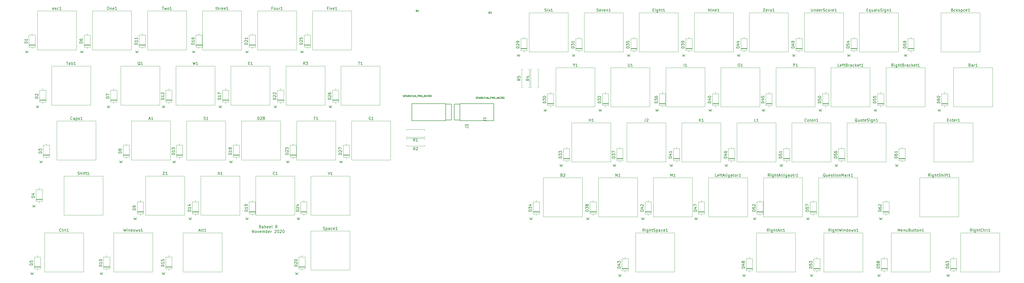
<source format=gbr>
%TF.GenerationSoftware,KiCad,Pcbnew,(5.1.6)-1*%
%TF.CreationDate,2020-11-23T11:28:14-06:00*%
%TF.ProjectId,kb,6b622e6b-6963-4616-945f-706362585858,rev?*%
%TF.SameCoordinates,Original*%
%TF.FileFunction,Legend,Top*%
%TF.FilePolarity,Positive*%
%FSLAX46Y46*%
G04 Gerber Fmt 4.6, Leading zero omitted, Abs format (unit mm)*
G04 Created by KiCad (PCBNEW (5.1.6)-1) date 2020-11-23 11:28:14*
%MOMM*%
%LPD*%
G01*
G04 APERTURE LIST*
%ADD10C,0.150000*%
%ADD11C,0.120000*%
%ADD12C,0.127000*%
G04 APERTURE END LIST*
D10*
X109799761Y-98052380D02*
X109466428Y-97576190D01*
X109228333Y-98052380D02*
X109228333Y-97052380D01*
X109609285Y-97052380D01*
X109704523Y-97100000D01*
X109752142Y-97147619D01*
X109799761Y-97242857D01*
X109799761Y-97385714D01*
X109752142Y-97480952D01*
X109704523Y-97528571D01*
X109609285Y-97576190D01*
X109228333Y-97576190D01*
X110656904Y-98052380D02*
X110656904Y-97528571D01*
X110609285Y-97433333D01*
X110514047Y-97385714D01*
X110323571Y-97385714D01*
X110228333Y-97433333D01*
X110656904Y-98004761D02*
X110561666Y-98052380D01*
X110323571Y-98052380D01*
X110228333Y-98004761D01*
X110180714Y-97909523D01*
X110180714Y-97814285D01*
X110228333Y-97719047D01*
X110323571Y-97671428D01*
X110561666Y-97671428D01*
X110656904Y-97623809D01*
X111133095Y-98052380D02*
X111133095Y-97052380D01*
X111561666Y-98052380D02*
X111561666Y-97528571D01*
X111514047Y-97433333D01*
X111418809Y-97385714D01*
X111275952Y-97385714D01*
X111180714Y-97433333D01*
X111133095Y-97480952D01*
X112418809Y-98004761D02*
X112323571Y-98052380D01*
X112133095Y-98052380D01*
X112037857Y-98004761D01*
X111990238Y-97909523D01*
X111990238Y-97528571D01*
X112037857Y-97433333D01*
X112133095Y-97385714D01*
X112323571Y-97385714D01*
X112418809Y-97433333D01*
X112466428Y-97528571D01*
X112466428Y-97623809D01*
X111990238Y-97719047D01*
X113275952Y-98004761D02*
X113180714Y-98052380D01*
X112990238Y-98052380D01*
X112895000Y-98004761D01*
X112847380Y-97909523D01*
X112847380Y-97528571D01*
X112895000Y-97433333D01*
X112990238Y-97385714D01*
X113180714Y-97385714D01*
X113275952Y-97433333D01*
X113323571Y-97528571D01*
X113323571Y-97623809D01*
X112847380Y-97719047D01*
X113895000Y-98052380D02*
X113799761Y-98004761D01*
X113752142Y-97909523D01*
X113752142Y-97052380D01*
X115609285Y-98052380D02*
X115275952Y-97576190D01*
X115037857Y-98052380D02*
X115037857Y-97052380D01*
X115418809Y-97052380D01*
X115514047Y-97100000D01*
X115561666Y-97147619D01*
X115609285Y-97242857D01*
X115609285Y-97385714D01*
X115561666Y-97480952D01*
X115514047Y-97528571D01*
X115418809Y-97576190D01*
X115037857Y-97576190D01*
X106704523Y-99702380D02*
X106704523Y-98702380D01*
X107275952Y-99702380D01*
X107275952Y-98702380D01*
X107895000Y-99702380D02*
X107799761Y-99654761D01*
X107752142Y-99607142D01*
X107704523Y-99511904D01*
X107704523Y-99226190D01*
X107752142Y-99130952D01*
X107799761Y-99083333D01*
X107895000Y-99035714D01*
X108037857Y-99035714D01*
X108133095Y-99083333D01*
X108180714Y-99130952D01*
X108228333Y-99226190D01*
X108228333Y-99511904D01*
X108180714Y-99607142D01*
X108133095Y-99654761D01*
X108037857Y-99702380D01*
X107895000Y-99702380D01*
X108561666Y-99035714D02*
X108799761Y-99702380D01*
X109037857Y-99035714D01*
X109799761Y-99654761D02*
X109704523Y-99702380D01*
X109514047Y-99702380D01*
X109418809Y-99654761D01*
X109371190Y-99559523D01*
X109371190Y-99178571D01*
X109418809Y-99083333D01*
X109514047Y-99035714D01*
X109704523Y-99035714D01*
X109799761Y-99083333D01*
X109847380Y-99178571D01*
X109847380Y-99273809D01*
X109371190Y-99369047D01*
X110275952Y-99702380D02*
X110275952Y-99035714D01*
X110275952Y-99130952D02*
X110323571Y-99083333D01*
X110418809Y-99035714D01*
X110561666Y-99035714D01*
X110656904Y-99083333D01*
X110704523Y-99178571D01*
X110704523Y-99702380D01*
X110704523Y-99178571D02*
X110752142Y-99083333D01*
X110847380Y-99035714D01*
X110990238Y-99035714D01*
X111085476Y-99083333D01*
X111133095Y-99178571D01*
X111133095Y-99702380D01*
X111609285Y-99702380D02*
X111609285Y-98702380D01*
X111609285Y-99083333D02*
X111704523Y-99035714D01*
X111895000Y-99035714D01*
X111990238Y-99083333D01*
X112037857Y-99130952D01*
X112085476Y-99226190D01*
X112085476Y-99511904D01*
X112037857Y-99607142D01*
X111990238Y-99654761D01*
X111895000Y-99702380D01*
X111704523Y-99702380D01*
X111609285Y-99654761D01*
X112895000Y-99654761D02*
X112799761Y-99702380D01*
X112609285Y-99702380D01*
X112514047Y-99654761D01*
X112466428Y-99559523D01*
X112466428Y-99178571D01*
X112514047Y-99083333D01*
X112609285Y-99035714D01*
X112799761Y-99035714D01*
X112895000Y-99083333D01*
X112942619Y-99178571D01*
X112942619Y-99273809D01*
X112466428Y-99369047D01*
X113371190Y-99702380D02*
X113371190Y-99035714D01*
X113371190Y-99226190D02*
X113418809Y-99130952D01*
X113466428Y-99083333D01*
X113561666Y-99035714D01*
X113656904Y-99035714D01*
X114704523Y-98797619D02*
X114752142Y-98750000D01*
X114847380Y-98702380D01*
X115085476Y-98702380D01*
X115180714Y-98750000D01*
X115228333Y-98797619D01*
X115275952Y-98892857D01*
X115275952Y-98988095D01*
X115228333Y-99130952D01*
X114656904Y-99702380D01*
X115275952Y-99702380D01*
X115895000Y-98702380D02*
X115990238Y-98702380D01*
X116085476Y-98750000D01*
X116133095Y-98797619D01*
X116180714Y-98892857D01*
X116228333Y-99083333D01*
X116228333Y-99321428D01*
X116180714Y-99511904D01*
X116133095Y-99607142D01*
X116085476Y-99654761D01*
X115990238Y-99702380D01*
X115895000Y-99702380D01*
X115799761Y-99654761D01*
X115752142Y-99607142D01*
X115704523Y-99511904D01*
X115656904Y-99321428D01*
X115656904Y-99083333D01*
X115704523Y-98892857D01*
X115752142Y-98797619D01*
X115799761Y-98750000D01*
X115895000Y-98702380D01*
X116609285Y-98797619D02*
X116656904Y-98750000D01*
X116752142Y-98702380D01*
X116990238Y-98702380D01*
X117085476Y-98750000D01*
X117133095Y-98797619D01*
X117180714Y-98892857D01*
X117180714Y-98988095D01*
X117133095Y-99130952D01*
X116561666Y-99702380D01*
X117180714Y-99702380D01*
X117799761Y-98702380D02*
X117895000Y-98702380D01*
X117990238Y-98750000D01*
X118037857Y-98797619D01*
X118085476Y-98892857D01*
X118133095Y-99083333D01*
X118133095Y-99321428D01*
X118085476Y-99511904D01*
X118037857Y-99607142D01*
X117990238Y-99654761D01*
X117895000Y-99702380D01*
X117799761Y-99702380D01*
X117704523Y-99654761D01*
X117656904Y-99607142D01*
X117609285Y-99511904D01*
X117561666Y-99321428D01*
X117561666Y-99083333D01*
X117609285Y-98892857D01*
X117656904Y-98797619D01*
X117704523Y-98750000D01*
X117799761Y-98702380D01*
D11*
%TO.C,One1*%
X49530000Y-20320000D02*
X63500000Y-20320000D01*
X63500000Y-20320000D02*
X63500000Y-34290000D01*
X63500000Y-34290000D02*
X49530000Y-34290000D01*
X49530000Y-34290000D02*
X49530000Y-20320000D01*
D10*
%TO.C,J3*%
X180975000Y-53465000D02*
X180975000Y-59565000D01*
X193075000Y-53465000D02*
X193075000Y-59565000D01*
X180975000Y-53465000D02*
X193075000Y-53465000D01*
X180975000Y-59565000D02*
X193075000Y-59565000D01*
X180975000Y-53715000D02*
X178975000Y-53715000D01*
X180975000Y-59315000D02*
X178975000Y-59315000D01*
X178975000Y-53715000D02*
X178975000Y-59315000D01*
%TO.C,J1*%
X175895000Y-59565000D02*
X175895000Y-53465000D01*
X163795000Y-59565000D02*
X163795000Y-53465000D01*
X175895000Y-59565000D02*
X163795000Y-59565000D01*
X175895000Y-53465000D02*
X163795000Y-53465000D01*
X175895000Y-59315000D02*
X177895000Y-59315000D01*
X175895000Y-53715000D02*
X177895000Y-53715000D01*
X177895000Y-59315000D02*
X177895000Y-53715000D01*
D11*
%TO.C,Zero1*%
X284480000Y-34925000D02*
X284480000Y-20955000D01*
X298450000Y-34925000D02*
X284480000Y-34925000D01*
X298450000Y-20955000D02*
X298450000Y-34925000D01*
X284480000Y-20955000D02*
X298450000Y-20955000D01*
%TO.C,Y1*%
X215265000Y-54610000D02*
X215265000Y-40640000D01*
X229235000Y-54610000D02*
X215265000Y-54610000D01*
X229235000Y-40640000D02*
X229235000Y-54610000D01*
X215265000Y-40640000D02*
X229235000Y-40640000D01*
%TO.C,UnderScore1*%
X304165000Y-34925000D02*
X304165000Y-20955000D01*
X318135000Y-34925000D02*
X304165000Y-34925000D01*
X318135000Y-20955000D02*
X318135000Y-34925000D01*
X304165000Y-20955000D02*
X318135000Y-20955000D01*
%TO.C,U1*%
X234950000Y-54610000D02*
X234950000Y-40640000D01*
X248920000Y-54610000D02*
X234950000Y-54610000D01*
X248920000Y-40640000D02*
X248920000Y-54610000D01*
X234950000Y-40640000D02*
X248920000Y-40640000D01*
%TO.C,Six1*%
X205740000Y-34925000D02*
X205740000Y-20955000D01*
X219710000Y-34925000D02*
X205740000Y-34925000D01*
X219710000Y-20955000D02*
X219710000Y-34925000D01*
X205740000Y-20955000D02*
X219710000Y-20955000D01*
%TO.C,Seven1*%
X225425000Y-34925000D02*
X225425000Y-20955000D01*
X239395000Y-34925000D02*
X225425000Y-34925000D01*
X239395000Y-20955000D02*
X239395000Y-34925000D01*
X225425000Y-20955000D02*
X239395000Y-20955000D01*
%TO.C,RightWindows1*%
X311150000Y-113665000D02*
X311150000Y-99695000D01*
X325120000Y-113665000D02*
X311150000Y-113665000D01*
X325120000Y-99695000D02*
X325120000Y-113665000D01*
X311150000Y-99695000D02*
X325120000Y-99695000D01*
%TO.C,RightSpace1*%
X243840000Y-113665000D02*
X243840000Y-99695000D01*
X257810000Y-113665000D02*
X243840000Y-113665000D01*
X257810000Y-99695000D02*
X257810000Y-113665000D01*
X243840000Y-99695000D02*
X257810000Y-99695000D01*
%TO.C,RightShift1*%
X345440000Y-93980000D02*
X345440000Y-80010000D01*
X359410000Y-93980000D02*
X345440000Y-93980000D01*
X359410000Y-80010000D02*
X359410000Y-93980000D01*
X345440000Y-80010000D02*
X359410000Y-80010000D01*
%TO.C,RightCtrl1*%
X360045000Y-113665000D02*
X360045000Y-99695000D01*
X374015000Y-113665000D02*
X360045000Y-113665000D01*
X374015000Y-99695000D02*
X374015000Y-113665000D01*
X360045000Y-99695000D02*
X374015000Y-99695000D01*
%TO.C,RightBracket1*%
X333375000Y-54610000D02*
X333375000Y-40640000D01*
X347345000Y-54610000D02*
X333375000Y-54610000D01*
X347345000Y-40640000D02*
X347345000Y-54610000D01*
X333375000Y-40640000D02*
X347345000Y-40640000D01*
%TO.C,RightAlt1*%
X287020000Y-113665000D02*
X287020000Y-99695000D01*
X300990000Y-113665000D02*
X287020000Y-113665000D01*
X300990000Y-99695000D02*
X300990000Y-113665000D01*
X287020000Y-99695000D02*
X300990000Y-99695000D01*
%TO.C,RightAlligaotr1*%
X289560000Y-93980000D02*
X289560000Y-80010000D01*
X303530000Y-93980000D02*
X289560000Y-93980000D01*
X303530000Y-80010000D02*
X303530000Y-93980000D01*
X289560000Y-80010000D02*
X303530000Y-80010000D01*
%TO.C,R5*%
X205840000Y-41180000D02*
X205510000Y-41180000D01*
X205840000Y-47720000D02*
X205840000Y-41180000D01*
X205510000Y-47720000D02*
X205840000Y-47720000D01*
X203100000Y-41180000D02*
X203430000Y-41180000D01*
X203100000Y-47720000D02*
X203100000Y-41180000D01*
X203430000Y-47720000D02*
X203100000Y-47720000D01*
%TO.C,R4*%
X209015000Y-41180000D02*
X208685000Y-41180000D01*
X209015000Y-47720000D02*
X209015000Y-41180000D01*
X208685000Y-47720000D02*
X209015000Y-47720000D01*
X206275000Y-41180000D02*
X206605000Y-41180000D01*
X206275000Y-47720000D02*
X206275000Y-41180000D01*
X206605000Y-47720000D02*
X206275000Y-47720000D01*
%TO.C,QuoteSign1*%
X319405000Y-74295000D02*
X319405000Y-60325000D01*
X333375000Y-74295000D02*
X319405000Y-74295000D01*
X333375000Y-60325000D02*
X333375000Y-74295000D01*
X319405000Y-60325000D02*
X333375000Y-60325000D01*
%TO.C,QuestionMark1*%
X309245000Y-93980000D02*
X309245000Y-80010000D01*
X323215000Y-93980000D02*
X309245000Y-93980000D01*
X323215000Y-80010000D02*
X323215000Y-93980000D01*
X309245000Y-80010000D02*
X323215000Y-80010000D01*
%TO.C,P1*%
X294005000Y-54610000D02*
X294005000Y-40640000D01*
X307975000Y-54610000D02*
X294005000Y-54610000D01*
X307975000Y-40640000D02*
X307975000Y-54610000D01*
X294005000Y-40640000D02*
X307975000Y-40640000D01*
%TO.C,O1*%
X274320000Y-54610000D02*
X274320000Y-40640000D01*
X288290000Y-54610000D02*
X274320000Y-54610000D01*
X288290000Y-40640000D02*
X288290000Y-54610000D01*
X274320000Y-40640000D02*
X288290000Y-40640000D01*
%TO.C,Nine1*%
X264795000Y-34925000D02*
X264795000Y-20955000D01*
X278765000Y-34925000D02*
X264795000Y-34925000D01*
X278765000Y-20955000D02*
X278765000Y-34925000D01*
X264795000Y-20955000D02*
X278765000Y-20955000D01*
%TO.C,N1*%
X230505000Y-93980000D02*
X230505000Y-80010000D01*
X244475000Y-93980000D02*
X230505000Y-93980000D01*
X244475000Y-80010000D02*
X244475000Y-93980000D01*
X230505000Y-80010000D02*
X244475000Y-80010000D01*
%TO.C,MenuButton1*%
X335280000Y-113665000D02*
X335280000Y-99695000D01*
X349250000Y-113665000D02*
X335280000Y-113665000D01*
X349250000Y-99695000D02*
X349250000Y-113665000D01*
X335280000Y-99695000D02*
X349250000Y-99695000D01*
%TO.C,M1*%
X250190000Y-93980000D02*
X250190000Y-80010000D01*
X264160000Y-93980000D02*
X250190000Y-93980000D01*
X264160000Y-80010000D02*
X264160000Y-93980000D01*
X250190000Y-80010000D02*
X264160000Y-80010000D01*
%TO.C,LeftBracket1*%
X313690000Y-54610000D02*
X313690000Y-40640000D01*
X327660000Y-54610000D02*
X313690000Y-54610000D01*
X327660000Y-40640000D02*
X327660000Y-54610000D01*
X313690000Y-40640000D02*
X327660000Y-40640000D01*
%TO.C,LeftAligator1*%
X269875000Y-93980000D02*
X269875000Y-80010000D01*
X283845000Y-93980000D02*
X269875000Y-93980000D01*
X283845000Y-80010000D02*
X283845000Y-93980000D01*
X269875000Y-80010000D02*
X283845000Y-80010000D01*
%TO.C,L1*%
X280035000Y-74295000D02*
X280035000Y-60325000D01*
X294005000Y-74295000D02*
X280035000Y-74295000D01*
X294005000Y-60325000D02*
X294005000Y-74295000D01*
X280035000Y-60325000D02*
X294005000Y-60325000D01*
%TO.C,K1*%
X260350000Y-74295000D02*
X260350000Y-60325000D01*
X274320000Y-74295000D02*
X260350000Y-74295000D01*
X274320000Y-60325000D02*
X274320000Y-74295000D01*
X260350000Y-60325000D02*
X274320000Y-60325000D01*
%TO.C,J2*%
X240665000Y-74295000D02*
X240665000Y-60325000D01*
X254635000Y-74295000D02*
X240665000Y-74295000D01*
X254635000Y-60325000D02*
X254635000Y-74295000D01*
X240665000Y-60325000D02*
X254635000Y-60325000D01*
%TO.C,I1*%
X254635000Y-54610000D02*
X254635000Y-40640000D01*
X268605000Y-54610000D02*
X254635000Y-54610000D01*
X268605000Y-40640000D02*
X268605000Y-54610000D01*
X254635000Y-40640000D02*
X268605000Y-40640000D01*
%TO.C,H1*%
X220980000Y-74295000D02*
X220980000Y-60325000D01*
X234950000Y-74295000D02*
X220980000Y-74295000D01*
X234950000Y-60325000D02*
X234950000Y-74295000D01*
X220980000Y-60325000D02*
X234950000Y-60325000D01*
%TO.C,EqualsSign1*%
X323850000Y-34925000D02*
X323850000Y-20955000D01*
X337820000Y-34925000D02*
X323850000Y-34925000D01*
X337820000Y-20955000D02*
X337820000Y-34925000D01*
X323850000Y-20955000D02*
X337820000Y-20955000D01*
%TO.C,Enter1*%
X350520000Y-74295000D02*
X350520000Y-60325000D01*
X364490000Y-74295000D02*
X350520000Y-74295000D01*
X364490000Y-60325000D02*
X364490000Y-74295000D01*
X350520000Y-60325000D02*
X364490000Y-60325000D01*
%TO.C,Eight1*%
X245110000Y-34925000D02*
X245110000Y-20955000D01*
X259080000Y-34925000D02*
X245110000Y-34925000D01*
X259080000Y-20955000D02*
X259080000Y-34925000D01*
X245110000Y-20955000D02*
X259080000Y-20955000D01*
%TO.C,D63*%
X356385000Y-112645000D02*
X358625000Y-112645000D01*
X356385000Y-112405000D02*
X358625000Y-112405000D01*
X356385000Y-112525000D02*
X358625000Y-112525000D01*
X357505000Y-108355000D02*
X357505000Y-109005000D01*
X357505000Y-113895000D02*
X357505000Y-113245000D01*
X356385000Y-109005000D02*
X356385000Y-113245000D01*
X358625000Y-109005000D02*
X356385000Y-109005000D01*
X358625000Y-113245000D02*
X358625000Y-109005000D01*
X356385000Y-113245000D02*
X358625000Y-113245000D01*
%TO.C,D62*%
X332255000Y-92325000D02*
X334495000Y-92325000D01*
X332255000Y-92085000D02*
X334495000Y-92085000D01*
X332255000Y-92205000D02*
X334495000Y-92205000D01*
X333375000Y-88035000D02*
X333375000Y-88685000D01*
X333375000Y-93575000D02*
X333375000Y-92925000D01*
X332255000Y-88685000D02*
X332255000Y-92925000D01*
X334495000Y-88685000D02*
X332255000Y-88685000D01*
X334495000Y-92925000D02*
X334495000Y-88685000D01*
X332255000Y-92925000D02*
X334495000Y-92925000D01*
%TO.C,D61*%
X337970000Y-73275000D02*
X340210000Y-73275000D01*
X337970000Y-73035000D02*
X340210000Y-73035000D01*
X337970000Y-73155000D02*
X340210000Y-73155000D01*
X339090000Y-68985000D02*
X339090000Y-69635000D01*
X339090000Y-74525000D02*
X339090000Y-73875000D01*
X337970000Y-69635000D02*
X337970000Y-73875000D01*
X340210000Y-69635000D02*
X337970000Y-69635000D01*
X340210000Y-73875000D02*
X340210000Y-69635000D01*
X337970000Y-73875000D02*
X340210000Y-73875000D01*
%TO.C,D60*%
X353210000Y-53590000D02*
X355450000Y-53590000D01*
X353210000Y-53350000D02*
X355450000Y-53350000D01*
X353210000Y-53470000D02*
X355450000Y-53470000D01*
X354330000Y-49300000D02*
X354330000Y-49950000D01*
X354330000Y-54840000D02*
X354330000Y-54190000D01*
X353210000Y-49950000D02*
X353210000Y-54190000D01*
X355450000Y-49950000D02*
X353210000Y-49950000D01*
X355450000Y-54190000D02*
X355450000Y-49950000D01*
X353210000Y-54190000D02*
X355450000Y-54190000D01*
%TO.C,D59*%
X341145000Y-33905000D02*
X343385000Y-33905000D01*
X341145000Y-33665000D02*
X343385000Y-33665000D01*
X341145000Y-33785000D02*
X343385000Y-33785000D01*
X342265000Y-29615000D02*
X342265000Y-30265000D01*
X342265000Y-35155000D02*
X342265000Y-34505000D01*
X341145000Y-30265000D02*
X341145000Y-34505000D01*
X343385000Y-30265000D02*
X341145000Y-30265000D01*
X343385000Y-34505000D02*
X343385000Y-30265000D01*
X341145000Y-34505000D02*
X343385000Y-34505000D01*
%TO.C,D58*%
X331620000Y-112645000D02*
X333860000Y-112645000D01*
X331620000Y-112405000D02*
X333860000Y-112405000D01*
X331620000Y-112525000D02*
X333860000Y-112525000D01*
X332740000Y-108355000D02*
X332740000Y-109005000D01*
X332740000Y-113895000D02*
X332740000Y-113245000D01*
X331620000Y-109005000D02*
X331620000Y-113245000D01*
X333860000Y-109005000D02*
X331620000Y-109005000D01*
X333860000Y-113245000D02*
X333860000Y-109005000D01*
X331620000Y-113245000D02*
X333860000Y-113245000D01*
%TO.C,D57*%
X306220000Y-92325000D02*
X308460000Y-92325000D01*
X306220000Y-92085000D02*
X308460000Y-92085000D01*
X306220000Y-92205000D02*
X308460000Y-92205000D01*
X307340000Y-88035000D02*
X307340000Y-88685000D01*
X307340000Y-93575000D02*
X307340000Y-92925000D01*
X306220000Y-88685000D02*
X306220000Y-92925000D01*
X308460000Y-88685000D02*
X306220000Y-88685000D01*
X308460000Y-92925000D02*
X308460000Y-88685000D01*
X306220000Y-92925000D02*
X308460000Y-92925000D01*
%TO.C,D56*%
X316380000Y-73275000D02*
X318620000Y-73275000D01*
X316380000Y-73035000D02*
X318620000Y-73035000D01*
X316380000Y-73155000D02*
X318620000Y-73155000D01*
X317500000Y-68985000D02*
X317500000Y-69635000D01*
X317500000Y-74525000D02*
X317500000Y-73875000D01*
X316380000Y-69635000D02*
X316380000Y-73875000D01*
X318620000Y-69635000D02*
X316380000Y-69635000D01*
X318620000Y-73875000D02*
X318620000Y-69635000D01*
X316380000Y-73875000D02*
X318620000Y-73875000D01*
%TO.C,D55*%
X330350000Y-53590000D02*
X332590000Y-53590000D01*
X330350000Y-53350000D02*
X332590000Y-53350000D01*
X330350000Y-53470000D02*
X332590000Y-53470000D01*
X331470000Y-49300000D02*
X331470000Y-49950000D01*
X331470000Y-54840000D02*
X331470000Y-54190000D01*
X330350000Y-49950000D02*
X330350000Y-54190000D01*
X332590000Y-49950000D02*
X330350000Y-49950000D01*
X332590000Y-54190000D02*
X332590000Y-49950000D01*
X330350000Y-54190000D02*
X332590000Y-54190000D01*
%TO.C,D54*%
X320825000Y-33905000D02*
X323065000Y-33905000D01*
X320825000Y-33665000D02*
X323065000Y-33665000D01*
X320825000Y-33785000D02*
X323065000Y-33785000D01*
X321945000Y-29615000D02*
X321945000Y-30265000D01*
X321945000Y-35155000D02*
X321945000Y-34505000D01*
X320825000Y-30265000D02*
X320825000Y-34505000D01*
X323065000Y-30265000D02*
X320825000Y-30265000D01*
X323065000Y-34505000D02*
X323065000Y-30265000D01*
X320825000Y-34505000D02*
X323065000Y-34505000D01*
%TO.C,D53*%
X307490000Y-112645000D02*
X309730000Y-112645000D01*
X307490000Y-112405000D02*
X309730000Y-112405000D01*
X307490000Y-112525000D02*
X309730000Y-112525000D01*
X308610000Y-108355000D02*
X308610000Y-109005000D01*
X308610000Y-113895000D02*
X308610000Y-113245000D01*
X307490000Y-109005000D02*
X307490000Y-113245000D01*
X309730000Y-109005000D02*
X307490000Y-109005000D01*
X309730000Y-113245000D02*
X309730000Y-109005000D01*
X307490000Y-113245000D02*
X309730000Y-113245000D01*
%TO.C,D52*%
X287170000Y-92325000D02*
X289410000Y-92325000D01*
X287170000Y-92085000D02*
X289410000Y-92085000D01*
X287170000Y-92205000D02*
X289410000Y-92205000D01*
X288290000Y-88035000D02*
X288290000Y-88685000D01*
X288290000Y-93575000D02*
X288290000Y-92925000D01*
X287170000Y-88685000D02*
X287170000Y-92925000D01*
X289410000Y-88685000D02*
X287170000Y-88685000D01*
X289410000Y-92925000D02*
X289410000Y-88685000D01*
X287170000Y-92925000D02*
X289410000Y-92925000D01*
%TO.C,D51*%
X296695000Y-73275000D02*
X298935000Y-73275000D01*
X296695000Y-73035000D02*
X298935000Y-73035000D01*
X296695000Y-73155000D02*
X298935000Y-73155000D01*
X297815000Y-68985000D02*
X297815000Y-69635000D01*
X297815000Y-74525000D02*
X297815000Y-73875000D01*
X296695000Y-69635000D02*
X296695000Y-73875000D01*
X298935000Y-69635000D02*
X296695000Y-69635000D01*
X298935000Y-73875000D02*
X298935000Y-69635000D01*
X296695000Y-73875000D02*
X298935000Y-73875000D01*
%TO.C,D50*%
X310665000Y-53590000D02*
X312905000Y-53590000D01*
X310665000Y-53350000D02*
X312905000Y-53350000D01*
X310665000Y-53470000D02*
X312905000Y-53470000D01*
X311785000Y-49300000D02*
X311785000Y-49950000D01*
X311785000Y-54840000D02*
X311785000Y-54190000D01*
X310665000Y-49950000D02*
X310665000Y-54190000D01*
X312905000Y-49950000D02*
X310665000Y-49950000D01*
X312905000Y-54190000D02*
X312905000Y-49950000D01*
X310665000Y-54190000D02*
X312905000Y-54190000D01*
%TO.C,D49*%
X301140000Y-33905000D02*
X303380000Y-33905000D01*
X301140000Y-33665000D02*
X303380000Y-33665000D01*
X301140000Y-33785000D02*
X303380000Y-33785000D01*
X302260000Y-29615000D02*
X302260000Y-30265000D01*
X302260000Y-35155000D02*
X302260000Y-34505000D01*
X301140000Y-30265000D02*
X301140000Y-34505000D01*
X303380000Y-30265000D02*
X301140000Y-30265000D01*
X303380000Y-34505000D02*
X303380000Y-30265000D01*
X301140000Y-34505000D02*
X303380000Y-34505000D01*
%TO.C,D48*%
X283360000Y-112645000D02*
X285600000Y-112645000D01*
X283360000Y-112405000D02*
X285600000Y-112405000D01*
X283360000Y-112525000D02*
X285600000Y-112525000D01*
X284480000Y-108355000D02*
X284480000Y-109005000D01*
X284480000Y-113895000D02*
X284480000Y-113245000D01*
X283360000Y-109005000D02*
X283360000Y-113245000D01*
X285600000Y-109005000D02*
X283360000Y-109005000D01*
X285600000Y-113245000D02*
X285600000Y-109005000D01*
X283360000Y-113245000D02*
X285600000Y-113245000D01*
%TO.C,D47*%
X266215000Y-92325000D02*
X268455000Y-92325000D01*
X266215000Y-92085000D02*
X268455000Y-92085000D01*
X266215000Y-92205000D02*
X268455000Y-92205000D01*
X267335000Y-88035000D02*
X267335000Y-88685000D01*
X267335000Y-93575000D02*
X267335000Y-92925000D01*
X266215000Y-88685000D02*
X266215000Y-92925000D01*
X268455000Y-88685000D02*
X266215000Y-88685000D01*
X268455000Y-92925000D02*
X268455000Y-88685000D01*
X266215000Y-92925000D02*
X268455000Y-92925000D01*
%TO.C,D46*%
X277010000Y-73275000D02*
X279250000Y-73275000D01*
X277010000Y-73035000D02*
X279250000Y-73035000D01*
X277010000Y-73155000D02*
X279250000Y-73155000D01*
X278130000Y-68985000D02*
X278130000Y-69635000D01*
X278130000Y-74525000D02*
X278130000Y-73875000D01*
X277010000Y-69635000D02*
X277010000Y-73875000D01*
X279250000Y-69635000D02*
X277010000Y-69635000D01*
X279250000Y-73875000D02*
X279250000Y-69635000D01*
X277010000Y-73875000D02*
X279250000Y-73875000D01*
%TO.C,D45*%
X290345000Y-53590000D02*
X292585000Y-53590000D01*
X290345000Y-53350000D02*
X292585000Y-53350000D01*
X290345000Y-53470000D02*
X292585000Y-53470000D01*
X291465000Y-49300000D02*
X291465000Y-49950000D01*
X291465000Y-54840000D02*
X291465000Y-54190000D01*
X290345000Y-49950000D02*
X290345000Y-54190000D01*
X292585000Y-49950000D02*
X290345000Y-49950000D01*
X292585000Y-54190000D02*
X292585000Y-49950000D01*
X290345000Y-54190000D02*
X292585000Y-54190000D01*
%TO.C,D44*%
X281455000Y-33905000D02*
X283695000Y-33905000D01*
X281455000Y-33665000D02*
X283695000Y-33665000D01*
X281455000Y-33785000D02*
X283695000Y-33785000D01*
X282575000Y-29615000D02*
X282575000Y-30265000D01*
X282575000Y-35155000D02*
X282575000Y-34505000D01*
X281455000Y-30265000D02*
X281455000Y-34505000D01*
X283695000Y-30265000D02*
X281455000Y-30265000D01*
X283695000Y-34505000D02*
X283695000Y-30265000D01*
X281455000Y-34505000D02*
X283695000Y-34505000D01*
%TO.C,D43*%
X238910000Y-112645000D02*
X241150000Y-112645000D01*
X238910000Y-112405000D02*
X241150000Y-112405000D01*
X238910000Y-112525000D02*
X241150000Y-112525000D01*
X240030000Y-108355000D02*
X240030000Y-109005000D01*
X240030000Y-113895000D02*
X240030000Y-113245000D01*
X238910000Y-109005000D02*
X238910000Y-113245000D01*
X241150000Y-109005000D02*
X238910000Y-109005000D01*
X241150000Y-113245000D02*
X241150000Y-109005000D01*
X238910000Y-113245000D02*
X241150000Y-113245000D01*
%TO.C,D42*%
X247165000Y-92325000D02*
X249405000Y-92325000D01*
X247165000Y-92085000D02*
X249405000Y-92085000D01*
X247165000Y-92205000D02*
X249405000Y-92205000D01*
X248285000Y-88035000D02*
X248285000Y-88685000D01*
X248285000Y-93575000D02*
X248285000Y-92925000D01*
X247165000Y-88685000D02*
X247165000Y-92925000D01*
X249405000Y-88685000D02*
X247165000Y-88685000D01*
X249405000Y-92925000D02*
X249405000Y-88685000D01*
X247165000Y-92925000D02*
X249405000Y-92925000D01*
%TO.C,D41*%
X257325000Y-73275000D02*
X259565000Y-73275000D01*
X257325000Y-73035000D02*
X259565000Y-73035000D01*
X257325000Y-73155000D02*
X259565000Y-73155000D01*
X258445000Y-68985000D02*
X258445000Y-69635000D01*
X258445000Y-74525000D02*
X258445000Y-73875000D01*
X257325000Y-69635000D02*
X257325000Y-73875000D01*
X259565000Y-69635000D02*
X257325000Y-69635000D01*
X259565000Y-73875000D02*
X259565000Y-69635000D01*
X257325000Y-73875000D02*
X259565000Y-73875000D01*
%TO.C,D40*%
X271295000Y-53590000D02*
X273535000Y-53590000D01*
X271295000Y-53350000D02*
X273535000Y-53350000D01*
X271295000Y-53470000D02*
X273535000Y-53470000D01*
X272415000Y-49300000D02*
X272415000Y-49950000D01*
X272415000Y-54840000D02*
X272415000Y-54190000D01*
X271295000Y-49950000D02*
X271295000Y-54190000D01*
X273535000Y-49950000D02*
X271295000Y-49950000D01*
X273535000Y-54190000D02*
X273535000Y-49950000D01*
X271295000Y-54190000D02*
X273535000Y-54190000D01*
%TO.C,D39*%
X261770000Y-33905000D02*
X264010000Y-33905000D01*
X261770000Y-33665000D02*
X264010000Y-33665000D01*
X261770000Y-33785000D02*
X264010000Y-33785000D01*
X262890000Y-29615000D02*
X262890000Y-30265000D01*
X262890000Y-35155000D02*
X262890000Y-34505000D01*
X261770000Y-30265000D02*
X261770000Y-34505000D01*
X264010000Y-30265000D02*
X261770000Y-30265000D01*
X264010000Y-34505000D02*
X264010000Y-30265000D01*
X261770000Y-34505000D02*
X264010000Y-34505000D01*
%TO.C,D38*%
X227480000Y-92325000D02*
X229720000Y-92325000D01*
X227480000Y-92085000D02*
X229720000Y-92085000D01*
X227480000Y-92205000D02*
X229720000Y-92205000D01*
X228600000Y-88035000D02*
X228600000Y-88685000D01*
X228600000Y-93575000D02*
X228600000Y-92925000D01*
X227480000Y-88685000D02*
X227480000Y-92925000D01*
X229720000Y-88685000D02*
X227480000Y-88685000D01*
X229720000Y-92925000D02*
X229720000Y-88685000D01*
X227480000Y-92925000D02*
X229720000Y-92925000D01*
%TO.C,D37*%
X237005000Y-73275000D02*
X239245000Y-73275000D01*
X237005000Y-73035000D02*
X239245000Y-73035000D01*
X237005000Y-73155000D02*
X239245000Y-73155000D01*
X238125000Y-68985000D02*
X238125000Y-69635000D01*
X238125000Y-74525000D02*
X238125000Y-73875000D01*
X237005000Y-69635000D02*
X237005000Y-73875000D01*
X239245000Y-69635000D02*
X237005000Y-69635000D01*
X239245000Y-73875000D02*
X239245000Y-69635000D01*
X237005000Y-73875000D02*
X239245000Y-73875000D01*
%TO.C,D36*%
X252245000Y-53590000D02*
X254485000Y-53590000D01*
X252245000Y-53350000D02*
X254485000Y-53350000D01*
X252245000Y-53470000D02*
X254485000Y-53470000D01*
X253365000Y-49300000D02*
X253365000Y-49950000D01*
X253365000Y-54840000D02*
X253365000Y-54190000D01*
X252245000Y-49950000D02*
X252245000Y-54190000D01*
X254485000Y-49950000D02*
X252245000Y-49950000D01*
X254485000Y-54190000D02*
X254485000Y-49950000D01*
X252245000Y-54190000D02*
X254485000Y-54190000D01*
%TO.C,D35*%
X242085000Y-33905000D02*
X244325000Y-33905000D01*
X242085000Y-33665000D02*
X244325000Y-33665000D01*
X242085000Y-33785000D02*
X244325000Y-33785000D01*
X243205000Y-29615000D02*
X243205000Y-30265000D01*
X243205000Y-35155000D02*
X243205000Y-34505000D01*
X242085000Y-30265000D02*
X242085000Y-34505000D01*
X244325000Y-30265000D02*
X242085000Y-30265000D01*
X244325000Y-34505000D02*
X244325000Y-30265000D01*
X242085000Y-34505000D02*
X244325000Y-34505000D01*
%TO.C,D34*%
X207160000Y-92325000D02*
X209400000Y-92325000D01*
X207160000Y-92085000D02*
X209400000Y-92085000D01*
X207160000Y-92205000D02*
X209400000Y-92205000D01*
X208280000Y-88035000D02*
X208280000Y-88685000D01*
X208280000Y-93575000D02*
X208280000Y-92925000D01*
X207160000Y-88685000D02*
X207160000Y-92925000D01*
X209400000Y-88685000D02*
X207160000Y-88685000D01*
X209400000Y-92925000D02*
X209400000Y-88685000D01*
X207160000Y-92925000D02*
X209400000Y-92925000D01*
%TO.C,D33*%
X217955000Y-73275000D02*
X220195000Y-73275000D01*
X217955000Y-73035000D02*
X220195000Y-73035000D01*
X217955000Y-73155000D02*
X220195000Y-73155000D01*
X219075000Y-68985000D02*
X219075000Y-69635000D01*
X219075000Y-74525000D02*
X219075000Y-73875000D01*
X217955000Y-69635000D02*
X217955000Y-73875000D01*
X220195000Y-69635000D02*
X217955000Y-69635000D01*
X220195000Y-73875000D02*
X220195000Y-69635000D01*
X217955000Y-73875000D02*
X220195000Y-73875000D01*
%TO.C,D32*%
X231925000Y-53590000D02*
X234165000Y-53590000D01*
X231925000Y-53350000D02*
X234165000Y-53350000D01*
X231925000Y-53470000D02*
X234165000Y-53470000D01*
X233045000Y-49300000D02*
X233045000Y-49950000D01*
X233045000Y-54840000D02*
X233045000Y-54190000D01*
X231925000Y-49950000D02*
X231925000Y-54190000D01*
X234165000Y-49950000D02*
X231925000Y-49950000D01*
X234165000Y-54190000D02*
X234165000Y-49950000D01*
X231925000Y-54190000D02*
X234165000Y-54190000D01*
%TO.C,D31*%
X222400000Y-33905000D02*
X224640000Y-33905000D01*
X222400000Y-33665000D02*
X224640000Y-33665000D01*
X222400000Y-33785000D02*
X224640000Y-33785000D01*
X223520000Y-29615000D02*
X223520000Y-30265000D01*
X223520000Y-35155000D02*
X223520000Y-34505000D01*
X222400000Y-30265000D02*
X222400000Y-34505000D01*
X224640000Y-30265000D02*
X222400000Y-30265000D01*
X224640000Y-34505000D02*
X224640000Y-30265000D01*
X222400000Y-34505000D02*
X224640000Y-34505000D01*
%TO.C,D30*%
X212240000Y-53590000D02*
X214480000Y-53590000D01*
X212240000Y-53350000D02*
X214480000Y-53350000D01*
X212240000Y-53470000D02*
X214480000Y-53470000D01*
X213360000Y-49300000D02*
X213360000Y-49950000D01*
X213360000Y-54840000D02*
X213360000Y-54190000D01*
X212240000Y-49950000D02*
X212240000Y-54190000D01*
X214480000Y-49950000D02*
X212240000Y-49950000D01*
X214480000Y-54190000D02*
X214480000Y-49950000D01*
X212240000Y-54190000D02*
X214480000Y-54190000D01*
%TO.C,D29*%
X202715000Y-33905000D02*
X204955000Y-33905000D01*
X202715000Y-33665000D02*
X204955000Y-33665000D01*
X202715000Y-33785000D02*
X204955000Y-33785000D01*
X203835000Y-29615000D02*
X203835000Y-30265000D01*
X203835000Y-35155000D02*
X203835000Y-34505000D01*
X202715000Y-30265000D02*
X202715000Y-34505000D01*
X204955000Y-30265000D02*
X202715000Y-30265000D01*
X204955000Y-34505000D02*
X204955000Y-30265000D01*
X202715000Y-34505000D02*
X204955000Y-34505000D01*
%TO.C,Colon1*%
X299720000Y-74295000D02*
X299720000Y-60325000D01*
X313690000Y-74295000D02*
X299720000Y-74295000D01*
X313690000Y-60325000D02*
X313690000Y-74295000D01*
X299720000Y-60325000D02*
X313690000Y-60325000D01*
%TO.C,Bckspce1*%
X353060000Y-34925000D02*
X353060000Y-20955000D01*
X367030000Y-34925000D02*
X353060000Y-34925000D01*
X367030000Y-20955000D02*
X367030000Y-34925000D01*
X353060000Y-20955000D02*
X367030000Y-20955000D01*
%TO.C,Bar1*%
X357505000Y-54610000D02*
X357505000Y-40640000D01*
X371475000Y-54610000D02*
X357505000Y-54610000D01*
X371475000Y-40640000D02*
X371475000Y-54610000D01*
X357505000Y-40640000D02*
X371475000Y-40640000D01*
%TO.C,B2*%
X210820000Y-93980000D02*
X210820000Y-80010000D01*
X224790000Y-93980000D02*
X210820000Y-93980000D01*
X224790000Y-80010000D02*
X224790000Y-93980000D01*
X210820000Y-80010000D02*
X224790000Y-80010000D01*
%TO.C,Z1*%
X68580000Y-79375000D02*
X82550000Y-79375000D01*
X82550000Y-79375000D02*
X82550000Y-93345000D01*
X82550000Y-93345000D02*
X68580000Y-93345000D01*
X68580000Y-93345000D02*
X68580000Y-79375000D01*
%TO.C,X1*%
X88265000Y-79375000D02*
X102235000Y-79375000D01*
X102235000Y-79375000D02*
X102235000Y-93345000D01*
X102235000Y-93345000D02*
X88265000Y-93345000D01*
X88265000Y-93345000D02*
X88265000Y-79375000D01*
%TO.C,Windows1*%
X57150000Y-99695000D02*
X71120000Y-99695000D01*
X71120000Y-99695000D02*
X71120000Y-113665000D01*
X71120000Y-113665000D02*
X57150000Y-113665000D01*
X57150000Y-113665000D02*
X57150000Y-99695000D01*
%TO.C,W1*%
X79375000Y-40005000D02*
X93345000Y-40005000D01*
X93345000Y-40005000D02*
X93345000Y-53975000D01*
X93345000Y-53975000D02*
X79375000Y-53975000D01*
X79375000Y-53975000D02*
X79375000Y-40005000D01*
%TO.C,V1*%
X127635000Y-79375000D02*
X141605000Y-79375000D01*
X141605000Y-79375000D02*
X141605000Y-93345000D01*
X141605000Y-93345000D02*
X127635000Y-93345000D01*
X127635000Y-93345000D02*
X127635000Y-79375000D01*
%TO.C,Two1*%
X69215000Y-20320000D02*
X83185000Y-20320000D01*
X83185000Y-20320000D02*
X83185000Y-34290000D01*
X83185000Y-34290000D02*
X69215000Y-34290000D01*
X69215000Y-34290000D02*
X69215000Y-20320000D01*
%TO.C,three1*%
X88900000Y-20320000D02*
X102870000Y-20320000D01*
X102870000Y-20320000D02*
X102870000Y-34290000D01*
X102870000Y-34290000D02*
X88900000Y-34290000D01*
X88900000Y-34290000D02*
X88900000Y-20320000D01*
%TO.C,Tab1*%
X34925000Y-40005000D02*
X48895000Y-40005000D01*
X48895000Y-40005000D02*
X48895000Y-53975000D01*
X48895000Y-53975000D02*
X34925000Y-53975000D01*
X34925000Y-53975000D02*
X34925000Y-40005000D01*
%TO.C,T1*%
X138430000Y-40005000D02*
X152400000Y-40005000D01*
X152400000Y-40005000D02*
X152400000Y-53975000D01*
X152400000Y-53975000D02*
X138430000Y-53975000D01*
X138430000Y-53975000D02*
X138430000Y-40005000D01*
%TO.C,Space1*%
X127635000Y-99060000D02*
X141605000Y-99060000D01*
X141605000Y-99060000D02*
X141605000Y-113030000D01*
X141605000Y-113030000D02*
X127635000Y-113030000D01*
X127635000Y-113030000D02*
X127635000Y-99060000D01*
%TO.C,Shift1*%
X39370000Y-79375000D02*
X53340000Y-79375000D01*
X53340000Y-79375000D02*
X53340000Y-93345000D01*
X53340000Y-93345000D02*
X39370000Y-93345000D01*
X39370000Y-93345000D02*
X39370000Y-79375000D01*
%TO.C,S1*%
X83185000Y-59690000D02*
X97155000Y-59690000D01*
X97155000Y-59690000D02*
X97155000Y-73660000D01*
X97155000Y-73660000D02*
X83185000Y-73660000D01*
X83185000Y-73660000D02*
X83185000Y-59690000D01*
%TO.C,R3*%
X118745000Y-40005000D02*
X132715000Y-40005000D01*
X132715000Y-40005000D02*
X132715000Y-53975000D01*
X132715000Y-53975000D02*
X118745000Y-53975000D01*
X118745000Y-53975000D02*
X118745000Y-40005000D01*
%TO.C,R2*%
X168370000Y-68350000D02*
X168370000Y-68680000D01*
X168370000Y-68680000D02*
X161830000Y-68680000D01*
X161830000Y-68680000D02*
X161830000Y-68350000D01*
X168370000Y-66270000D02*
X168370000Y-65940000D01*
X168370000Y-65940000D02*
X161830000Y-65940000D01*
X161830000Y-65940000D02*
X161830000Y-66270000D01*
%TO.C,R1*%
X168370000Y-65175000D02*
X168370000Y-65505000D01*
X168370000Y-65505000D02*
X161830000Y-65505000D01*
X161830000Y-65505000D02*
X161830000Y-65175000D01*
X168370000Y-63095000D02*
X168370000Y-62765000D01*
X168370000Y-62765000D02*
X161830000Y-62765000D01*
X161830000Y-62765000D02*
X161830000Y-63095000D01*
%TO.C,Q1*%
X59690000Y-40005000D02*
X73660000Y-40005000D01*
X73660000Y-40005000D02*
X73660000Y-53975000D01*
X73660000Y-53975000D02*
X59690000Y-53975000D01*
X59690000Y-53975000D02*
X59690000Y-40005000D01*
%TO.C,G1*%
X142240000Y-59690000D02*
X156210000Y-59690000D01*
X156210000Y-59690000D02*
X156210000Y-73660000D01*
X156210000Y-73660000D02*
X142240000Y-73660000D01*
X142240000Y-73660000D02*
X142240000Y-59690000D01*
%TO.C,Four1*%
X108585000Y-20320000D02*
X122555000Y-20320000D01*
X122555000Y-20320000D02*
X122555000Y-34290000D01*
X122555000Y-34290000D02*
X108585000Y-34290000D01*
X108585000Y-34290000D02*
X108585000Y-20320000D01*
%TO.C,Five1*%
X128270000Y-20320000D02*
X142240000Y-20320000D01*
X142240000Y-20320000D02*
X142240000Y-34290000D01*
X142240000Y-34290000D02*
X128270000Y-34290000D01*
X128270000Y-34290000D02*
X128270000Y-20320000D01*
%TO.C,F1*%
X122555000Y-59690000D02*
X136525000Y-59690000D01*
X136525000Y-59690000D02*
X136525000Y-73660000D01*
X136525000Y-73660000D02*
X122555000Y-73660000D01*
X122555000Y-73660000D02*
X122555000Y-59690000D01*
%TO.C,esc1*%
X29845000Y-20320000D02*
X43815000Y-20320000D01*
X43815000Y-20320000D02*
X43815000Y-34290000D01*
X43815000Y-34290000D02*
X29845000Y-34290000D01*
X29845000Y-34290000D02*
X29845000Y-20320000D01*
%TO.C,E1*%
X99060000Y-40005000D02*
X113030000Y-40005000D01*
X113030000Y-40005000D02*
X113030000Y-53975000D01*
X113030000Y-53975000D02*
X99060000Y-53975000D01*
X99060000Y-53975000D02*
X99060000Y-40005000D01*
%TO.C,D28*%
X102870000Y-59690000D02*
X116840000Y-59690000D01*
X116840000Y-59690000D02*
X116840000Y-73660000D01*
X116840000Y-73660000D02*
X102870000Y-73660000D01*
X102870000Y-73660000D02*
X102870000Y-59690000D01*
%TO.C,D27*%
X139215000Y-72605000D02*
X141455000Y-72605000D01*
X141455000Y-72605000D02*
X141455000Y-68365000D01*
X141455000Y-68365000D02*
X139215000Y-68365000D01*
X139215000Y-68365000D02*
X139215000Y-72605000D01*
X140335000Y-73255000D02*
X140335000Y-72605000D01*
X140335000Y-67715000D02*
X140335000Y-68365000D01*
X139215000Y-71885000D02*
X141455000Y-71885000D01*
X139215000Y-71765000D02*
X141455000Y-71765000D01*
X139215000Y-72005000D02*
X141455000Y-72005000D01*
%TO.C,D26*%
X135405000Y-52920000D02*
X137645000Y-52920000D01*
X137645000Y-52920000D02*
X137645000Y-48680000D01*
X137645000Y-48680000D02*
X135405000Y-48680000D01*
X135405000Y-48680000D02*
X135405000Y-52920000D01*
X136525000Y-53570000D02*
X136525000Y-52920000D01*
X136525000Y-48030000D02*
X136525000Y-48680000D01*
X135405000Y-52200000D02*
X137645000Y-52200000D01*
X135405000Y-52080000D02*
X137645000Y-52080000D01*
X135405000Y-52320000D02*
X137645000Y-52320000D01*
%TO.C,D25*%
X125245000Y-33235000D02*
X127485000Y-33235000D01*
X127485000Y-33235000D02*
X127485000Y-28995000D01*
X127485000Y-28995000D02*
X125245000Y-28995000D01*
X125245000Y-28995000D02*
X125245000Y-33235000D01*
X126365000Y-33885000D02*
X126365000Y-33235000D01*
X126365000Y-28345000D02*
X126365000Y-28995000D01*
X125245000Y-32515000D02*
X127485000Y-32515000D01*
X125245000Y-32395000D02*
X127485000Y-32395000D01*
X125245000Y-32635000D02*
X127485000Y-32635000D01*
%TO.C,D24*%
X123975000Y-92925000D02*
X126215000Y-92925000D01*
X126215000Y-92925000D02*
X126215000Y-88685000D01*
X126215000Y-88685000D02*
X123975000Y-88685000D01*
X123975000Y-88685000D02*
X123975000Y-92925000D01*
X125095000Y-93575000D02*
X125095000Y-92925000D01*
X125095000Y-88035000D02*
X125095000Y-88685000D01*
X123975000Y-92205000D02*
X126215000Y-92205000D01*
X123975000Y-92085000D02*
X126215000Y-92085000D01*
X123975000Y-92325000D02*
X126215000Y-92325000D01*
%TO.C,D23*%
X120165000Y-72605000D02*
X122405000Y-72605000D01*
X122405000Y-72605000D02*
X122405000Y-68365000D01*
X122405000Y-68365000D02*
X120165000Y-68365000D01*
X120165000Y-68365000D02*
X120165000Y-72605000D01*
X121285000Y-73255000D02*
X121285000Y-72605000D01*
X121285000Y-67715000D02*
X121285000Y-68365000D01*
X120165000Y-71885000D02*
X122405000Y-71885000D01*
X120165000Y-71765000D02*
X122405000Y-71765000D01*
X120165000Y-72005000D02*
X122405000Y-72005000D01*
%TO.C,D22*%
X115720000Y-52920000D02*
X117960000Y-52920000D01*
X117960000Y-52920000D02*
X117960000Y-48680000D01*
X117960000Y-48680000D02*
X115720000Y-48680000D01*
X115720000Y-48680000D02*
X115720000Y-52920000D01*
X116840000Y-53570000D02*
X116840000Y-52920000D01*
X116840000Y-48030000D02*
X116840000Y-48680000D01*
X115720000Y-52200000D02*
X117960000Y-52200000D01*
X115720000Y-52080000D02*
X117960000Y-52080000D01*
X115720000Y-52320000D02*
X117960000Y-52320000D01*
%TO.C,D21*%
X105560000Y-33235000D02*
X107800000Y-33235000D01*
X107800000Y-33235000D02*
X107800000Y-28995000D01*
X107800000Y-28995000D02*
X105560000Y-28995000D01*
X105560000Y-28995000D02*
X105560000Y-33235000D01*
X106680000Y-33885000D02*
X106680000Y-33235000D01*
X106680000Y-28345000D02*
X106680000Y-28995000D01*
X105560000Y-32515000D02*
X107800000Y-32515000D01*
X105560000Y-32395000D02*
X107800000Y-32395000D01*
X105560000Y-32635000D02*
X107800000Y-32635000D01*
%TO.C,D20*%
X123340000Y-112610000D02*
X125580000Y-112610000D01*
X125580000Y-112610000D02*
X125580000Y-108370000D01*
X125580000Y-108370000D02*
X123340000Y-108370000D01*
X123340000Y-108370000D02*
X123340000Y-112610000D01*
X124460000Y-113260000D02*
X124460000Y-112610000D01*
X124460000Y-107720000D02*
X124460000Y-108370000D01*
X123340000Y-111890000D02*
X125580000Y-111890000D01*
X123340000Y-111770000D02*
X125580000Y-111770000D01*
X123340000Y-112010000D02*
X125580000Y-112010000D01*
%TO.C,D19*%
X105560000Y-92925000D02*
X107800000Y-92925000D01*
X107800000Y-92925000D02*
X107800000Y-88685000D01*
X107800000Y-88685000D02*
X105560000Y-88685000D01*
X105560000Y-88685000D02*
X105560000Y-92925000D01*
X106680000Y-93575000D02*
X106680000Y-92925000D01*
X106680000Y-88035000D02*
X106680000Y-88685000D01*
X105560000Y-92205000D02*
X107800000Y-92205000D01*
X105560000Y-92085000D02*
X107800000Y-92085000D01*
X105560000Y-92325000D02*
X107800000Y-92325000D01*
%TO.C,D18*%
X99845000Y-72605000D02*
X102085000Y-72605000D01*
X102085000Y-72605000D02*
X102085000Y-68365000D01*
X102085000Y-68365000D02*
X99845000Y-68365000D01*
X99845000Y-68365000D02*
X99845000Y-72605000D01*
X100965000Y-73255000D02*
X100965000Y-72605000D01*
X100965000Y-67715000D02*
X100965000Y-68365000D01*
X99845000Y-71885000D02*
X102085000Y-71885000D01*
X99845000Y-71765000D02*
X102085000Y-71765000D01*
X99845000Y-72005000D02*
X102085000Y-72005000D01*
%TO.C,D17*%
X96035000Y-52920000D02*
X98275000Y-52920000D01*
X98275000Y-52920000D02*
X98275000Y-48680000D01*
X98275000Y-48680000D02*
X96035000Y-48680000D01*
X96035000Y-48680000D02*
X96035000Y-52920000D01*
X97155000Y-53570000D02*
X97155000Y-52920000D01*
X97155000Y-48030000D02*
X97155000Y-48680000D01*
X96035000Y-52200000D02*
X98275000Y-52200000D01*
X96035000Y-52080000D02*
X98275000Y-52080000D01*
X96035000Y-52320000D02*
X98275000Y-52320000D01*
%TO.C,D16*%
X86510000Y-33235000D02*
X88750000Y-33235000D01*
X88750000Y-33235000D02*
X88750000Y-28995000D01*
X88750000Y-28995000D02*
X86510000Y-28995000D01*
X86510000Y-28995000D02*
X86510000Y-33235000D01*
X87630000Y-33885000D02*
X87630000Y-33235000D01*
X87630000Y-28345000D02*
X87630000Y-28995000D01*
X86510000Y-32515000D02*
X88750000Y-32515000D01*
X86510000Y-32395000D02*
X88750000Y-32395000D01*
X86510000Y-32635000D02*
X88750000Y-32635000D01*
%TO.C,D15*%
X75715000Y-112610000D02*
X77955000Y-112610000D01*
X77955000Y-112610000D02*
X77955000Y-108370000D01*
X77955000Y-108370000D02*
X75715000Y-108370000D01*
X75715000Y-108370000D02*
X75715000Y-112610000D01*
X76835000Y-113260000D02*
X76835000Y-112610000D01*
X76835000Y-107720000D02*
X76835000Y-108370000D01*
X75715000Y-111890000D02*
X77955000Y-111890000D01*
X75715000Y-111770000D02*
X77955000Y-111770000D01*
X75715000Y-112010000D02*
X77955000Y-112010000D01*
%TO.C,D14*%
X85240000Y-92925000D02*
X87480000Y-92925000D01*
X87480000Y-92925000D02*
X87480000Y-88685000D01*
X87480000Y-88685000D02*
X85240000Y-88685000D01*
X85240000Y-88685000D02*
X85240000Y-92925000D01*
X86360000Y-93575000D02*
X86360000Y-92925000D01*
X86360000Y-88035000D02*
X86360000Y-88685000D01*
X85240000Y-92205000D02*
X87480000Y-92205000D01*
X85240000Y-92085000D02*
X87480000Y-92085000D01*
X85240000Y-92325000D02*
X87480000Y-92325000D01*
%TO.C,D13*%
X79525000Y-72605000D02*
X81765000Y-72605000D01*
X81765000Y-72605000D02*
X81765000Y-68365000D01*
X81765000Y-68365000D02*
X79525000Y-68365000D01*
X79525000Y-68365000D02*
X79525000Y-72605000D01*
X80645000Y-73255000D02*
X80645000Y-72605000D01*
X80645000Y-67715000D02*
X80645000Y-68365000D01*
X79525000Y-71885000D02*
X81765000Y-71885000D01*
X79525000Y-71765000D02*
X81765000Y-71765000D01*
X79525000Y-72005000D02*
X81765000Y-72005000D01*
%TO.C,D12*%
X75715000Y-52920000D02*
X77955000Y-52920000D01*
X77955000Y-52920000D02*
X77955000Y-48680000D01*
X77955000Y-48680000D02*
X75715000Y-48680000D01*
X75715000Y-48680000D02*
X75715000Y-52920000D01*
X76835000Y-53570000D02*
X76835000Y-52920000D01*
X76835000Y-48030000D02*
X76835000Y-48680000D01*
X75715000Y-52200000D02*
X77955000Y-52200000D01*
X75715000Y-52080000D02*
X77955000Y-52080000D01*
X75715000Y-52320000D02*
X77955000Y-52320000D01*
%TO.C,D11*%
X66190000Y-33235000D02*
X68430000Y-33235000D01*
X68430000Y-33235000D02*
X68430000Y-28995000D01*
X68430000Y-28995000D02*
X66190000Y-28995000D01*
X66190000Y-28995000D02*
X66190000Y-33235000D01*
X67310000Y-33885000D02*
X67310000Y-33235000D01*
X67310000Y-28345000D02*
X67310000Y-28995000D01*
X66190000Y-32515000D02*
X68430000Y-32515000D01*
X66190000Y-32395000D02*
X68430000Y-32395000D01*
X66190000Y-32635000D02*
X68430000Y-32635000D01*
%TO.C,D10*%
X53490000Y-112610000D02*
X55730000Y-112610000D01*
X55730000Y-112610000D02*
X55730000Y-108370000D01*
X55730000Y-108370000D02*
X53490000Y-108370000D01*
X53490000Y-108370000D02*
X53490000Y-112610000D01*
X54610000Y-113260000D02*
X54610000Y-112610000D01*
X54610000Y-107720000D02*
X54610000Y-108370000D01*
X53490000Y-111890000D02*
X55730000Y-111890000D01*
X53490000Y-111770000D02*
X55730000Y-111770000D01*
X53490000Y-112010000D02*
X55730000Y-112010000D01*
%TO.C,D9*%
X65555000Y-92925000D02*
X67795000Y-92925000D01*
X67795000Y-92925000D02*
X67795000Y-88685000D01*
X67795000Y-88685000D02*
X65555000Y-88685000D01*
X65555000Y-88685000D02*
X65555000Y-92925000D01*
X66675000Y-93575000D02*
X66675000Y-92925000D01*
X66675000Y-88035000D02*
X66675000Y-88685000D01*
X65555000Y-92205000D02*
X67795000Y-92205000D01*
X65555000Y-92085000D02*
X67795000Y-92085000D01*
X65555000Y-92325000D02*
X67795000Y-92325000D01*
%TO.C,D8*%
X60475000Y-72605000D02*
X62715000Y-72605000D01*
X62715000Y-72605000D02*
X62715000Y-68365000D01*
X62715000Y-68365000D02*
X60475000Y-68365000D01*
X60475000Y-68365000D02*
X60475000Y-72605000D01*
X61595000Y-73255000D02*
X61595000Y-72605000D01*
X61595000Y-67715000D02*
X61595000Y-68365000D01*
X60475000Y-71885000D02*
X62715000Y-71885000D01*
X60475000Y-71765000D02*
X62715000Y-71765000D01*
X60475000Y-72005000D02*
X62715000Y-72005000D01*
%TO.C,D7*%
X56030000Y-52920000D02*
X58270000Y-52920000D01*
X58270000Y-52920000D02*
X58270000Y-48680000D01*
X58270000Y-48680000D02*
X56030000Y-48680000D01*
X56030000Y-48680000D02*
X56030000Y-52920000D01*
X57150000Y-53570000D02*
X57150000Y-52920000D01*
X57150000Y-48030000D02*
X57150000Y-48680000D01*
X56030000Y-52200000D02*
X58270000Y-52200000D01*
X56030000Y-52080000D02*
X58270000Y-52080000D01*
X56030000Y-52320000D02*
X58270000Y-52320000D01*
%TO.C,D6*%
X46505000Y-33235000D02*
X48745000Y-33235000D01*
X48745000Y-33235000D02*
X48745000Y-28995000D01*
X48745000Y-28995000D02*
X46505000Y-28995000D01*
X46505000Y-28995000D02*
X46505000Y-33235000D01*
X47625000Y-33885000D02*
X47625000Y-33235000D01*
X47625000Y-28345000D02*
X47625000Y-28995000D01*
X46505000Y-32515000D02*
X48745000Y-32515000D01*
X46505000Y-32395000D02*
X48745000Y-32395000D01*
X46505000Y-32635000D02*
X48745000Y-32635000D01*
%TO.C,D5*%
X28725000Y-112610000D02*
X30965000Y-112610000D01*
X30965000Y-112610000D02*
X30965000Y-108370000D01*
X30965000Y-108370000D02*
X28725000Y-108370000D01*
X28725000Y-108370000D02*
X28725000Y-112610000D01*
X29845000Y-113260000D02*
X29845000Y-112610000D01*
X29845000Y-107720000D02*
X29845000Y-108370000D01*
X28725000Y-111890000D02*
X30965000Y-111890000D01*
X28725000Y-111770000D02*
X30965000Y-111770000D01*
X28725000Y-112010000D02*
X30965000Y-112010000D01*
%TO.C,D4*%
X29360000Y-88480000D02*
X31600000Y-88480000D01*
X31600000Y-88480000D02*
X31600000Y-84240000D01*
X31600000Y-84240000D02*
X29360000Y-84240000D01*
X29360000Y-84240000D02*
X29360000Y-88480000D01*
X30480000Y-89130000D02*
X30480000Y-88480000D01*
X30480000Y-83590000D02*
X30480000Y-84240000D01*
X29360000Y-87760000D02*
X31600000Y-87760000D01*
X29360000Y-87640000D02*
X31600000Y-87640000D01*
X29360000Y-87880000D02*
X31600000Y-87880000D01*
%TO.C,D3*%
X31900000Y-72605000D02*
X34140000Y-72605000D01*
X34140000Y-72605000D02*
X34140000Y-68365000D01*
X34140000Y-68365000D02*
X31900000Y-68365000D01*
X31900000Y-68365000D02*
X31900000Y-72605000D01*
X33020000Y-73255000D02*
X33020000Y-72605000D01*
X33020000Y-67715000D02*
X33020000Y-68365000D01*
X31900000Y-71885000D02*
X34140000Y-71885000D01*
X31900000Y-71765000D02*
X34140000Y-71765000D01*
X31900000Y-72005000D02*
X34140000Y-72005000D01*
%TO.C,D2*%
X30630000Y-52920000D02*
X32870000Y-52920000D01*
X32870000Y-52920000D02*
X32870000Y-48680000D01*
X32870000Y-48680000D02*
X30630000Y-48680000D01*
X30630000Y-48680000D02*
X30630000Y-52920000D01*
X31750000Y-53570000D02*
X31750000Y-52920000D01*
X31750000Y-48030000D02*
X31750000Y-48680000D01*
X30630000Y-52200000D02*
X32870000Y-52200000D01*
X30630000Y-52080000D02*
X32870000Y-52080000D01*
X30630000Y-52320000D02*
X32870000Y-52320000D01*
%TO.C,D1*%
X26820000Y-33235000D02*
X29060000Y-33235000D01*
X29060000Y-33235000D02*
X29060000Y-28995000D01*
X29060000Y-28995000D02*
X26820000Y-28995000D01*
X26820000Y-28995000D02*
X26820000Y-33235000D01*
X27940000Y-33885000D02*
X27940000Y-33235000D01*
X27940000Y-28345000D02*
X27940000Y-28995000D01*
X26820000Y-32515000D02*
X29060000Y-32515000D01*
X26820000Y-32395000D02*
X29060000Y-32395000D01*
X26820000Y-32635000D02*
X29060000Y-32635000D01*
%TO.C,Ctrl1*%
X32385000Y-99695000D02*
X46355000Y-99695000D01*
X46355000Y-99695000D02*
X46355000Y-113665000D01*
X46355000Y-113665000D02*
X32385000Y-113665000D01*
X32385000Y-113665000D02*
X32385000Y-99695000D01*
%TO.C,Caps1*%
X36830000Y-59690000D02*
X50800000Y-59690000D01*
X50800000Y-59690000D02*
X50800000Y-73660000D01*
X50800000Y-73660000D02*
X36830000Y-73660000D01*
X36830000Y-73660000D02*
X36830000Y-59690000D01*
%TO.C,C1*%
X107950000Y-79375000D02*
X121920000Y-79375000D01*
X121920000Y-79375000D02*
X121920000Y-93345000D01*
X121920000Y-93345000D02*
X107950000Y-93345000D01*
X107950000Y-93345000D02*
X107950000Y-79375000D01*
%TO.C,Alt1*%
X81915000Y-99695000D02*
X95885000Y-99695000D01*
X95885000Y-99695000D02*
X95885000Y-113665000D01*
X95885000Y-113665000D02*
X81915000Y-113665000D01*
X81915000Y-113665000D02*
X81915000Y-99695000D01*
%TO.C,A1*%
X63500000Y-59690000D02*
X77470000Y-59690000D01*
X77470000Y-59690000D02*
X77470000Y-73660000D01*
X77470000Y-73660000D02*
X63500000Y-73660000D01*
X63500000Y-73660000D02*
X63500000Y-59690000D01*
%TO.C,One1*%
D10*
X55062619Y-18883380D02*
X55253095Y-18883380D01*
X55348333Y-18931000D01*
X55443571Y-19026238D01*
X55491190Y-19216714D01*
X55491190Y-19550047D01*
X55443571Y-19740523D01*
X55348333Y-19835761D01*
X55253095Y-19883380D01*
X55062619Y-19883380D01*
X54967380Y-19835761D01*
X54872142Y-19740523D01*
X54824523Y-19550047D01*
X54824523Y-19216714D01*
X54872142Y-19026238D01*
X54967380Y-18931000D01*
X55062619Y-18883380D01*
X55919761Y-19216714D02*
X55919761Y-19883380D01*
X55919761Y-19311952D02*
X55967380Y-19264333D01*
X56062619Y-19216714D01*
X56205476Y-19216714D01*
X56300714Y-19264333D01*
X56348333Y-19359571D01*
X56348333Y-19883380D01*
X57205476Y-19835761D02*
X57110238Y-19883380D01*
X56919761Y-19883380D01*
X56824523Y-19835761D01*
X56776904Y-19740523D01*
X56776904Y-19359571D01*
X56824523Y-19264333D01*
X56919761Y-19216714D01*
X57110238Y-19216714D01*
X57205476Y-19264333D01*
X57253095Y-19359571D01*
X57253095Y-19454809D01*
X56776904Y-19550047D01*
X58205476Y-19883380D02*
X57634047Y-19883380D01*
X57919761Y-19883380D02*
X57919761Y-18883380D01*
X57824523Y-19026238D01*
X57729285Y-19121476D01*
X57634047Y-19169095D01*
%TO.C,J3*%
X182967380Y-61928333D02*
X183681666Y-61928333D01*
X183824523Y-61975952D01*
X183919761Y-62071190D01*
X183967380Y-62214047D01*
X183967380Y-62309285D01*
X182967380Y-61547380D02*
X182967380Y-60928333D01*
X183348333Y-61261666D01*
X183348333Y-61118809D01*
X183395952Y-61023571D01*
X183443571Y-60975952D01*
X183538809Y-60928333D01*
X183776904Y-60928333D01*
X183872142Y-60975952D01*
X183919761Y-61023571D01*
X183967380Y-61118809D01*
X183967380Y-61404523D01*
X183919761Y-61499761D01*
X183872142Y-61547380D01*
%TO.C,J1*%
X189317380Y-59388333D02*
X190031666Y-59388333D01*
X190174523Y-59435952D01*
X190269761Y-59531190D01*
X190317380Y-59674047D01*
X190317380Y-59769285D01*
X190317380Y-58388333D02*
X190317380Y-58959761D01*
X190317380Y-58674047D02*
X189317380Y-58674047D01*
X189460238Y-58769285D01*
X189555476Y-58864523D01*
X189603095Y-58959761D01*
%TO.C, *%
%TO.C,Zero1*%
X289465000Y-19518380D02*
X290131666Y-19518380D01*
X289465000Y-20518380D01*
X290131666Y-20518380D01*
X290893571Y-20470761D02*
X290798333Y-20518380D01*
X290607857Y-20518380D01*
X290512619Y-20470761D01*
X290465000Y-20375523D01*
X290465000Y-19994571D01*
X290512619Y-19899333D01*
X290607857Y-19851714D01*
X290798333Y-19851714D01*
X290893571Y-19899333D01*
X290941190Y-19994571D01*
X290941190Y-20089809D01*
X290465000Y-20185047D01*
X291369761Y-20518380D02*
X291369761Y-19851714D01*
X291369761Y-20042190D02*
X291417380Y-19946952D01*
X291465000Y-19899333D01*
X291560238Y-19851714D01*
X291655476Y-19851714D01*
X292131666Y-20518380D02*
X292036428Y-20470761D01*
X291988809Y-20423142D01*
X291941190Y-20327904D01*
X291941190Y-20042190D01*
X291988809Y-19946952D01*
X292036428Y-19899333D01*
X292131666Y-19851714D01*
X292274523Y-19851714D01*
X292369761Y-19899333D01*
X292417380Y-19946952D01*
X292465000Y-20042190D01*
X292465000Y-20327904D01*
X292417380Y-20423142D01*
X292369761Y-20470761D01*
X292274523Y-20518380D01*
X292131666Y-20518380D01*
X293417380Y-20518380D02*
X292845952Y-20518380D01*
X293131666Y-20518380D02*
X293131666Y-19518380D01*
X293036428Y-19661238D01*
X292941190Y-19756476D01*
X292845952Y-19804095D01*
%TO.C,Y1*%
X221773809Y-39727190D02*
X221773809Y-40203380D01*
X221440476Y-39203380D02*
X221773809Y-39727190D01*
X222107142Y-39203380D01*
X222964285Y-40203380D02*
X222392857Y-40203380D01*
X222678571Y-40203380D02*
X222678571Y-39203380D01*
X222583333Y-39346238D01*
X222488095Y-39441476D01*
X222392857Y-39489095D01*
%TO.C,UnderScore1*%
X306650000Y-19518380D02*
X306650000Y-20327904D01*
X306697619Y-20423142D01*
X306745238Y-20470761D01*
X306840476Y-20518380D01*
X307030952Y-20518380D01*
X307126190Y-20470761D01*
X307173809Y-20423142D01*
X307221428Y-20327904D01*
X307221428Y-19518380D01*
X307697619Y-19851714D02*
X307697619Y-20518380D01*
X307697619Y-19946952D02*
X307745238Y-19899333D01*
X307840476Y-19851714D01*
X307983333Y-19851714D01*
X308078571Y-19899333D01*
X308126190Y-19994571D01*
X308126190Y-20518380D01*
X309030952Y-20518380D02*
X309030952Y-19518380D01*
X309030952Y-20470761D02*
X308935714Y-20518380D01*
X308745238Y-20518380D01*
X308650000Y-20470761D01*
X308602380Y-20423142D01*
X308554761Y-20327904D01*
X308554761Y-20042190D01*
X308602380Y-19946952D01*
X308650000Y-19899333D01*
X308745238Y-19851714D01*
X308935714Y-19851714D01*
X309030952Y-19899333D01*
X309888095Y-20470761D02*
X309792857Y-20518380D01*
X309602380Y-20518380D01*
X309507142Y-20470761D01*
X309459523Y-20375523D01*
X309459523Y-19994571D01*
X309507142Y-19899333D01*
X309602380Y-19851714D01*
X309792857Y-19851714D01*
X309888095Y-19899333D01*
X309935714Y-19994571D01*
X309935714Y-20089809D01*
X309459523Y-20185047D01*
X310364285Y-20518380D02*
X310364285Y-19851714D01*
X310364285Y-20042190D02*
X310411904Y-19946952D01*
X310459523Y-19899333D01*
X310554761Y-19851714D01*
X310650000Y-19851714D01*
X310935714Y-20470761D02*
X311078571Y-20518380D01*
X311316666Y-20518380D01*
X311411904Y-20470761D01*
X311459523Y-20423142D01*
X311507142Y-20327904D01*
X311507142Y-20232666D01*
X311459523Y-20137428D01*
X311411904Y-20089809D01*
X311316666Y-20042190D01*
X311126190Y-19994571D01*
X311030952Y-19946952D01*
X310983333Y-19899333D01*
X310935714Y-19804095D01*
X310935714Y-19708857D01*
X310983333Y-19613619D01*
X311030952Y-19566000D01*
X311126190Y-19518380D01*
X311364285Y-19518380D01*
X311507142Y-19566000D01*
X312364285Y-20470761D02*
X312269047Y-20518380D01*
X312078571Y-20518380D01*
X311983333Y-20470761D01*
X311935714Y-20423142D01*
X311888095Y-20327904D01*
X311888095Y-20042190D01*
X311935714Y-19946952D01*
X311983333Y-19899333D01*
X312078571Y-19851714D01*
X312269047Y-19851714D01*
X312364285Y-19899333D01*
X312935714Y-20518380D02*
X312840476Y-20470761D01*
X312792857Y-20423142D01*
X312745238Y-20327904D01*
X312745238Y-20042190D01*
X312792857Y-19946952D01*
X312840476Y-19899333D01*
X312935714Y-19851714D01*
X313078571Y-19851714D01*
X313173809Y-19899333D01*
X313221428Y-19946952D01*
X313269047Y-20042190D01*
X313269047Y-20327904D01*
X313221428Y-20423142D01*
X313173809Y-20470761D01*
X313078571Y-20518380D01*
X312935714Y-20518380D01*
X313697619Y-20518380D02*
X313697619Y-19851714D01*
X313697619Y-20042190D02*
X313745238Y-19946952D01*
X313792857Y-19899333D01*
X313888095Y-19851714D01*
X313983333Y-19851714D01*
X314697619Y-20470761D02*
X314602380Y-20518380D01*
X314411904Y-20518380D01*
X314316666Y-20470761D01*
X314269047Y-20375523D01*
X314269047Y-19994571D01*
X314316666Y-19899333D01*
X314411904Y-19851714D01*
X314602380Y-19851714D01*
X314697619Y-19899333D01*
X314745238Y-19994571D01*
X314745238Y-20089809D01*
X314269047Y-20185047D01*
X315697619Y-20518380D02*
X315126190Y-20518380D01*
X315411904Y-20518380D02*
X315411904Y-19518380D01*
X315316666Y-19661238D01*
X315221428Y-19756476D01*
X315126190Y-19804095D01*
%TO.C,U1*%
X241173095Y-39203380D02*
X241173095Y-40012904D01*
X241220714Y-40108142D01*
X241268333Y-40155761D01*
X241363571Y-40203380D01*
X241554047Y-40203380D01*
X241649285Y-40155761D01*
X241696904Y-40108142D01*
X241744523Y-40012904D01*
X241744523Y-39203380D01*
X242744523Y-40203380D02*
X242173095Y-40203380D01*
X242458809Y-40203380D02*
X242458809Y-39203380D01*
X242363571Y-39346238D01*
X242268333Y-39441476D01*
X242173095Y-39489095D01*
%TO.C,Six1*%
X211320238Y-20470761D02*
X211463095Y-20518380D01*
X211701190Y-20518380D01*
X211796428Y-20470761D01*
X211844047Y-20423142D01*
X211891666Y-20327904D01*
X211891666Y-20232666D01*
X211844047Y-20137428D01*
X211796428Y-20089809D01*
X211701190Y-20042190D01*
X211510714Y-19994571D01*
X211415476Y-19946952D01*
X211367857Y-19899333D01*
X211320238Y-19804095D01*
X211320238Y-19708857D01*
X211367857Y-19613619D01*
X211415476Y-19566000D01*
X211510714Y-19518380D01*
X211748809Y-19518380D01*
X211891666Y-19566000D01*
X212320238Y-20518380D02*
X212320238Y-19851714D01*
X212320238Y-19518380D02*
X212272619Y-19566000D01*
X212320238Y-19613619D01*
X212367857Y-19566000D01*
X212320238Y-19518380D01*
X212320238Y-19613619D01*
X212701190Y-20518380D02*
X213225000Y-19851714D01*
X212701190Y-19851714D02*
X213225000Y-20518380D01*
X214129761Y-20518380D02*
X213558333Y-20518380D01*
X213844047Y-20518380D02*
X213844047Y-19518380D01*
X213748809Y-19661238D01*
X213653571Y-19756476D01*
X213558333Y-19804095D01*
%TO.C,Seven1*%
X229957619Y-20470761D02*
X230100476Y-20518380D01*
X230338571Y-20518380D01*
X230433809Y-20470761D01*
X230481428Y-20423142D01*
X230529047Y-20327904D01*
X230529047Y-20232666D01*
X230481428Y-20137428D01*
X230433809Y-20089809D01*
X230338571Y-20042190D01*
X230148095Y-19994571D01*
X230052857Y-19946952D01*
X230005238Y-19899333D01*
X229957619Y-19804095D01*
X229957619Y-19708857D01*
X230005238Y-19613619D01*
X230052857Y-19566000D01*
X230148095Y-19518380D01*
X230386190Y-19518380D01*
X230529047Y-19566000D01*
X231338571Y-20470761D02*
X231243333Y-20518380D01*
X231052857Y-20518380D01*
X230957619Y-20470761D01*
X230910000Y-20375523D01*
X230910000Y-19994571D01*
X230957619Y-19899333D01*
X231052857Y-19851714D01*
X231243333Y-19851714D01*
X231338571Y-19899333D01*
X231386190Y-19994571D01*
X231386190Y-20089809D01*
X230910000Y-20185047D01*
X231719523Y-19851714D02*
X231957619Y-20518380D01*
X232195714Y-19851714D01*
X232957619Y-20470761D02*
X232862380Y-20518380D01*
X232671904Y-20518380D01*
X232576666Y-20470761D01*
X232529047Y-20375523D01*
X232529047Y-19994571D01*
X232576666Y-19899333D01*
X232671904Y-19851714D01*
X232862380Y-19851714D01*
X232957619Y-19899333D01*
X233005238Y-19994571D01*
X233005238Y-20089809D01*
X232529047Y-20185047D01*
X233433809Y-19851714D02*
X233433809Y-20518380D01*
X233433809Y-19946952D02*
X233481428Y-19899333D01*
X233576666Y-19851714D01*
X233719523Y-19851714D01*
X233814761Y-19899333D01*
X233862380Y-19994571D01*
X233862380Y-20518380D01*
X234862380Y-20518380D02*
X234290952Y-20518380D01*
X234576666Y-20518380D02*
X234576666Y-19518380D01*
X234481428Y-19661238D01*
X234386190Y-19756476D01*
X234290952Y-19804095D01*
%TO.C,RightWindows1*%
X313444523Y-99258380D02*
X313111190Y-98782190D01*
X312873095Y-99258380D02*
X312873095Y-98258380D01*
X313254047Y-98258380D01*
X313349285Y-98306000D01*
X313396904Y-98353619D01*
X313444523Y-98448857D01*
X313444523Y-98591714D01*
X313396904Y-98686952D01*
X313349285Y-98734571D01*
X313254047Y-98782190D01*
X312873095Y-98782190D01*
X313873095Y-99258380D02*
X313873095Y-98591714D01*
X313873095Y-98258380D02*
X313825476Y-98306000D01*
X313873095Y-98353619D01*
X313920714Y-98306000D01*
X313873095Y-98258380D01*
X313873095Y-98353619D01*
X314777857Y-98591714D02*
X314777857Y-99401238D01*
X314730238Y-99496476D01*
X314682619Y-99544095D01*
X314587380Y-99591714D01*
X314444523Y-99591714D01*
X314349285Y-99544095D01*
X314777857Y-99210761D02*
X314682619Y-99258380D01*
X314492142Y-99258380D01*
X314396904Y-99210761D01*
X314349285Y-99163142D01*
X314301666Y-99067904D01*
X314301666Y-98782190D01*
X314349285Y-98686952D01*
X314396904Y-98639333D01*
X314492142Y-98591714D01*
X314682619Y-98591714D01*
X314777857Y-98639333D01*
X315254047Y-99258380D02*
X315254047Y-98258380D01*
X315682619Y-99258380D02*
X315682619Y-98734571D01*
X315635000Y-98639333D01*
X315539761Y-98591714D01*
X315396904Y-98591714D01*
X315301666Y-98639333D01*
X315254047Y-98686952D01*
X316015952Y-98591714D02*
X316396904Y-98591714D01*
X316158809Y-98258380D02*
X316158809Y-99115523D01*
X316206428Y-99210761D01*
X316301666Y-99258380D01*
X316396904Y-99258380D01*
X316635000Y-98258380D02*
X316873095Y-99258380D01*
X317063571Y-98544095D01*
X317254047Y-99258380D01*
X317492142Y-98258380D01*
X317873095Y-99258380D02*
X317873095Y-98591714D01*
X317873095Y-98258380D02*
X317825476Y-98306000D01*
X317873095Y-98353619D01*
X317920714Y-98306000D01*
X317873095Y-98258380D01*
X317873095Y-98353619D01*
X318349285Y-98591714D02*
X318349285Y-99258380D01*
X318349285Y-98686952D02*
X318396904Y-98639333D01*
X318492142Y-98591714D01*
X318635000Y-98591714D01*
X318730238Y-98639333D01*
X318777857Y-98734571D01*
X318777857Y-99258380D01*
X319682619Y-99258380D02*
X319682619Y-98258380D01*
X319682619Y-99210761D02*
X319587380Y-99258380D01*
X319396904Y-99258380D01*
X319301666Y-99210761D01*
X319254047Y-99163142D01*
X319206428Y-99067904D01*
X319206428Y-98782190D01*
X319254047Y-98686952D01*
X319301666Y-98639333D01*
X319396904Y-98591714D01*
X319587380Y-98591714D01*
X319682619Y-98639333D01*
X320301666Y-99258380D02*
X320206428Y-99210761D01*
X320158809Y-99163142D01*
X320111190Y-99067904D01*
X320111190Y-98782190D01*
X320158809Y-98686952D01*
X320206428Y-98639333D01*
X320301666Y-98591714D01*
X320444523Y-98591714D01*
X320539761Y-98639333D01*
X320587380Y-98686952D01*
X320635000Y-98782190D01*
X320635000Y-99067904D01*
X320587380Y-99163142D01*
X320539761Y-99210761D01*
X320444523Y-99258380D01*
X320301666Y-99258380D01*
X320968333Y-98591714D02*
X321158809Y-99258380D01*
X321349285Y-98782190D01*
X321539761Y-99258380D01*
X321730238Y-98591714D01*
X322063571Y-99210761D02*
X322158809Y-99258380D01*
X322349285Y-99258380D01*
X322444523Y-99210761D01*
X322492142Y-99115523D01*
X322492142Y-99067904D01*
X322444523Y-98972666D01*
X322349285Y-98925047D01*
X322206428Y-98925047D01*
X322111190Y-98877428D01*
X322063571Y-98782190D01*
X322063571Y-98734571D01*
X322111190Y-98639333D01*
X322206428Y-98591714D01*
X322349285Y-98591714D01*
X322444523Y-98639333D01*
X323444523Y-99258380D02*
X322873095Y-99258380D01*
X323158809Y-99258380D02*
X323158809Y-98258380D01*
X323063571Y-98401238D01*
X322968333Y-98496476D01*
X322873095Y-98544095D01*
%TO.C,RightSpace1*%
X246991666Y-99258380D02*
X246658333Y-98782190D01*
X246420238Y-99258380D02*
X246420238Y-98258380D01*
X246801190Y-98258380D01*
X246896428Y-98306000D01*
X246944047Y-98353619D01*
X246991666Y-98448857D01*
X246991666Y-98591714D01*
X246944047Y-98686952D01*
X246896428Y-98734571D01*
X246801190Y-98782190D01*
X246420238Y-98782190D01*
X247420238Y-99258380D02*
X247420238Y-98591714D01*
X247420238Y-98258380D02*
X247372619Y-98306000D01*
X247420238Y-98353619D01*
X247467857Y-98306000D01*
X247420238Y-98258380D01*
X247420238Y-98353619D01*
X248325000Y-98591714D02*
X248325000Y-99401238D01*
X248277380Y-99496476D01*
X248229761Y-99544095D01*
X248134523Y-99591714D01*
X247991666Y-99591714D01*
X247896428Y-99544095D01*
X248325000Y-99210761D02*
X248229761Y-99258380D01*
X248039285Y-99258380D01*
X247944047Y-99210761D01*
X247896428Y-99163142D01*
X247848809Y-99067904D01*
X247848809Y-98782190D01*
X247896428Y-98686952D01*
X247944047Y-98639333D01*
X248039285Y-98591714D01*
X248229761Y-98591714D01*
X248325000Y-98639333D01*
X248801190Y-99258380D02*
X248801190Y-98258380D01*
X249229761Y-99258380D02*
X249229761Y-98734571D01*
X249182142Y-98639333D01*
X249086904Y-98591714D01*
X248944047Y-98591714D01*
X248848809Y-98639333D01*
X248801190Y-98686952D01*
X249563095Y-98591714D02*
X249944047Y-98591714D01*
X249705952Y-98258380D02*
X249705952Y-99115523D01*
X249753571Y-99210761D01*
X249848809Y-99258380D01*
X249944047Y-99258380D01*
X250229761Y-99210761D02*
X250372619Y-99258380D01*
X250610714Y-99258380D01*
X250705952Y-99210761D01*
X250753571Y-99163142D01*
X250801190Y-99067904D01*
X250801190Y-98972666D01*
X250753571Y-98877428D01*
X250705952Y-98829809D01*
X250610714Y-98782190D01*
X250420238Y-98734571D01*
X250325000Y-98686952D01*
X250277380Y-98639333D01*
X250229761Y-98544095D01*
X250229761Y-98448857D01*
X250277380Y-98353619D01*
X250325000Y-98306000D01*
X250420238Y-98258380D01*
X250658333Y-98258380D01*
X250801190Y-98306000D01*
X251229761Y-98591714D02*
X251229761Y-99591714D01*
X251229761Y-98639333D02*
X251325000Y-98591714D01*
X251515476Y-98591714D01*
X251610714Y-98639333D01*
X251658333Y-98686952D01*
X251705952Y-98782190D01*
X251705952Y-99067904D01*
X251658333Y-99163142D01*
X251610714Y-99210761D01*
X251515476Y-99258380D01*
X251325000Y-99258380D01*
X251229761Y-99210761D01*
X252563095Y-99258380D02*
X252563095Y-98734571D01*
X252515476Y-98639333D01*
X252420238Y-98591714D01*
X252229761Y-98591714D01*
X252134523Y-98639333D01*
X252563095Y-99210761D02*
X252467857Y-99258380D01*
X252229761Y-99258380D01*
X252134523Y-99210761D01*
X252086904Y-99115523D01*
X252086904Y-99020285D01*
X252134523Y-98925047D01*
X252229761Y-98877428D01*
X252467857Y-98877428D01*
X252563095Y-98829809D01*
X253467857Y-99210761D02*
X253372619Y-99258380D01*
X253182142Y-99258380D01*
X253086904Y-99210761D01*
X253039285Y-99163142D01*
X252991666Y-99067904D01*
X252991666Y-98782190D01*
X253039285Y-98686952D01*
X253086904Y-98639333D01*
X253182142Y-98591714D01*
X253372619Y-98591714D01*
X253467857Y-98639333D01*
X254277380Y-99210761D02*
X254182142Y-99258380D01*
X253991666Y-99258380D01*
X253896428Y-99210761D01*
X253848809Y-99115523D01*
X253848809Y-98734571D01*
X253896428Y-98639333D01*
X253991666Y-98591714D01*
X254182142Y-98591714D01*
X254277380Y-98639333D01*
X254325000Y-98734571D01*
X254325000Y-98829809D01*
X253848809Y-98925047D01*
X255277380Y-99258380D02*
X254705952Y-99258380D01*
X254991666Y-99258380D02*
X254991666Y-98258380D01*
X254896428Y-98401238D01*
X254801190Y-98496476D01*
X254705952Y-98544095D01*
%TO.C,RightShift1*%
X349091666Y-79573380D02*
X348758333Y-79097190D01*
X348520238Y-79573380D02*
X348520238Y-78573380D01*
X348901190Y-78573380D01*
X348996428Y-78621000D01*
X349044047Y-78668619D01*
X349091666Y-78763857D01*
X349091666Y-78906714D01*
X349044047Y-79001952D01*
X348996428Y-79049571D01*
X348901190Y-79097190D01*
X348520238Y-79097190D01*
X349520238Y-79573380D02*
X349520238Y-78906714D01*
X349520238Y-78573380D02*
X349472619Y-78621000D01*
X349520238Y-78668619D01*
X349567857Y-78621000D01*
X349520238Y-78573380D01*
X349520238Y-78668619D01*
X350425000Y-78906714D02*
X350425000Y-79716238D01*
X350377380Y-79811476D01*
X350329761Y-79859095D01*
X350234523Y-79906714D01*
X350091666Y-79906714D01*
X349996428Y-79859095D01*
X350425000Y-79525761D02*
X350329761Y-79573380D01*
X350139285Y-79573380D01*
X350044047Y-79525761D01*
X349996428Y-79478142D01*
X349948809Y-79382904D01*
X349948809Y-79097190D01*
X349996428Y-79001952D01*
X350044047Y-78954333D01*
X350139285Y-78906714D01*
X350329761Y-78906714D01*
X350425000Y-78954333D01*
X350901190Y-79573380D02*
X350901190Y-78573380D01*
X351329761Y-79573380D02*
X351329761Y-79049571D01*
X351282142Y-78954333D01*
X351186904Y-78906714D01*
X351044047Y-78906714D01*
X350948809Y-78954333D01*
X350901190Y-79001952D01*
X351663095Y-78906714D02*
X352044047Y-78906714D01*
X351805952Y-78573380D02*
X351805952Y-79430523D01*
X351853571Y-79525761D01*
X351948809Y-79573380D01*
X352044047Y-79573380D01*
X352329761Y-79525761D02*
X352472619Y-79573380D01*
X352710714Y-79573380D01*
X352805952Y-79525761D01*
X352853571Y-79478142D01*
X352901190Y-79382904D01*
X352901190Y-79287666D01*
X352853571Y-79192428D01*
X352805952Y-79144809D01*
X352710714Y-79097190D01*
X352520238Y-79049571D01*
X352425000Y-79001952D01*
X352377380Y-78954333D01*
X352329761Y-78859095D01*
X352329761Y-78763857D01*
X352377380Y-78668619D01*
X352425000Y-78621000D01*
X352520238Y-78573380D01*
X352758333Y-78573380D01*
X352901190Y-78621000D01*
X353329761Y-79573380D02*
X353329761Y-78573380D01*
X353758333Y-79573380D02*
X353758333Y-79049571D01*
X353710714Y-78954333D01*
X353615476Y-78906714D01*
X353472619Y-78906714D01*
X353377380Y-78954333D01*
X353329761Y-79001952D01*
X354234523Y-79573380D02*
X354234523Y-78906714D01*
X354234523Y-78573380D02*
X354186904Y-78621000D01*
X354234523Y-78668619D01*
X354282142Y-78621000D01*
X354234523Y-78573380D01*
X354234523Y-78668619D01*
X354567857Y-78906714D02*
X354948809Y-78906714D01*
X354710714Y-79573380D02*
X354710714Y-78716238D01*
X354758333Y-78621000D01*
X354853571Y-78573380D01*
X354948809Y-78573380D01*
X355139285Y-78906714D02*
X355520238Y-78906714D01*
X355282142Y-78573380D02*
X355282142Y-79430523D01*
X355329761Y-79525761D01*
X355425000Y-79573380D01*
X355520238Y-79573380D01*
X356377380Y-79573380D02*
X355805952Y-79573380D01*
X356091666Y-79573380D02*
X356091666Y-78573380D01*
X355996428Y-78716238D01*
X355901190Y-78811476D01*
X355805952Y-78859095D01*
%TO.C,RightCtrl1*%
X364077619Y-99258380D02*
X363744285Y-98782190D01*
X363506190Y-99258380D02*
X363506190Y-98258380D01*
X363887142Y-98258380D01*
X363982380Y-98306000D01*
X364030000Y-98353619D01*
X364077619Y-98448857D01*
X364077619Y-98591714D01*
X364030000Y-98686952D01*
X363982380Y-98734571D01*
X363887142Y-98782190D01*
X363506190Y-98782190D01*
X364506190Y-99258380D02*
X364506190Y-98591714D01*
X364506190Y-98258380D02*
X364458571Y-98306000D01*
X364506190Y-98353619D01*
X364553809Y-98306000D01*
X364506190Y-98258380D01*
X364506190Y-98353619D01*
X365410952Y-98591714D02*
X365410952Y-99401238D01*
X365363333Y-99496476D01*
X365315714Y-99544095D01*
X365220476Y-99591714D01*
X365077619Y-99591714D01*
X364982380Y-99544095D01*
X365410952Y-99210761D02*
X365315714Y-99258380D01*
X365125238Y-99258380D01*
X365030000Y-99210761D01*
X364982380Y-99163142D01*
X364934761Y-99067904D01*
X364934761Y-98782190D01*
X364982380Y-98686952D01*
X365030000Y-98639333D01*
X365125238Y-98591714D01*
X365315714Y-98591714D01*
X365410952Y-98639333D01*
X365887142Y-99258380D02*
X365887142Y-98258380D01*
X366315714Y-99258380D02*
X366315714Y-98734571D01*
X366268095Y-98639333D01*
X366172857Y-98591714D01*
X366030000Y-98591714D01*
X365934761Y-98639333D01*
X365887142Y-98686952D01*
X366649047Y-98591714D02*
X367030000Y-98591714D01*
X366791904Y-98258380D02*
X366791904Y-99115523D01*
X366839523Y-99210761D01*
X366934761Y-99258380D01*
X367030000Y-99258380D01*
X367934761Y-99163142D02*
X367887142Y-99210761D01*
X367744285Y-99258380D01*
X367649047Y-99258380D01*
X367506190Y-99210761D01*
X367410952Y-99115523D01*
X367363333Y-99020285D01*
X367315714Y-98829809D01*
X367315714Y-98686952D01*
X367363333Y-98496476D01*
X367410952Y-98401238D01*
X367506190Y-98306000D01*
X367649047Y-98258380D01*
X367744285Y-98258380D01*
X367887142Y-98306000D01*
X367934761Y-98353619D01*
X368220476Y-98591714D02*
X368601428Y-98591714D01*
X368363333Y-98258380D02*
X368363333Y-99115523D01*
X368410952Y-99210761D01*
X368506190Y-99258380D01*
X368601428Y-99258380D01*
X368934761Y-99258380D02*
X368934761Y-98591714D01*
X368934761Y-98782190D02*
X368982380Y-98686952D01*
X369030000Y-98639333D01*
X369125238Y-98591714D01*
X369220476Y-98591714D01*
X369696666Y-99258380D02*
X369601428Y-99210761D01*
X369553809Y-99115523D01*
X369553809Y-98258380D01*
X370601428Y-99258380D02*
X370030000Y-99258380D01*
X370315714Y-99258380D02*
X370315714Y-98258380D01*
X370220476Y-98401238D01*
X370125238Y-98496476D01*
X370030000Y-98544095D01*
%TO.C,RightBracket1*%
X335955238Y-40203380D02*
X335621904Y-39727190D01*
X335383809Y-40203380D02*
X335383809Y-39203380D01*
X335764761Y-39203380D01*
X335860000Y-39251000D01*
X335907619Y-39298619D01*
X335955238Y-39393857D01*
X335955238Y-39536714D01*
X335907619Y-39631952D01*
X335860000Y-39679571D01*
X335764761Y-39727190D01*
X335383809Y-39727190D01*
X336383809Y-40203380D02*
X336383809Y-39536714D01*
X336383809Y-39203380D02*
X336336190Y-39251000D01*
X336383809Y-39298619D01*
X336431428Y-39251000D01*
X336383809Y-39203380D01*
X336383809Y-39298619D01*
X337288571Y-39536714D02*
X337288571Y-40346238D01*
X337240952Y-40441476D01*
X337193333Y-40489095D01*
X337098095Y-40536714D01*
X336955238Y-40536714D01*
X336860000Y-40489095D01*
X337288571Y-40155761D02*
X337193333Y-40203380D01*
X337002857Y-40203380D01*
X336907619Y-40155761D01*
X336860000Y-40108142D01*
X336812380Y-40012904D01*
X336812380Y-39727190D01*
X336860000Y-39631952D01*
X336907619Y-39584333D01*
X337002857Y-39536714D01*
X337193333Y-39536714D01*
X337288571Y-39584333D01*
X337764761Y-40203380D02*
X337764761Y-39203380D01*
X338193333Y-40203380D02*
X338193333Y-39679571D01*
X338145714Y-39584333D01*
X338050476Y-39536714D01*
X337907619Y-39536714D01*
X337812380Y-39584333D01*
X337764761Y-39631952D01*
X338526666Y-39536714D02*
X338907619Y-39536714D01*
X338669523Y-39203380D02*
X338669523Y-40060523D01*
X338717142Y-40155761D01*
X338812380Y-40203380D01*
X338907619Y-40203380D01*
X339574285Y-39679571D02*
X339717142Y-39727190D01*
X339764761Y-39774809D01*
X339812380Y-39870047D01*
X339812380Y-40012904D01*
X339764761Y-40108142D01*
X339717142Y-40155761D01*
X339621904Y-40203380D01*
X339240952Y-40203380D01*
X339240952Y-39203380D01*
X339574285Y-39203380D01*
X339669523Y-39251000D01*
X339717142Y-39298619D01*
X339764761Y-39393857D01*
X339764761Y-39489095D01*
X339717142Y-39584333D01*
X339669523Y-39631952D01*
X339574285Y-39679571D01*
X339240952Y-39679571D01*
X340240952Y-40203380D02*
X340240952Y-39536714D01*
X340240952Y-39727190D02*
X340288571Y-39631952D01*
X340336190Y-39584333D01*
X340431428Y-39536714D01*
X340526666Y-39536714D01*
X341288571Y-40203380D02*
X341288571Y-39679571D01*
X341240952Y-39584333D01*
X341145714Y-39536714D01*
X340955238Y-39536714D01*
X340860000Y-39584333D01*
X341288571Y-40155761D02*
X341193333Y-40203380D01*
X340955238Y-40203380D01*
X340860000Y-40155761D01*
X340812380Y-40060523D01*
X340812380Y-39965285D01*
X340860000Y-39870047D01*
X340955238Y-39822428D01*
X341193333Y-39822428D01*
X341288571Y-39774809D01*
X342193333Y-40155761D02*
X342098095Y-40203380D01*
X341907619Y-40203380D01*
X341812380Y-40155761D01*
X341764761Y-40108142D01*
X341717142Y-40012904D01*
X341717142Y-39727190D01*
X341764761Y-39631952D01*
X341812380Y-39584333D01*
X341907619Y-39536714D01*
X342098095Y-39536714D01*
X342193333Y-39584333D01*
X342621904Y-40203380D02*
X342621904Y-39203380D01*
X342717142Y-39822428D02*
X343002857Y-40203380D01*
X343002857Y-39536714D02*
X342621904Y-39917666D01*
X343812380Y-40155761D02*
X343717142Y-40203380D01*
X343526666Y-40203380D01*
X343431428Y-40155761D01*
X343383809Y-40060523D01*
X343383809Y-39679571D01*
X343431428Y-39584333D01*
X343526666Y-39536714D01*
X343717142Y-39536714D01*
X343812380Y-39584333D01*
X343860000Y-39679571D01*
X343860000Y-39774809D01*
X343383809Y-39870047D01*
X344145714Y-39536714D02*
X344526666Y-39536714D01*
X344288571Y-39203380D02*
X344288571Y-40060523D01*
X344336190Y-40155761D01*
X344431428Y-40203380D01*
X344526666Y-40203380D01*
X345383809Y-40203380D02*
X344812380Y-40203380D01*
X345098095Y-40203380D02*
X345098095Y-39203380D01*
X345002857Y-39346238D01*
X344907619Y-39441476D01*
X344812380Y-39489095D01*
%TO.C,RightAlt1*%
X291433571Y-99258380D02*
X291100238Y-98782190D01*
X290862142Y-99258380D02*
X290862142Y-98258380D01*
X291243095Y-98258380D01*
X291338333Y-98306000D01*
X291385952Y-98353619D01*
X291433571Y-98448857D01*
X291433571Y-98591714D01*
X291385952Y-98686952D01*
X291338333Y-98734571D01*
X291243095Y-98782190D01*
X290862142Y-98782190D01*
X291862142Y-99258380D02*
X291862142Y-98591714D01*
X291862142Y-98258380D02*
X291814523Y-98306000D01*
X291862142Y-98353619D01*
X291909761Y-98306000D01*
X291862142Y-98258380D01*
X291862142Y-98353619D01*
X292766904Y-98591714D02*
X292766904Y-99401238D01*
X292719285Y-99496476D01*
X292671666Y-99544095D01*
X292576428Y-99591714D01*
X292433571Y-99591714D01*
X292338333Y-99544095D01*
X292766904Y-99210761D02*
X292671666Y-99258380D01*
X292481190Y-99258380D01*
X292385952Y-99210761D01*
X292338333Y-99163142D01*
X292290714Y-99067904D01*
X292290714Y-98782190D01*
X292338333Y-98686952D01*
X292385952Y-98639333D01*
X292481190Y-98591714D01*
X292671666Y-98591714D01*
X292766904Y-98639333D01*
X293243095Y-99258380D02*
X293243095Y-98258380D01*
X293671666Y-99258380D02*
X293671666Y-98734571D01*
X293624047Y-98639333D01*
X293528809Y-98591714D01*
X293385952Y-98591714D01*
X293290714Y-98639333D01*
X293243095Y-98686952D01*
X294005000Y-98591714D02*
X294385952Y-98591714D01*
X294147857Y-98258380D02*
X294147857Y-99115523D01*
X294195476Y-99210761D01*
X294290714Y-99258380D01*
X294385952Y-99258380D01*
X294671666Y-98972666D02*
X295147857Y-98972666D01*
X294576428Y-99258380D02*
X294909761Y-98258380D01*
X295243095Y-99258380D01*
X295719285Y-99258380D02*
X295624047Y-99210761D01*
X295576428Y-99115523D01*
X295576428Y-98258380D01*
X295957380Y-98591714D02*
X296338333Y-98591714D01*
X296100238Y-98258380D02*
X296100238Y-99115523D01*
X296147857Y-99210761D01*
X296243095Y-99258380D01*
X296338333Y-99258380D01*
X297195476Y-99258380D02*
X296624047Y-99258380D01*
X296909761Y-99258380D02*
X296909761Y-98258380D01*
X296814523Y-98401238D01*
X296719285Y-98496476D01*
X296624047Y-98544095D01*
%TO.C,RightAlligaotr1*%
X291806904Y-79573380D02*
X291473571Y-79097190D01*
X291235476Y-79573380D02*
X291235476Y-78573380D01*
X291616428Y-78573380D01*
X291711666Y-78621000D01*
X291759285Y-78668619D01*
X291806904Y-78763857D01*
X291806904Y-78906714D01*
X291759285Y-79001952D01*
X291711666Y-79049571D01*
X291616428Y-79097190D01*
X291235476Y-79097190D01*
X292235476Y-79573380D02*
X292235476Y-78906714D01*
X292235476Y-78573380D02*
X292187857Y-78621000D01*
X292235476Y-78668619D01*
X292283095Y-78621000D01*
X292235476Y-78573380D01*
X292235476Y-78668619D01*
X293140238Y-78906714D02*
X293140238Y-79716238D01*
X293092619Y-79811476D01*
X293045000Y-79859095D01*
X292949761Y-79906714D01*
X292806904Y-79906714D01*
X292711666Y-79859095D01*
X293140238Y-79525761D02*
X293045000Y-79573380D01*
X292854523Y-79573380D01*
X292759285Y-79525761D01*
X292711666Y-79478142D01*
X292664047Y-79382904D01*
X292664047Y-79097190D01*
X292711666Y-79001952D01*
X292759285Y-78954333D01*
X292854523Y-78906714D01*
X293045000Y-78906714D01*
X293140238Y-78954333D01*
X293616428Y-79573380D02*
X293616428Y-78573380D01*
X294045000Y-79573380D02*
X294045000Y-79049571D01*
X293997380Y-78954333D01*
X293902142Y-78906714D01*
X293759285Y-78906714D01*
X293664047Y-78954333D01*
X293616428Y-79001952D01*
X294378333Y-78906714D02*
X294759285Y-78906714D01*
X294521190Y-78573380D02*
X294521190Y-79430523D01*
X294568809Y-79525761D01*
X294664047Y-79573380D01*
X294759285Y-79573380D01*
X295045000Y-79287666D02*
X295521190Y-79287666D01*
X294949761Y-79573380D02*
X295283095Y-78573380D01*
X295616428Y-79573380D01*
X296092619Y-79573380D02*
X295997380Y-79525761D01*
X295949761Y-79430523D01*
X295949761Y-78573380D01*
X296616428Y-79573380D02*
X296521190Y-79525761D01*
X296473571Y-79430523D01*
X296473571Y-78573380D01*
X296997380Y-79573380D02*
X296997380Y-78906714D01*
X296997380Y-78573380D02*
X296949761Y-78621000D01*
X296997380Y-78668619D01*
X297045000Y-78621000D01*
X296997380Y-78573380D01*
X296997380Y-78668619D01*
X297902142Y-78906714D02*
X297902142Y-79716238D01*
X297854523Y-79811476D01*
X297806904Y-79859095D01*
X297711666Y-79906714D01*
X297568809Y-79906714D01*
X297473571Y-79859095D01*
X297902142Y-79525761D02*
X297806904Y-79573380D01*
X297616428Y-79573380D01*
X297521190Y-79525761D01*
X297473571Y-79478142D01*
X297425952Y-79382904D01*
X297425952Y-79097190D01*
X297473571Y-79001952D01*
X297521190Y-78954333D01*
X297616428Y-78906714D01*
X297806904Y-78906714D01*
X297902142Y-78954333D01*
X298806904Y-79573380D02*
X298806904Y-79049571D01*
X298759285Y-78954333D01*
X298664047Y-78906714D01*
X298473571Y-78906714D01*
X298378333Y-78954333D01*
X298806904Y-79525761D02*
X298711666Y-79573380D01*
X298473571Y-79573380D01*
X298378333Y-79525761D01*
X298330714Y-79430523D01*
X298330714Y-79335285D01*
X298378333Y-79240047D01*
X298473571Y-79192428D01*
X298711666Y-79192428D01*
X298806904Y-79144809D01*
X299425952Y-79573380D02*
X299330714Y-79525761D01*
X299283095Y-79478142D01*
X299235476Y-79382904D01*
X299235476Y-79097190D01*
X299283095Y-79001952D01*
X299330714Y-78954333D01*
X299425952Y-78906714D01*
X299568809Y-78906714D01*
X299664047Y-78954333D01*
X299711666Y-79001952D01*
X299759285Y-79097190D01*
X299759285Y-79382904D01*
X299711666Y-79478142D01*
X299664047Y-79525761D01*
X299568809Y-79573380D01*
X299425952Y-79573380D01*
X300045000Y-78906714D02*
X300425952Y-78906714D01*
X300187857Y-78573380D02*
X300187857Y-79430523D01*
X300235476Y-79525761D01*
X300330714Y-79573380D01*
X300425952Y-79573380D01*
X300759285Y-79573380D02*
X300759285Y-78906714D01*
X300759285Y-79097190D02*
X300806904Y-79001952D01*
X300854523Y-78954333D01*
X300949761Y-78906714D01*
X301045000Y-78906714D01*
X301902142Y-79573380D02*
X301330714Y-79573380D01*
X301616428Y-79573380D02*
X301616428Y-78573380D01*
X301521190Y-78716238D01*
X301425952Y-78811476D01*
X301330714Y-78859095D01*
%TO.C,R5*%
X202552380Y-44616666D02*
X202076190Y-44950000D01*
X202552380Y-45188095D02*
X201552380Y-45188095D01*
X201552380Y-44807142D01*
X201600000Y-44711904D01*
X201647619Y-44664285D01*
X201742857Y-44616666D01*
X201885714Y-44616666D01*
X201980952Y-44664285D01*
X202028571Y-44711904D01*
X202076190Y-44807142D01*
X202076190Y-45188095D01*
X201552380Y-43711904D02*
X201552380Y-44188095D01*
X202028571Y-44235714D01*
X201980952Y-44188095D01*
X201933333Y-44092857D01*
X201933333Y-43854761D01*
X201980952Y-43759523D01*
X202028571Y-43711904D01*
X202123809Y-43664285D01*
X202361904Y-43664285D01*
X202457142Y-43711904D01*
X202504761Y-43759523D01*
X202552380Y-43854761D01*
X202552380Y-44092857D01*
X202504761Y-44188095D01*
X202457142Y-44235714D01*
%TO.C,R4*%
X205727380Y-44616666D02*
X205251190Y-44950000D01*
X205727380Y-45188095D02*
X204727380Y-45188095D01*
X204727380Y-44807142D01*
X204775000Y-44711904D01*
X204822619Y-44664285D01*
X204917857Y-44616666D01*
X205060714Y-44616666D01*
X205155952Y-44664285D01*
X205203571Y-44711904D01*
X205251190Y-44807142D01*
X205251190Y-45188095D01*
X205060714Y-43759523D02*
X205727380Y-43759523D01*
X204679761Y-43997619D02*
X205394047Y-44235714D01*
X205394047Y-43616666D01*
%TO.C,QuoteSign1*%
X323056666Y-59983619D02*
X322961428Y-59936000D01*
X322866190Y-59840761D01*
X322723333Y-59697904D01*
X322628095Y-59650285D01*
X322532857Y-59650285D01*
X322580476Y-59888380D02*
X322485238Y-59840761D01*
X322390000Y-59745523D01*
X322342380Y-59555047D01*
X322342380Y-59221714D01*
X322390000Y-59031238D01*
X322485238Y-58936000D01*
X322580476Y-58888380D01*
X322770952Y-58888380D01*
X322866190Y-58936000D01*
X322961428Y-59031238D01*
X323009047Y-59221714D01*
X323009047Y-59555047D01*
X322961428Y-59745523D01*
X322866190Y-59840761D01*
X322770952Y-59888380D01*
X322580476Y-59888380D01*
X323866190Y-59221714D02*
X323866190Y-59888380D01*
X323437619Y-59221714D02*
X323437619Y-59745523D01*
X323485238Y-59840761D01*
X323580476Y-59888380D01*
X323723333Y-59888380D01*
X323818571Y-59840761D01*
X323866190Y-59793142D01*
X324485238Y-59888380D02*
X324390000Y-59840761D01*
X324342380Y-59793142D01*
X324294761Y-59697904D01*
X324294761Y-59412190D01*
X324342380Y-59316952D01*
X324390000Y-59269333D01*
X324485238Y-59221714D01*
X324628095Y-59221714D01*
X324723333Y-59269333D01*
X324770952Y-59316952D01*
X324818571Y-59412190D01*
X324818571Y-59697904D01*
X324770952Y-59793142D01*
X324723333Y-59840761D01*
X324628095Y-59888380D01*
X324485238Y-59888380D01*
X325104285Y-59221714D02*
X325485238Y-59221714D01*
X325247142Y-58888380D02*
X325247142Y-59745523D01*
X325294761Y-59840761D01*
X325390000Y-59888380D01*
X325485238Y-59888380D01*
X326199523Y-59840761D02*
X326104285Y-59888380D01*
X325913809Y-59888380D01*
X325818571Y-59840761D01*
X325770952Y-59745523D01*
X325770952Y-59364571D01*
X325818571Y-59269333D01*
X325913809Y-59221714D01*
X326104285Y-59221714D01*
X326199523Y-59269333D01*
X326247142Y-59364571D01*
X326247142Y-59459809D01*
X325770952Y-59555047D01*
X326628095Y-59840761D02*
X326770952Y-59888380D01*
X327009047Y-59888380D01*
X327104285Y-59840761D01*
X327151904Y-59793142D01*
X327199523Y-59697904D01*
X327199523Y-59602666D01*
X327151904Y-59507428D01*
X327104285Y-59459809D01*
X327009047Y-59412190D01*
X326818571Y-59364571D01*
X326723333Y-59316952D01*
X326675714Y-59269333D01*
X326628095Y-59174095D01*
X326628095Y-59078857D01*
X326675714Y-58983619D01*
X326723333Y-58936000D01*
X326818571Y-58888380D01*
X327056666Y-58888380D01*
X327199523Y-58936000D01*
X327628095Y-59888380D02*
X327628095Y-59221714D01*
X327628095Y-58888380D02*
X327580476Y-58936000D01*
X327628095Y-58983619D01*
X327675714Y-58936000D01*
X327628095Y-58888380D01*
X327628095Y-58983619D01*
X328532857Y-59221714D02*
X328532857Y-60031238D01*
X328485238Y-60126476D01*
X328437619Y-60174095D01*
X328342380Y-60221714D01*
X328199523Y-60221714D01*
X328104285Y-60174095D01*
X328532857Y-59840761D02*
X328437619Y-59888380D01*
X328247142Y-59888380D01*
X328151904Y-59840761D01*
X328104285Y-59793142D01*
X328056666Y-59697904D01*
X328056666Y-59412190D01*
X328104285Y-59316952D01*
X328151904Y-59269333D01*
X328247142Y-59221714D01*
X328437619Y-59221714D01*
X328532857Y-59269333D01*
X329009047Y-59221714D02*
X329009047Y-59888380D01*
X329009047Y-59316952D02*
X329056666Y-59269333D01*
X329151904Y-59221714D01*
X329294761Y-59221714D01*
X329390000Y-59269333D01*
X329437619Y-59364571D01*
X329437619Y-59888380D01*
X330437619Y-59888380D02*
X329866190Y-59888380D01*
X330151904Y-59888380D02*
X330151904Y-58888380D01*
X330056666Y-59031238D01*
X329961428Y-59126476D01*
X329866190Y-59174095D01*
%TO.C,QuestionMark1*%
X311682380Y-79668619D02*
X311587142Y-79621000D01*
X311491904Y-79525761D01*
X311349047Y-79382904D01*
X311253809Y-79335285D01*
X311158571Y-79335285D01*
X311206190Y-79573380D02*
X311110952Y-79525761D01*
X311015714Y-79430523D01*
X310968095Y-79240047D01*
X310968095Y-78906714D01*
X311015714Y-78716238D01*
X311110952Y-78621000D01*
X311206190Y-78573380D01*
X311396666Y-78573380D01*
X311491904Y-78621000D01*
X311587142Y-78716238D01*
X311634761Y-78906714D01*
X311634761Y-79240047D01*
X311587142Y-79430523D01*
X311491904Y-79525761D01*
X311396666Y-79573380D01*
X311206190Y-79573380D01*
X312491904Y-78906714D02*
X312491904Y-79573380D01*
X312063333Y-78906714D02*
X312063333Y-79430523D01*
X312110952Y-79525761D01*
X312206190Y-79573380D01*
X312349047Y-79573380D01*
X312444285Y-79525761D01*
X312491904Y-79478142D01*
X313349047Y-79525761D02*
X313253809Y-79573380D01*
X313063333Y-79573380D01*
X312968095Y-79525761D01*
X312920476Y-79430523D01*
X312920476Y-79049571D01*
X312968095Y-78954333D01*
X313063333Y-78906714D01*
X313253809Y-78906714D01*
X313349047Y-78954333D01*
X313396666Y-79049571D01*
X313396666Y-79144809D01*
X312920476Y-79240047D01*
X313777619Y-79525761D02*
X313872857Y-79573380D01*
X314063333Y-79573380D01*
X314158571Y-79525761D01*
X314206190Y-79430523D01*
X314206190Y-79382904D01*
X314158571Y-79287666D01*
X314063333Y-79240047D01*
X313920476Y-79240047D01*
X313825238Y-79192428D01*
X313777619Y-79097190D01*
X313777619Y-79049571D01*
X313825238Y-78954333D01*
X313920476Y-78906714D01*
X314063333Y-78906714D01*
X314158571Y-78954333D01*
X314491904Y-78906714D02*
X314872857Y-78906714D01*
X314634761Y-78573380D02*
X314634761Y-79430523D01*
X314682380Y-79525761D01*
X314777619Y-79573380D01*
X314872857Y-79573380D01*
X315206190Y-79573380D02*
X315206190Y-78906714D01*
X315206190Y-78573380D02*
X315158571Y-78621000D01*
X315206190Y-78668619D01*
X315253809Y-78621000D01*
X315206190Y-78573380D01*
X315206190Y-78668619D01*
X315825238Y-79573380D02*
X315730000Y-79525761D01*
X315682380Y-79478142D01*
X315634761Y-79382904D01*
X315634761Y-79097190D01*
X315682380Y-79001952D01*
X315730000Y-78954333D01*
X315825238Y-78906714D01*
X315968095Y-78906714D01*
X316063333Y-78954333D01*
X316110952Y-79001952D01*
X316158571Y-79097190D01*
X316158571Y-79382904D01*
X316110952Y-79478142D01*
X316063333Y-79525761D01*
X315968095Y-79573380D01*
X315825238Y-79573380D01*
X316587142Y-78906714D02*
X316587142Y-79573380D01*
X316587142Y-79001952D02*
X316634761Y-78954333D01*
X316730000Y-78906714D01*
X316872857Y-78906714D01*
X316968095Y-78954333D01*
X317015714Y-79049571D01*
X317015714Y-79573380D01*
X317491904Y-79573380D02*
X317491904Y-78573380D01*
X317825238Y-79287666D01*
X318158571Y-78573380D01*
X318158571Y-79573380D01*
X319063333Y-79573380D02*
X319063333Y-79049571D01*
X319015714Y-78954333D01*
X318920476Y-78906714D01*
X318730000Y-78906714D01*
X318634761Y-78954333D01*
X319063333Y-79525761D02*
X318968095Y-79573380D01*
X318730000Y-79573380D01*
X318634761Y-79525761D01*
X318587142Y-79430523D01*
X318587142Y-79335285D01*
X318634761Y-79240047D01*
X318730000Y-79192428D01*
X318968095Y-79192428D01*
X319063333Y-79144809D01*
X319539523Y-79573380D02*
X319539523Y-78906714D01*
X319539523Y-79097190D02*
X319587142Y-79001952D01*
X319634761Y-78954333D01*
X319730000Y-78906714D01*
X319825238Y-78906714D01*
X320158571Y-79573380D02*
X320158571Y-78573380D01*
X320253809Y-79192428D02*
X320539523Y-79573380D01*
X320539523Y-78906714D02*
X320158571Y-79287666D01*
X321491904Y-79573380D02*
X320920476Y-79573380D01*
X321206190Y-79573380D02*
X321206190Y-78573380D01*
X321110952Y-78716238D01*
X321015714Y-78811476D01*
X320920476Y-78859095D01*
%TO.C,P1*%
X300251904Y-40203380D02*
X300251904Y-39203380D01*
X300632857Y-39203380D01*
X300728095Y-39251000D01*
X300775714Y-39298619D01*
X300823333Y-39393857D01*
X300823333Y-39536714D01*
X300775714Y-39631952D01*
X300728095Y-39679571D01*
X300632857Y-39727190D01*
X300251904Y-39727190D01*
X301775714Y-40203380D02*
X301204285Y-40203380D01*
X301490000Y-40203380D02*
X301490000Y-39203380D01*
X301394761Y-39346238D01*
X301299523Y-39441476D01*
X301204285Y-39489095D01*
%TO.C,O1*%
X280733571Y-39203380D02*
X280924047Y-39203380D01*
X281019285Y-39251000D01*
X281114523Y-39346238D01*
X281162142Y-39536714D01*
X281162142Y-39870047D01*
X281114523Y-40060523D01*
X281019285Y-40155761D01*
X280924047Y-40203380D01*
X280733571Y-40203380D01*
X280638333Y-40155761D01*
X280543095Y-40060523D01*
X280495476Y-39870047D01*
X280495476Y-39536714D01*
X280543095Y-39346238D01*
X280638333Y-39251000D01*
X280733571Y-39203380D01*
X282114523Y-40203380D02*
X281543095Y-40203380D01*
X281828809Y-40203380D02*
X281828809Y-39203380D01*
X281733571Y-39346238D01*
X281638333Y-39441476D01*
X281543095Y-39489095D01*
%TO.C,Nine1*%
X269899047Y-20518380D02*
X269899047Y-19518380D01*
X270470476Y-20518380D01*
X270470476Y-19518380D01*
X270946666Y-20518380D02*
X270946666Y-19851714D01*
X270946666Y-19518380D02*
X270899047Y-19566000D01*
X270946666Y-19613619D01*
X270994285Y-19566000D01*
X270946666Y-19518380D01*
X270946666Y-19613619D01*
X271422857Y-19851714D02*
X271422857Y-20518380D01*
X271422857Y-19946952D02*
X271470476Y-19899333D01*
X271565714Y-19851714D01*
X271708571Y-19851714D01*
X271803809Y-19899333D01*
X271851428Y-19994571D01*
X271851428Y-20518380D01*
X272708571Y-20470761D02*
X272613333Y-20518380D01*
X272422857Y-20518380D01*
X272327619Y-20470761D01*
X272280000Y-20375523D01*
X272280000Y-19994571D01*
X272327619Y-19899333D01*
X272422857Y-19851714D01*
X272613333Y-19851714D01*
X272708571Y-19899333D01*
X272756190Y-19994571D01*
X272756190Y-20089809D01*
X272280000Y-20185047D01*
X273708571Y-20518380D02*
X273137142Y-20518380D01*
X273422857Y-20518380D02*
X273422857Y-19518380D01*
X273327619Y-19661238D01*
X273232380Y-19756476D01*
X273137142Y-19804095D01*
%TO.C,N1*%
X236728095Y-79573380D02*
X236728095Y-78573380D01*
X237299523Y-79573380D01*
X237299523Y-78573380D01*
X238299523Y-79573380D02*
X237728095Y-79573380D01*
X238013809Y-79573380D02*
X238013809Y-78573380D01*
X237918571Y-78716238D01*
X237823333Y-78811476D01*
X237728095Y-78859095D01*
%TO.C,MenuButton1*%
X337693571Y-99258380D02*
X337693571Y-98258380D01*
X338026904Y-98972666D01*
X338360238Y-98258380D01*
X338360238Y-99258380D01*
X339217380Y-99210761D02*
X339122142Y-99258380D01*
X338931666Y-99258380D01*
X338836428Y-99210761D01*
X338788809Y-99115523D01*
X338788809Y-98734571D01*
X338836428Y-98639333D01*
X338931666Y-98591714D01*
X339122142Y-98591714D01*
X339217380Y-98639333D01*
X339265000Y-98734571D01*
X339265000Y-98829809D01*
X338788809Y-98925047D01*
X339693571Y-98591714D02*
X339693571Y-99258380D01*
X339693571Y-98686952D02*
X339741190Y-98639333D01*
X339836428Y-98591714D01*
X339979285Y-98591714D01*
X340074523Y-98639333D01*
X340122142Y-98734571D01*
X340122142Y-99258380D01*
X341026904Y-98591714D02*
X341026904Y-99258380D01*
X340598333Y-98591714D02*
X340598333Y-99115523D01*
X340645952Y-99210761D01*
X340741190Y-99258380D01*
X340884047Y-99258380D01*
X340979285Y-99210761D01*
X341026904Y-99163142D01*
X341836428Y-98734571D02*
X341979285Y-98782190D01*
X342026904Y-98829809D01*
X342074523Y-98925047D01*
X342074523Y-99067904D01*
X342026904Y-99163142D01*
X341979285Y-99210761D01*
X341884047Y-99258380D01*
X341503095Y-99258380D01*
X341503095Y-98258380D01*
X341836428Y-98258380D01*
X341931666Y-98306000D01*
X341979285Y-98353619D01*
X342026904Y-98448857D01*
X342026904Y-98544095D01*
X341979285Y-98639333D01*
X341931666Y-98686952D01*
X341836428Y-98734571D01*
X341503095Y-98734571D01*
X342931666Y-98591714D02*
X342931666Y-99258380D01*
X342503095Y-98591714D02*
X342503095Y-99115523D01*
X342550714Y-99210761D01*
X342645952Y-99258380D01*
X342788809Y-99258380D01*
X342884047Y-99210761D01*
X342931666Y-99163142D01*
X343265000Y-98591714D02*
X343645952Y-98591714D01*
X343407857Y-98258380D02*
X343407857Y-99115523D01*
X343455476Y-99210761D01*
X343550714Y-99258380D01*
X343645952Y-99258380D01*
X343836428Y-98591714D02*
X344217380Y-98591714D01*
X343979285Y-98258380D02*
X343979285Y-99115523D01*
X344026904Y-99210761D01*
X344122142Y-99258380D01*
X344217380Y-99258380D01*
X344693571Y-99258380D02*
X344598333Y-99210761D01*
X344550714Y-99163142D01*
X344503095Y-99067904D01*
X344503095Y-98782190D01*
X344550714Y-98686952D01*
X344598333Y-98639333D01*
X344693571Y-98591714D01*
X344836428Y-98591714D01*
X344931666Y-98639333D01*
X344979285Y-98686952D01*
X345026904Y-98782190D01*
X345026904Y-99067904D01*
X344979285Y-99163142D01*
X344931666Y-99210761D01*
X344836428Y-99258380D01*
X344693571Y-99258380D01*
X345455476Y-98591714D02*
X345455476Y-99258380D01*
X345455476Y-98686952D02*
X345503095Y-98639333D01*
X345598333Y-98591714D01*
X345741190Y-98591714D01*
X345836428Y-98639333D01*
X345884047Y-98734571D01*
X345884047Y-99258380D01*
X346884047Y-99258380D02*
X346312619Y-99258380D01*
X346598333Y-99258380D02*
X346598333Y-98258380D01*
X346503095Y-98401238D01*
X346407857Y-98496476D01*
X346312619Y-98544095D01*
%TO.C,M1*%
X256365476Y-79573380D02*
X256365476Y-78573380D01*
X256698809Y-79287666D01*
X257032142Y-78573380D01*
X257032142Y-79573380D01*
X258032142Y-79573380D02*
X257460714Y-79573380D01*
X257746428Y-79573380D02*
X257746428Y-78573380D01*
X257651190Y-78716238D01*
X257555952Y-78811476D01*
X257460714Y-78859095D01*
%TO.C,LeftBracket1*%
X316698809Y-40203380D02*
X316222619Y-40203380D01*
X316222619Y-39203380D01*
X317413095Y-40155761D02*
X317317857Y-40203380D01*
X317127380Y-40203380D01*
X317032142Y-40155761D01*
X316984523Y-40060523D01*
X316984523Y-39679571D01*
X317032142Y-39584333D01*
X317127380Y-39536714D01*
X317317857Y-39536714D01*
X317413095Y-39584333D01*
X317460714Y-39679571D01*
X317460714Y-39774809D01*
X316984523Y-39870047D01*
X317746428Y-39536714D02*
X318127380Y-39536714D01*
X317889285Y-40203380D02*
X317889285Y-39346238D01*
X317936904Y-39251000D01*
X318032142Y-39203380D01*
X318127380Y-39203380D01*
X318317857Y-39536714D02*
X318698809Y-39536714D01*
X318460714Y-39203380D02*
X318460714Y-40060523D01*
X318508333Y-40155761D01*
X318603571Y-40203380D01*
X318698809Y-40203380D01*
X319365476Y-39679571D02*
X319508333Y-39727190D01*
X319555952Y-39774809D01*
X319603571Y-39870047D01*
X319603571Y-40012904D01*
X319555952Y-40108142D01*
X319508333Y-40155761D01*
X319413095Y-40203380D01*
X319032142Y-40203380D01*
X319032142Y-39203380D01*
X319365476Y-39203380D01*
X319460714Y-39251000D01*
X319508333Y-39298619D01*
X319555952Y-39393857D01*
X319555952Y-39489095D01*
X319508333Y-39584333D01*
X319460714Y-39631952D01*
X319365476Y-39679571D01*
X319032142Y-39679571D01*
X320032142Y-40203380D02*
X320032142Y-39536714D01*
X320032142Y-39727190D02*
X320079761Y-39631952D01*
X320127380Y-39584333D01*
X320222619Y-39536714D01*
X320317857Y-39536714D01*
X321079761Y-40203380D02*
X321079761Y-39679571D01*
X321032142Y-39584333D01*
X320936904Y-39536714D01*
X320746428Y-39536714D01*
X320651190Y-39584333D01*
X321079761Y-40155761D02*
X320984523Y-40203380D01*
X320746428Y-40203380D01*
X320651190Y-40155761D01*
X320603571Y-40060523D01*
X320603571Y-39965285D01*
X320651190Y-39870047D01*
X320746428Y-39822428D01*
X320984523Y-39822428D01*
X321079761Y-39774809D01*
X321984523Y-40155761D02*
X321889285Y-40203380D01*
X321698809Y-40203380D01*
X321603571Y-40155761D01*
X321555952Y-40108142D01*
X321508333Y-40012904D01*
X321508333Y-39727190D01*
X321555952Y-39631952D01*
X321603571Y-39584333D01*
X321698809Y-39536714D01*
X321889285Y-39536714D01*
X321984523Y-39584333D01*
X322413095Y-40203380D02*
X322413095Y-39203380D01*
X322508333Y-39822428D02*
X322794047Y-40203380D01*
X322794047Y-39536714D02*
X322413095Y-39917666D01*
X323603571Y-40155761D02*
X323508333Y-40203380D01*
X323317857Y-40203380D01*
X323222619Y-40155761D01*
X323175000Y-40060523D01*
X323175000Y-39679571D01*
X323222619Y-39584333D01*
X323317857Y-39536714D01*
X323508333Y-39536714D01*
X323603571Y-39584333D01*
X323651190Y-39679571D01*
X323651190Y-39774809D01*
X323175000Y-39870047D01*
X323936904Y-39536714D02*
X324317857Y-39536714D01*
X324079761Y-39203380D02*
X324079761Y-40060523D01*
X324127380Y-40155761D01*
X324222619Y-40203380D01*
X324317857Y-40203380D01*
X325175000Y-40203380D02*
X324603571Y-40203380D01*
X324889285Y-40203380D02*
X324889285Y-39203380D01*
X324794047Y-39346238D01*
X324698809Y-39441476D01*
X324603571Y-39489095D01*
%TO.C,LeftAligator1*%
X272812380Y-79573380D02*
X272336190Y-79573380D01*
X272336190Y-78573380D01*
X273526666Y-79525761D02*
X273431428Y-79573380D01*
X273240952Y-79573380D01*
X273145714Y-79525761D01*
X273098095Y-79430523D01*
X273098095Y-79049571D01*
X273145714Y-78954333D01*
X273240952Y-78906714D01*
X273431428Y-78906714D01*
X273526666Y-78954333D01*
X273574285Y-79049571D01*
X273574285Y-79144809D01*
X273098095Y-79240047D01*
X273860000Y-78906714D02*
X274240952Y-78906714D01*
X274002857Y-79573380D02*
X274002857Y-78716238D01*
X274050476Y-78621000D01*
X274145714Y-78573380D01*
X274240952Y-78573380D01*
X274431428Y-78906714D02*
X274812380Y-78906714D01*
X274574285Y-78573380D02*
X274574285Y-79430523D01*
X274621904Y-79525761D01*
X274717142Y-79573380D01*
X274812380Y-79573380D01*
X275098095Y-79287666D02*
X275574285Y-79287666D01*
X275002857Y-79573380D02*
X275336190Y-78573380D01*
X275669523Y-79573380D01*
X276145714Y-79573380D02*
X276050476Y-79525761D01*
X276002857Y-79430523D01*
X276002857Y-78573380D01*
X276526666Y-79573380D02*
X276526666Y-78906714D01*
X276526666Y-78573380D02*
X276479047Y-78621000D01*
X276526666Y-78668619D01*
X276574285Y-78621000D01*
X276526666Y-78573380D01*
X276526666Y-78668619D01*
X277431428Y-78906714D02*
X277431428Y-79716238D01*
X277383809Y-79811476D01*
X277336190Y-79859095D01*
X277240952Y-79906714D01*
X277098095Y-79906714D01*
X277002857Y-79859095D01*
X277431428Y-79525761D02*
X277336190Y-79573380D01*
X277145714Y-79573380D01*
X277050476Y-79525761D01*
X277002857Y-79478142D01*
X276955238Y-79382904D01*
X276955238Y-79097190D01*
X277002857Y-79001952D01*
X277050476Y-78954333D01*
X277145714Y-78906714D01*
X277336190Y-78906714D01*
X277431428Y-78954333D01*
X278336190Y-79573380D02*
X278336190Y-79049571D01*
X278288571Y-78954333D01*
X278193333Y-78906714D01*
X278002857Y-78906714D01*
X277907619Y-78954333D01*
X278336190Y-79525761D02*
X278240952Y-79573380D01*
X278002857Y-79573380D01*
X277907619Y-79525761D01*
X277860000Y-79430523D01*
X277860000Y-79335285D01*
X277907619Y-79240047D01*
X278002857Y-79192428D01*
X278240952Y-79192428D01*
X278336190Y-79144809D01*
X278669523Y-78906714D02*
X279050476Y-78906714D01*
X278812380Y-78573380D02*
X278812380Y-79430523D01*
X278860000Y-79525761D01*
X278955238Y-79573380D01*
X279050476Y-79573380D01*
X279526666Y-79573380D02*
X279431428Y-79525761D01*
X279383809Y-79478142D01*
X279336190Y-79382904D01*
X279336190Y-79097190D01*
X279383809Y-79001952D01*
X279431428Y-78954333D01*
X279526666Y-78906714D01*
X279669523Y-78906714D01*
X279764761Y-78954333D01*
X279812380Y-79001952D01*
X279860000Y-79097190D01*
X279860000Y-79382904D01*
X279812380Y-79478142D01*
X279764761Y-79525761D01*
X279669523Y-79573380D01*
X279526666Y-79573380D01*
X280288571Y-79573380D02*
X280288571Y-78906714D01*
X280288571Y-79097190D02*
X280336190Y-79001952D01*
X280383809Y-78954333D01*
X280479047Y-78906714D01*
X280574285Y-78906714D01*
X281431428Y-79573380D02*
X280860000Y-79573380D01*
X281145714Y-79573380D02*
X281145714Y-78573380D01*
X281050476Y-78716238D01*
X280955238Y-78811476D01*
X280860000Y-78859095D01*
%TO.C,L1*%
X286853333Y-59888380D02*
X286377142Y-59888380D01*
X286377142Y-58888380D01*
X287710476Y-59888380D02*
X287139047Y-59888380D01*
X287424761Y-59888380D02*
X287424761Y-58888380D01*
X287329523Y-59031238D01*
X287234285Y-59126476D01*
X287139047Y-59174095D01*
%TO.C,K1*%
X266596904Y-59888380D02*
X266596904Y-58888380D01*
X267168333Y-59888380D02*
X266739761Y-59316952D01*
X267168333Y-58888380D02*
X266596904Y-59459809D01*
X268120714Y-59888380D02*
X267549285Y-59888380D01*
X267835000Y-59888380D02*
X267835000Y-58888380D01*
X267739761Y-59031238D01*
X267644523Y-59126476D01*
X267549285Y-59174095D01*
%TO.C,J2*%
X247316666Y-58888380D02*
X247316666Y-59602666D01*
X247269047Y-59745523D01*
X247173809Y-59840761D01*
X247030952Y-59888380D01*
X246935714Y-59888380D01*
X247745238Y-58983619D02*
X247792857Y-58936000D01*
X247888095Y-58888380D01*
X248126190Y-58888380D01*
X248221428Y-58936000D01*
X248269047Y-58983619D01*
X248316666Y-59078857D01*
X248316666Y-59174095D01*
X248269047Y-59316952D01*
X247697619Y-59888380D01*
X248316666Y-59888380D01*
%TO.C,I1*%
X261143809Y-40203380D02*
X261143809Y-39203380D01*
X262143809Y-40203380D02*
X261572380Y-40203380D01*
X261858095Y-40203380D02*
X261858095Y-39203380D01*
X261762857Y-39346238D01*
X261667619Y-39441476D01*
X261572380Y-39489095D01*
%TO.C,H1*%
X227203095Y-59888380D02*
X227203095Y-58888380D01*
X227203095Y-59364571D02*
X227774523Y-59364571D01*
X227774523Y-59888380D02*
X227774523Y-58888380D01*
X228774523Y-59888380D02*
X228203095Y-59888380D01*
X228488809Y-59888380D02*
X228488809Y-58888380D01*
X228393571Y-59031238D01*
X228298333Y-59126476D01*
X228203095Y-59174095D01*
%TO.C,EqualsSign1*%
X326501666Y-19994571D02*
X326835000Y-19994571D01*
X326977857Y-20518380D02*
X326501666Y-20518380D01*
X326501666Y-19518380D01*
X326977857Y-19518380D01*
X327835000Y-19851714D02*
X327835000Y-20851714D01*
X327835000Y-20470761D02*
X327739761Y-20518380D01*
X327549285Y-20518380D01*
X327454047Y-20470761D01*
X327406428Y-20423142D01*
X327358809Y-20327904D01*
X327358809Y-20042190D01*
X327406428Y-19946952D01*
X327454047Y-19899333D01*
X327549285Y-19851714D01*
X327739761Y-19851714D01*
X327835000Y-19899333D01*
X328739761Y-19851714D02*
X328739761Y-20518380D01*
X328311190Y-19851714D02*
X328311190Y-20375523D01*
X328358809Y-20470761D01*
X328454047Y-20518380D01*
X328596904Y-20518380D01*
X328692142Y-20470761D01*
X328739761Y-20423142D01*
X329644523Y-20518380D02*
X329644523Y-19994571D01*
X329596904Y-19899333D01*
X329501666Y-19851714D01*
X329311190Y-19851714D01*
X329215952Y-19899333D01*
X329644523Y-20470761D02*
X329549285Y-20518380D01*
X329311190Y-20518380D01*
X329215952Y-20470761D01*
X329168333Y-20375523D01*
X329168333Y-20280285D01*
X329215952Y-20185047D01*
X329311190Y-20137428D01*
X329549285Y-20137428D01*
X329644523Y-20089809D01*
X330263571Y-20518380D02*
X330168333Y-20470761D01*
X330120714Y-20375523D01*
X330120714Y-19518380D01*
X330596904Y-20470761D02*
X330692142Y-20518380D01*
X330882619Y-20518380D01*
X330977857Y-20470761D01*
X331025476Y-20375523D01*
X331025476Y-20327904D01*
X330977857Y-20232666D01*
X330882619Y-20185047D01*
X330739761Y-20185047D01*
X330644523Y-20137428D01*
X330596904Y-20042190D01*
X330596904Y-19994571D01*
X330644523Y-19899333D01*
X330739761Y-19851714D01*
X330882619Y-19851714D01*
X330977857Y-19899333D01*
X331406428Y-20470761D02*
X331549285Y-20518380D01*
X331787380Y-20518380D01*
X331882619Y-20470761D01*
X331930238Y-20423142D01*
X331977857Y-20327904D01*
X331977857Y-20232666D01*
X331930238Y-20137428D01*
X331882619Y-20089809D01*
X331787380Y-20042190D01*
X331596904Y-19994571D01*
X331501666Y-19946952D01*
X331454047Y-19899333D01*
X331406428Y-19804095D01*
X331406428Y-19708857D01*
X331454047Y-19613619D01*
X331501666Y-19566000D01*
X331596904Y-19518380D01*
X331835000Y-19518380D01*
X331977857Y-19566000D01*
X332406428Y-20518380D02*
X332406428Y-19851714D01*
X332406428Y-19518380D02*
X332358809Y-19566000D01*
X332406428Y-19613619D01*
X332454047Y-19566000D01*
X332406428Y-19518380D01*
X332406428Y-19613619D01*
X333311190Y-19851714D02*
X333311190Y-20661238D01*
X333263571Y-20756476D01*
X333215952Y-20804095D01*
X333120714Y-20851714D01*
X332977857Y-20851714D01*
X332882619Y-20804095D01*
X333311190Y-20470761D02*
X333215952Y-20518380D01*
X333025476Y-20518380D01*
X332930238Y-20470761D01*
X332882619Y-20423142D01*
X332835000Y-20327904D01*
X332835000Y-20042190D01*
X332882619Y-19946952D01*
X332930238Y-19899333D01*
X333025476Y-19851714D01*
X333215952Y-19851714D01*
X333311190Y-19899333D01*
X333787380Y-19851714D02*
X333787380Y-20518380D01*
X333787380Y-19946952D02*
X333835000Y-19899333D01*
X333930238Y-19851714D01*
X334073095Y-19851714D01*
X334168333Y-19899333D01*
X334215952Y-19994571D01*
X334215952Y-20518380D01*
X335215952Y-20518380D02*
X334644523Y-20518380D01*
X334930238Y-20518380D02*
X334930238Y-19518380D01*
X334835000Y-19661238D01*
X334739761Y-19756476D01*
X334644523Y-19804095D01*
%TO.C,Enter1*%
X355338333Y-59364571D02*
X355671666Y-59364571D01*
X355814523Y-59888380D02*
X355338333Y-59888380D01*
X355338333Y-58888380D01*
X355814523Y-58888380D01*
X356243095Y-59221714D02*
X356243095Y-59888380D01*
X356243095Y-59316952D02*
X356290714Y-59269333D01*
X356385952Y-59221714D01*
X356528809Y-59221714D01*
X356624047Y-59269333D01*
X356671666Y-59364571D01*
X356671666Y-59888380D01*
X357005000Y-59221714D02*
X357385952Y-59221714D01*
X357147857Y-58888380D02*
X357147857Y-59745523D01*
X357195476Y-59840761D01*
X357290714Y-59888380D01*
X357385952Y-59888380D01*
X358100238Y-59840761D02*
X358005000Y-59888380D01*
X357814523Y-59888380D01*
X357719285Y-59840761D01*
X357671666Y-59745523D01*
X357671666Y-59364571D01*
X357719285Y-59269333D01*
X357814523Y-59221714D01*
X358005000Y-59221714D01*
X358100238Y-59269333D01*
X358147857Y-59364571D01*
X358147857Y-59459809D01*
X357671666Y-59555047D01*
X358576428Y-59888380D02*
X358576428Y-59221714D01*
X358576428Y-59412190D02*
X358624047Y-59316952D01*
X358671666Y-59269333D01*
X358766904Y-59221714D01*
X358862142Y-59221714D01*
X359719285Y-59888380D02*
X359147857Y-59888380D01*
X359433571Y-59888380D02*
X359433571Y-58888380D01*
X359338333Y-59031238D01*
X359243095Y-59126476D01*
X359147857Y-59174095D01*
%TO.C,Eight1*%
X249975952Y-19994571D02*
X250309285Y-19994571D01*
X250452142Y-20518380D02*
X249975952Y-20518380D01*
X249975952Y-19518380D01*
X250452142Y-19518380D01*
X250880714Y-20518380D02*
X250880714Y-19851714D01*
X250880714Y-19518380D02*
X250833095Y-19566000D01*
X250880714Y-19613619D01*
X250928333Y-19566000D01*
X250880714Y-19518380D01*
X250880714Y-19613619D01*
X251785476Y-19851714D02*
X251785476Y-20661238D01*
X251737857Y-20756476D01*
X251690238Y-20804095D01*
X251595000Y-20851714D01*
X251452142Y-20851714D01*
X251356904Y-20804095D01*
X251785476Y-20470761D02*
X251690238Y-20518380D01*
X251499761Y-20518380D01*
X251404523Y-20470761D01*
X251356904Y-20423142D01*
X251309285Y-20327904D01*
X251309285Y-20042190D01*
X251356904Y-19946952D01*
X251404523Y-19899333D01*
X251499761Y-19851714D01*
X251690238Y-19851714D01*
X251785476Y-19899333D01*
X252261666Y-20518380D02*
X252261666Y-19518380D01*
X252690238Y-20518380D02*
X252690238Y-19994571D01*
X252642619Y-19899333D01*
X252547380Y-19851714D01*
X252404523Y-19851714D01*
X252309285Y-19899333D01*
X252261666Y-19946952D01*
X253023571Y-19851714D02*
X253404523Y-19851714D01*
X253166428Y-19518380D02*
X253166428Y-20375523D01*
X253214047Y-20470761D01*
X253309285Y-20518380D01*
X253404523Y-20518380D01*
X254261666Y-20518380D02*
X253690238Y-20518380D01*
X253975952Y-20518380D02*
X253975952Y-19518380D01*
X253880714Y-19661238D01*
X253785476Y-19756476D01*
X253690238Y-19804095D01*
%TO.C,D63*%
X355837380Y-112339285D02*
X354837380Y-112339285D01*
X354837380Y-112101190D01*
X354885000Y-111958333D01*
X354980238Y-111863095D01*
X355075476Y-111815476D01*
X355265952Y-111767857D01*
X355408809Y-111767857D01*
X355599285Y-111815476D01*
X355694523Y-111863095D01*
X355789761Y-111958333D01*
X355837380Y-112101190D01*
X355837380Y-112339285D01*
X354837380Y-110910714D02*
X354837380Y-111101190D01*
X354885000Y-111196428D01*
X354932619Y-111244047D01*
X355075476Y-111339285D01*
X355265952Y-111386904D01*
X355646904Y-111386904D01*
X355742142Y-111339285D01*
X355789761Y-111291666D01*
X355837380Y-111196428D01*
X355837380Y-111005952D01*
X355789761Y-110910714D01*
X355742142Y-110863095D01*
X355646904Y-110815476D01*
X355408809Y-110815476D01*
X355313571Y-110863095D01*
X355265952Y-110910714D01*
X355218333Y-111005952D01*
X355218333Y-111196428D01*
X355265952Y-111291666D01*
X355313571Y-111339285D01*
X355408809Y-111386904D01*
X354837380Y-110482142D02*
X354837380Y-109863095D01*
X355218333Y-110196428D01*
X355218333Y-110053571D01*
X355265952Y-109958333D01*
X355313571Y-109910714D01*
X355408809Y-109863095D01*
X355646904Y-109863095D01*
X355742142Y-109910714D01*
X355789761Y-109958333D01*
X355837380Y-110053571D01*
X355837380Y-110339285D01*
X355789761Y-110434523D01*
X355742142Y-110482142D01*
X356157380Y-115196904D02*
X355157380Y-115196904D01*
X356157380Y-114625476D02*
X355585952Y-115054047D01*
X355157380Y-114625476D02*
X355728809Y-115196904D01*
%TO.C,D62*%
X331707380Y-92019285D02*
X330707380Y-92019285D01*
X330707380Y-91781190D01*
X330755000Y-91638333D01*
X330850238Y-91543095D01*
X330945476Y-91495476D01*
X331135952Y-91447857D01*
X331278809Y-91447857D01*
X331469285Y-91495476D01*
X331564523Y-91543095D01*
X331659761Y-91638333D01*
X331707380Y-91781190D01*
X331707380Y-92019285D01*
X330707380Y-90590714D02*
X330707380Y-90781190D01*
X330755000Y-90876428D01*
X330802619Y-90924047D01*
X330945476Y-91019285D01*
X331135952Y-91066904D01*
X331516904Y-91066904D01*
X331612142Y-91019285D01*
X331659761Y-90971666D01*
X331707380Y-90876428D01*
X331707380Y-90685952D01*
X331659761Y-90590714D01*
X331612142Y-90543095D01*
X331516904Y-90495476D01*
X331278809Y-90495476D01*
X331183571Y-90543095D01*
X331135952Y-90590714D01*
X331088333Y-90685952D01*
X331088333Y-90876428D01*
X331135952Y-90971666D01*
X331183571Y-91019285D01*
X331278809Y-91066904D01*
X330802619Y-90114523D02*
X330755000Y-90066904D01*
X330707380Y-89971666D01*
X330707380Y-89733571D01*
X330755000Y-89638333D01*
X330802619Y-89590714D01*
X330897857Y-89543095D01*
X330993095Y-89543095D01*
X331135952Y-89590714D01*
X331707380Y-90162142D01*
X331707380Y-89543095D01*
X332027380Y-94876904D02*
X331027380Y-94876904D01*
X332027380Y-94305476D02*
X331455952Y-94734047D01*
X331027380Y-94305476D02*
X331598809Y-94876904D01*
%TO.C,D61*%
X337422380Y-72969285D02*
X336422380Y-72969285D01*
X336422380Y-72731190D01*
X336470000Y-72588333D01*
X336565238Y-72493095D01*
X336660476Y-72445476D01*
X336850952Y-72397857D01*
X336993809Y-72397857D01*
X337184285Y-72445476D01*
X337279523Y-72493095D01*
X337374761Y-72588333D01*
X337422380Y-72731190D01*
X337422380Y-72969285D01*
X336422380Y-71540714D02*
X336422380Y-71731190D01*
X336470000Y-71826428D01*
X336517619Y-71874047D01*
X336660476Y-71969285D01*
X336850952Y-72016904D01*
X337231904Y-72016904D01*
X337327142Y-71969285D01*
X337374761Y-71921666D01*
X337422380Y-71826428D01*
X337422380Y-71635952D01*
X337374761Y-71540714D01*
X337327142Y-71493095D01*
X337231904Y-71445476D01*
X336993809Y-71445476D01*
X336898571Y-71493095D01*
X336850952Y-71540714D01*
X336803333Y-71635952D01*
X336803333Y-71826428D01*
X336850952Y-71921666D01*
X336898571Y-71969285D01*
X336993809Y-72016904D01*
X337422380Y-70493095D02*
X337422380Y-71064523D01*
X337422380Y-70778809D02*
X336422380Y-70778809D01*
X336565238Y-70874047D01*
X336660476Y-70969285D01*
X336708095Y-71064523D01*
X337742380Y-75826904D02*
X336742380Y-75826904D01*
X337742380Y-75255476D02*
X337170952Y-75684047D01*
X336742380Y-75255476D02*
X337313809Y-75826904D01*
%TO.C,D60*%
X352662380Y-53284285D02*
X351662380Y-53284285D01*
X351662380Y-53046190D01*
X351710000Y-52903333D01*
X351805238Y-52808095D01*
X351900476Y-52760476D01*
X352090952Y-52712857D01*
X352233809Y-52712857D01*
X352424285Y-52760476D01*
X352519523Y-52808095D01*
X352614761Y-52903333D01*
X352662380Y-53046190D01*
X352662380Y-53284285D01*
X351662380Y-51855714D02*
X351662380Y-52046190D01*
X351710000Y-52141428D01*
X351757619Y-52189047D01*
X351900476Y-52284285D01*
X352090952Y-52331904D01*
X352471904Y-52331904D01*
X352567142Y-52284285D01*
X352614761Y-52236666D01*
X352662380Y-52141428D01*
X352662380Y-51950952D01*
X352614761Y-51855714D01*
X352567142Y-51808095D01*
X352471904Y-51760476D01*
X352233809Y-51760476D01*
X352138571Y-51808095D01*
X352090952Y-51855714D01*
X352043333Y-51950952D01*
X352043333Y-52141428D01*
X352090952Y-52236666D01*
X352138571Y-52284285D01*
X352233809Y-52331904D01*
X351662380Y-51141428D02*
X351662380Y-51046190D01*
X351710000Y-50950952D01*
X351757619Y-50903333D01*
X351852857Y-50855714D01*
X352043333Y-50808095D01*
X352281428Y-50808095D01*
X352471904Y-50855714D01*
X352567142Y-50903333D01*
X352614761Y-50950952D01*
X352662380Y-51046190D01*
X352662380Y-51141428D01*
X352614761Y-51236666D01*
X352567142Y-51284285D01*
X352471904Y-51331904D01*
X352281428Y-51379523D01*
X352043333Y-51379523D01*
X351852857Y-51331904D01*
X351757619Y-51284285D01*
X351710000Y-51236666D01*
X351662380Y-51141428D01*
X352982380Y-56141904D02*
X351982380Y-56141904D01*
X352982380Y-55570476D02*
X352410952Y-55999047D01*
X351982380Y-55570476D02*
X352553809Y-56141904D01*
%TO.C,D59*%
X340597380Y-33599285D02*
X339597380Y-33599285D01*
X339597380Y-33361190D01*
X339645000Y-33218333D01*
X339740238Y-33123095D01*
X339835476Y-33075476D01*
X340025952Y-33027857D01*
X340168809Y-33027857D01*
X340359285Y-33075476D01*
X340454523Y-33123095D01*
X340549761Y-33218333D01*
X340597380Y-33361190D01*
X340597380Y-33599285D01*
X339597380Y-32123095D02*
X339597380Y-32599285D01*
X340073571Y-32646904D01*
X340025952Y-32599285D01*
X339978333Y-32504047D01*
X339978333Y-32265952D01*
X340025952Y-32170714D01*
X340073571Y-32123095D01*
X340168809Y-32075476D01*
X340406904Y-32075476D01*
X340502142Y-32123095D01*
X340549761Y-32170714D01*
X340597380Y-32265952D01*
X340597380Y-32504047D01*
X340549761Y-32599285D01*
X340502142Y-32646904D01*
X340597380Y-31599285D02*
X340597380Y-31408809D01*
X340549761Y-31313571D01*
X340502142Y-31265952D01*
X340359285Y-31170714D01*
X340168809Y-31123095D01*
X339787857Y-31123095D01*
X339692619Y-31170714D01*
X339645000Y-31218333D01*
X339597380Y-31313571D01*
X339597380Y-31504047D01*
X339645000Y-31599285D01*
X339692619Y-31646904D01*
X339787857Y-31694523D01*
X340025952Y-31694523D01*
X340121190Y-31646904D01*
X340168809Y-31599285D01*
X340216428Y-31504047D01*
X340216428Y-31313571D01*
X340168809Y-31218333D01*
X340121190Y-31170714D01*
X340025952Y-31123095D01*
X340917380Y-36456904D02*
X339917380Y-36456904D01*
X340917380Y-35885476D02*
X340345952Y-36314047D01*
X339917380Y-35885476D02*
X340488809Y-36456904D01*
%TO.C,D58*%
X331072380Y-112339285D02*
X330072380Y-112339285D01*
X330072380Y-112101190D01*
X330120000Y-111958333D01*
X330215238Y-111863095D01*
X330310476Y-111815476D01*
X330500952Y-111767857D01*
X330643809Y-111767857D01*
X330834285Y-111815476D01*
X330929523Y-111863095D01*
X331024761Y-111958333D01*
X331072380Y-112101190D01*
X331072380Y-112339285D01*
X330072380Y-110863095D02*
X330072380Y-111339285D01*
X330548571Y-111386904D01*
X330500952Y-111339285D01*
X330453333Y-111244047D01*
X330453333Y-111005952D01*
X330500952Y-110910714D01*
X330548571Y-110863095D01*
X330643809Y-110815476D01*
X330881904Y-110815476D01*
X330977142Y-110863095D01*
X331024761Y-110910714D01*
X331072380Y-111005952D01*
X331072380Y-111244047D01*
X331024761Y-111339285D01*
X330977142Y-111386904D01*
X330500952Y-110244047D02*
X330453333Y-110339285D01*
X330405714Y-110386904D01*
X330310476Y-110434523D01*
X330262857Y-110434523D01*
X330167619Y-110386904D01*
X330120000Y-110339285D01*
X330072380Y-110244047D01*
X330072380Y-110053571D01*
X330120000Y-109958333D01*
X330167619Y-109910714D01*
X330262857Y-109863095D01*
X330310476Y-109863095D01*
X330405714Y-109910714D01*
X330453333Y-109958333D01*
X330500952Y-110053571D01*
X330500952Y-110244047D01*
X330548571Y-110339285D01*
X330596190Y-110386904D01*
X330691428Y-110434523D01*
X330881904Y-110434523D01*
X330977142Y-110386904D01*
X331024761Y-110339285D01*
X331072380Y-110244047D01*
X331072380Y-110053571D01*
X331024761Y-109958333D01*
X330977142Y-109910714D01*
X330881904Y-109863095D01*
X330691428Y-109863095D01*
X330596190Y-109910714D01*
X330548571Y-109958333D01*
X330500952Y-110053571D01*
X331392380Y-115196904D02*
X330392380Y-115196904D01*
X331392380Y-114625476D02*
X330820952Y-115054047D01*
X330392380Y-114625476D02*
X330963809Y-115196904D01*
%TO.C,D57*%
X305672380Y-92019285D02*
X304672380Y-92019285D01*
X304672380Y-91781190D01*
X304720000Y-91638333D01*
X304815238Y-91543095D01*
X304910476Y-91495476D01*
X305100952Y-91447857D01*
X305243809Y-91447857D01*
X305434285Y-91495476D01*
X305529523Y-91543095D01*
X305624761Y-91638333D01*
X305672380Y-91781190D01*
X305672380Y-92019285D01*
X304672380Y-90543095D02*
X304672380Y-91019285D01*
X305148571Y-91066904D01*
X305100952Y-91019285D01*
X305053333Y-90924047D01*
X305053333Y-90685952D01*
X305100952Y-90590714D01*
X305148571Y-90543095D01*
X305243809Y-90495476D01*
X305481904Y-90495476D01*
X305577142Y-90543095D01*
X305624761Y-90590714D01*
X305672380Y-90685952D01*
X305672380Y-90924047D01*
X305624761Y-91019285D01*
X305577142Y-91066904D01*
X304672380Y-90162142D02*
X304672380Y-89495476D01*
X305672380Y-89924047D01*
X305992380Y-94876904D02*
X304992380Y-94876904D01*
X305992380Y-94305476D02*
X305420952Y-94734047D01*
X304992380Y-94305476D02*
X305563809Y-94876904D01*
%TO.C,D56*%
X315832380Y-72969285D02*
X314832380Y-72969285D01*
X314832380Y-72731190D01*
X314880000Y-72588333D01*
X314975238Y-72493095D01*
X315070476Y-72445476D01*
X315260952Y-72397857D01*
X315403809Y-72397857D01*
X315594285Y-72445476D01*
X315689523Y-72493095D01*
X315784761Y-72588333D01*
X315832380Y-72731190D01*
X315832380Y-72969285D01*
X314832380Y-71493095D02*
X314832380Y-71969285D01*
X315308571Y-72016904D01*
X315260952Y-71969285D01*
X315213333Y-71874047D01*
X315213333Y-71635952D01*
X315260952Y-71540714D01*
X315308571Y-71493095D01*
X315403809Y-71445476D01*
X315641904Y-71445476D01*
X315737142Y-71493095D01*
X315784761Y-71540714D01*
X315832380Y-71635952D01*
X315832380Y-71874047D01*
X315784761Y-71969285D01*
X315737142Y-72016904D01*
X314832380Y-70588333D02*
X314832380Y-70778809D01*
X314880000Y-70874047D01*
X314927619Y-70921666D01*
X315070476Y-71016904D01*
X315260952Y-71064523D01*
X315641904Y-71064523D01*
X315737142Y-71016904D01*
X315784761Y-70969285D01*
X315832380Y-70874047D01*
X315832380Y-70683571D01*
X315784761Y-70588333D01*
X315737142Y-70540714D01*
X315641904Y-70493095D01*
X315403809Y-70493095D01*
X315308571Y-70540714D01*
X315260952Y-70588333D01*
X315213333Y-70683571D01*
X315213333Y-70874047D01*
X315260952Y-70969285D01*
X315308571Y-71016904D01*
X315403809Y-71064523D01*
X316152380Y-75826904D02*
X315152380Y-75826904D01*
X316152380Y-75255476D02*
X315580952Y-75684047D01*
X315152380Y-75255476D02*
X315723809Y-75826904D01*
%TO.C,D55*%
X329802380Y-53284285D02*
X328802380Y-53284285D01*
X328802380Y-53046190D01*
X328850000Y-52903333D01*
X328945238Y-52808095D01*
X329040476Y-52760476D01*
X329230952Y-52712857D01*
X329373809Y-52712857D01*
X329564285Y-52760476D01*
X329659523Y-52808095D01*
X329754761Y-52903333D01*
X329802380Y-53046190D01*
X329802380Y-53284285D01*
X328802380Y-51808095D02*
X328802380Y-52284285D01*
X329278571Y-52331904D01*
X329230952Y-52284285D01*
X329183333Y-52189047D01*
X329183333Y-51950952D01*
X329230952Y-51855714D01*
X329278571Y-51808095D01*
X329373809Y-51760476D01*
X329611904Y-51760476D01*
X329707142Y-51808095D01*
X329754761Y-51855714D01*
X329802380Y-51950952D01*
X329802380Y-52189047D01*
X329754761Y-52284285D01*
X329707142Y-52331904D01*
X328802380Y-50855714D02*
X328802380Y-51331904D01*
X329278571Y-51379523D01*
X329230952Y-51331904D01*
X329183333Y-51236666D01*
X329183333Y-50998571D01*
X329230952Y-50903333D01*
X329278571Y-50855714D01*
X329373809Y-50808095D01*
X329611904Y-50808095D01*
X329707142Y-50855714D01*
X329754761Y-50903333D01*
X329802380Y-50998571D01*
X329802380Y-51236666D01*
X329754761Y-51331904D01*
X329707142Y-51379523D01*
X330122380Y-56141904D02*
X329122380Y-56141904D01*
X330122380Y-55570476D02*
X329550952Y-55999047D01*
X329122380Y-55570476D02*
X329693809Y-56141904D01*
%TO.C,D54*%
X320277380Y-33599285D02*
X319277380Y-33599285D01*
X319277380Y-33361190D01*
X319325000Y-33218333D01*
X319420238Y-33123095D01*
X319515476Y-33075476D01*
X319705952Y-33027857D01*
X319848809Y-33027857D01*
X320039285Y-33075476D01*
X320134523Y-33123095D01*
X320229761Y-33218333D01*
X320277380Y-33361190D01*
X320277380Y-33599285D01*
X319277380Y-32123095D02*
X319277380Y-32599285D01*
X319753571Y-32646904D01*
X319705952Y-32599285D01*
X319658333Y-32504047D01*
X319658333Y-32265952D01*
X319705952Y-32170714D01*
X319753571Y-32123095D01*
X319848809Y-32075476D01*
X320086904Y-32075476D01*
X320182142Y-32123095D01*
X320229761Y-32170714D01*
X320277380Y-32265952D01*
X320277380Y-32504047D01*
X320229761Y-32599285D01*
X320182142Y-32646904D01*
X319610714Y-31218333D02*
X320277380Y-31218333D01*
X319229761Y-31456428D02*
X319944047Y-31694523D01*
X319944047Y-31075476D01*
X320597380Y-36456904D02*
X319597380Y-36456904D01*
X320597380Y-35885476D02*
X320025952Y-36314047D01*
X319597380Y-35885476D02*
X320168809Y-36456904D01*
%TO.C,D53*%
X306942380Y-112339285D02*
X305942380Y-112339285D01*
X305942380Y-112101190D01*
X305990000Y-111958333D01*
X306085238Y-111863095D01*
X306180476Y-111815476D01*
X306370952Y-111767857D01*
X306513809Y-111767857D01*
X306704285Y-111815476D01*
X306799523Y-111863095D01*
X306894761Y-111958333D01*
X306942380Y-112101190D01*
X306942380Y-112339285D01*
X305942380Y-110863095D02*
X305942380Y-111339285D01*
X306418571Y-111386904D01*
X306370952Y-111339285D01*
X306323333Y-111244047D01*
X306323333Y-111005952D01*
X306370952Y-110910714D01*
X306418571Y-110863095D01*
X306513809Y-110815476D01*
X306751904Y-110815476D01*
X306847142Y-110863095D01*
X306894761Y-110910714D01*
X306942380Y-111005952D01*
X306942380Y-111244047D01*
X306894761Y-111339285D01*
X306847142Y-111386904D01*
X305942380Y-110482142D02*
X305942380Y-109863095D01*
X306323333Y-110196428D01*
X306323333Y-110053571D01*
X306370952Y-109958333D01*
X306418571Y-109910714D01*
X306513809Y-109863095D01*
X306751904Y-109863095D01*
X306847142Y-109910714D01*
X306894761Y-109958333D01*
X306942380Y-110053571D01*
X306942380Y-110339285D01*
X306894761Y-110434523D01*
X306847142Y-110482142D01*
X307262380Y-115196904D02*
X306262380Y-115196904D01*
X307262380Y-114625476D02*
X306690952Y-115054047D01*
X306262380Y-114625476D02*
X306833809Y-115196904D01*
%TO.C,D52*%
X286622380Y-92019285D02*
X285622380Y-92019285D01*
X285622380Y-91781190D01*
X285670000Y-91638333D01*
X285765238Y-91543095D01*
X285860476Y-91495476D01*
X286050952Y-91447857D01*
X286193809Y-91447857D01*
X286384285Y-91495476D01*
X286479523Y-91543095D01*
X286574761Y-91638333D01*
X286622380Y-91781190D01*
X286622380Y-92019285D01*
X285622380Y-90543095D02*
X285622380Y-91019285D01*
X286098571Y-91066904D01*
X286050952Y-91019285D01*
X286003333Y-90924047D01*
X286003333Y-90685952D01*
X286050952Y-90590714D01*
X286098571Y-90543095D01*
X286193809Y-90495476D01*
X286431904Y-90495476D01*
X286527142Y-90543095D01*
X286574761Y-90590714D01*
X286622380Y-90685952D01*
X286622380Y-90924047D01*
X286574761Y-91019285D01*
X286527142Y-91066904D01*
X285717619Y-90114523D02*
X285670000Y-90066904D01*
X285622380Y-89971666D01*
X285622380Y-89733571D01*
X285670000Y-89638333D01*
X285717619Y-89590714D01*
X285812857Y-89543095D01*
X285908095Y-89543095D01*
X286050952Y-89590714D01*
X286622380Y-90162142D01*
X286622380Y-89543095D01*
X286942380Y-94876904D02*
X285942380Y-94876904D01*
X286942380Y-94305476D02*
X286370952Y-94734047D01*
X285942380Y-94305476D02*
X286513809Y-94876904D01*
%TO.C,D51*%
X296147380Y-72969285D02*
X295147380Y-72969285D01*
X295147380Y-72731190D01*
X295195000Y-72588333D01*
X295290238Y-72493095D01*
X295385476Y-72445476D01*
X295575952Y-72397857D01*
X295718809Y-72397857D01*
X295909285Y-72445476D01*
X296004523Y-72493095D01*
X296099761Y-72588333D01*
X296147380Y-72731190D01*
X296147380Y-72969285D01*
X295147380Y-71493095D02*
X295147380Y-71969285D01*
X295623571Y-72016904D01*
X295575952Y-71969285D01*
X295528333Y-71874047D01*
X295528333Y-71635952D01*
X295575952Y-71540714D01*
X295623571Y-71493095D01*
X295718809Y-71445476D01*
X295956904Y-71445476D01*
X296052142Y-71493095D01*
X296099761Y-71540714D01*
X296147380Y-71635952D01*
X296147380Y-71874047D01*
X296099761Y-71969285D01*
X296052142Y-72016904D01*
X296147380Y-70493095D02*
X296147380Y-71064523D01*
X296147380Y-70778809D02*
X295147380Y-70778809D01*
X295290238Y-70874047D01*
X295385476Y-70969285D01*
X295433095Y-71064523D01*
X296467380Y-75826904D02*
X295467380Y-75826904D01*
X296467380Y-75255476D02*
X295895952Y-75684047D01*
X295467380Y-75255476D02*
X296038809Y-75826904D01*
%TO.C,D50*%
X310117380Y-53284285D02*
X309117380Y-53284285D01*
X309117380Y-53046190D01*
X309165000Y-52903333D01*
X309260238Y-52808095D01*
X309355476Y-52760476D01*
X309545952Y-52712857D01*
X309688809Y-52712857D01*
X309879285Y-52760476D01*
X309974523Y-52808095D01*
X310069761Y-52903333D01*
X310117380Y-53046190D01*
X310117380Y-53284285D01*
X309117380Y-51808095D02*
X309117380Y-52284285D01*
X309593571Y-52331904D01*
X309545952Y-52284285D01*
X309498333Y-52189047D01*
X309498333Y-51950952D01*
X309545952Y-51855714D01*
X309593571Y-51808095D01*
X309688809Y-51760476D01*
X309926904Y-51760476D01*
X310022142Y-51808095D01*
X310069761Y-51855714D01*
X310117380Y-51950952D01*
X310117380Y-52189047D01*
X310069761Y-52284285D01*
X310022142Y-52331904D01*
X309117380Y-51141428D02*
X309117380Y-51046190D01*
X309165000Y-50950952D01*
X309212619Y-50903333D01*
X309307857Y-50855714D01*
X309498333Y-50808095D01*
X309736428Y-50808095D01*
X309926904Y-50855714D01*
X310022142Y-50903333D01*
X310069761Y-50950952D01*
X310117380Y-51046190D01*
X310117380Y-51141428D01*
X310069761Y-51236666D01*
X310022142Y-51284285D01*
X309926904Y-51331904D01*
X309736428Y-51379523D01*
X309498333Y-51379523D01*
X309307857Y-51331904D01*
X309212619Y-51284285D01*
X309165000Y-51236666D01*
X309117380Y-51141428D01*
X310437380Y-56141904D02*
X309437380Y-56141904D01*
X310437380Y-55570476D02*
X309865952Y-55999047D01*
X309437380Y-55570476D02*
X310008809Y-56141904D01*
%TO.C,D49*%
X300592380Y-33599285D02*
X299592380Y-33599285D01*
X299592380Y-33361190D01*
X299640000Y-33218333D01*
X299735238Y-33123095D01*
X299830476Y-33075476D01*
X300020952Y-33027857D01*
X300163809Y-33027857D01*
X300354285Y-33075476D01*
X300449523Y-33123095D01*
X300544761Y-33218333D01*
X300592380Y-33361190D01*
X300592380Y-33599285D01*
X299925714Y-32170714D02*
X300592380Y-32170714D01*
X299544761Y-32408809D02*
X300259047Y-32646904D01*
X300259047Y-32027857D01*
X300592380Y-31599285D02*
X300592380Y-31408809D01*
X300544761Y-31313571D01*
X300497142Y-31265952D01*
X300354285Y-31170714D01*
X300163809Y-31123095D01*
X299782857Y-31123095D01*
X299687619Y-31170714D01*
X299640000Y-31218333D01*
X299592380Y-31313571D01*
X299592380Y-31504047D01*
X299640000Y-31599285D01*
X299687619Y-31646904D01*
X299782857Y-31694523D01*
X300020952Y-31694523D01*
X300116190Y-31646904D01*
X300163809Y-31599285D01*
X300211428Y-31504047D01*
X300211428Y-31313571D01*
X300163809Y-31218333D01*
X300116190Y-31170714D01*
X300020952Y-31123095D01*
X300912380Y-36456904D02*
X299912380Y-36456904D01*
X300912380Y-35885476D02*
X300340952Y-36314047D01*
X299912380Y-35885476D02*
X300483809Y-36456904D01*
%TO.C,D48*%
X282812380Y-112339285D02*
X281812380Y-112339285D01*
X281812380Y-112101190D01*
X281860000Y-111958333D01*
X281955238Y-111863095D01*
X282050476Y-111815476D01*
X282240952Y-111767857D01*
X282383809Y-111767857D01*
X282574285Y-111815476D01*
X282669523Y-111863095D01*
X282764761Y-111958333D01*
X282812380Y-112101190D01*
X282812380Y-112339285D01*
X282145714Y-110910714D02*
X282812380Y-110910714D01*
X281764761Y-111148809D02*
X282479047Y-111386904D01*
X282479047Y-110767857D01*
X282240952Y-110244047D02*
X282193333Y-110339285D01*
X282145714Y-110386904D01*
X282050476Y-110434523D01*
X282002857Y-110434523D01*
X281907619Y-110386904D01*
X281860000Y-110339285D01*
X281812380Y-110244047D01*
X281812380Y-110053571D01*
X281860000Y-109958333D01*
X281907619Y-109910714D01*
X282002857Y-109863095D01*
X282050476Y-109863095D01*
X282145714Y-109910714D01*
X282193333Y-109958333D01*
X282240952Y-110053571D01*
X282240952Y-110244047D01*
X282288571Y-110339285D01*
X282336190Y-110386904D01*
X282431428Y-110434523D01*
X282621904Y-110434523D01*
X282717142Y-110386904D01*
X282764761Y-110339285D01*
X282812380Y-110244047D01*
X282812380Y-110053571D01*
X282764761Y-109958333D01*
X282717142Y-109910714D01*
X282621904Y-109863095D01*
X282431428Y-109863095D01*
X282336190Y-109910714D01*
X282288571Y-109958333D01*
X282240952Y-110053571D01*
X283132380Y-115196904D02*
X282132380Y-115196904D01*
X283132380Y-114625476D02*
X282560952Y-115054047D01*
X282132380Y-114625476D02*
X282703809Y-115196904D01*
%TO.C,D47*%
X265667380Y-92019285D02*
X264667380Y-92019285D01*
X264667380Y-91781190D01*
X264715000Y-91638333D01*
X264810238Y-91543095D01*
X264905476Y-91495476D01*
X265095952Y-91447857D01*
X265238809Y-91447857D01*
X265429285Y-91495476D01*
X265524523Y-91543095D01*
X265619761Y-91638333D01*
X265667380Y-91781190D01*
X265667380Y-92019285D01*
X265000714Y-90590714D02*
X265667380Y-90590714D01*
X264619761Y-90828809D02*
X265334047Y-91066904D01*
X265334047Y-90447857D01*
X264667380Y-90162142D02*
X264667380Y-89495476D01*
X265667380Y-89924047D01*
X265987380Y-94876904D02*
X264987380Y-94876904D01*
X265987380Y-94305476D02*
X265415952Y-94734047D01*
X264987380Y-94305476D02*
X265558809Y-94876904D01*
%TO.C,D46*%
X276462380Y-72969285D02*
X275462380Y-72969285D01*
X275462380Y-72731190D01*
X275510000Y-72588333D01*
X275605238Y-72493095D01*
X275700476Y-72445476D01*
X275890952Y-72397857D01*
X276033809Y-72397857D01*
X276224285Y-72445476D01*
X276319523Y-72493095D01*
X276414761Y-72588333D01*
X276462380Y-72731190D01*
X276462380Y-72969285D01*
X275795714Y-71540714D02*
X276462380Y-71540714D01*
X275414761Y-71778809D02*
X276129047Y-72016904D01*
X276129047Y-71397857D01*
X275462380Y-70588333D02*
X275462380Y-70778809D01*
X275510000Y-70874047D01*
X275557619Y-70921666D01*
X275700476Y-71016904D01*
X275890952Y-71064523D01*
X276271904Y-71064523D01*
X276367142Y-71016904D01*
X276414761Y-70969285D01*
X276462380Y-70874047D01*
X276462380Y-70683571D01*
X276414761Y-70588333D01*
X276367142Y-70540714D01*
X276271904Y-70493095D01*
X276033809Y-70493095D01*
X275938571Y-70540714D01*
X275890952Y-70588333D01*
X275843333Y-70683571D01*
X275843333Y-70874047D01*
X275890952Y-70969285D01*
X275938571Y-71016904D01*
X276033809Y-71064523D01*
X276782380Y-75826904D02*
X275782380Y-75826904D01*
X276782380Y-75255476D02*
X276210952Y-75684047D01*
X275782380Y-75255476D02*
X276353809Y-75826904D01*
%TO.C,D45*%
X289797380Y-53284285D02*
X288797380Y-53284285D01*
X288797380Y-53046190D01*
X288845000Y-52903333D01*
X288940238Y-52808095D01*
X289035476Y-52760476D01*
X289225952Y-52712857D01*
X289368809Y-52712857D01*
X289559285Y-52760476D01*
X289654523Y-52808095D01*
X289749761Y-52903333D01*
X289797380Y-53046190D01*
X289797380Y-53284285D01*
X289130714Y-51855714D02*
X289797380Y-51855714D01*
X288749761Y-52093809D02*
X289464047Y-52331904D01*
X289464047Y-51712857D01*
X288797380Y-50855714D02*
X288797380Y-51331904D01*
X289273571Y-51379523D01*
X289225952Y-51331904D01*
X289178333Y-51236666D01*
X289178333Y-50998571D01*
X289225952Y-50903333D01*
X289273571Y-50855714D01*
X289368809Y-50808095D01*
X289606904Y-50808095D01*
X289702142Y-50855714D01*
X289749761Y-50903333D01*
X289797380Y-50998571D01*
X289797380Y-51236666D01*
X289749761Y-51331904D01*
X289702142Y-51379523D01*
X290117380Y-56141904D02*
X289117380Y-56141904D01*
X290117380Y-55570476D02*
X289545952Y-55999047D01*
X289117380Y-55570476D02*
X289688809Y-56141904D01*
%TO.C,D44*%
X280907380Y-33599285D02*
X279907380Y-33599285D01*
X279907380Y-33361190D01*
X279955000Y-33218333D01*
X280050238Y-33123095D01*
X280145476Y-33075476D01*
X280335952Y-33027857D01*
X280478809Y-33027857D01*
X280669285Y-33075476D01*
X280764523Y-33123095D01*
X280859761Y-33218333D01*
X280907380Y-33361190D01*
X280907380Y-33599285D01*
X280240714Y-32170714D02*
X280907380Y-32170714D01*
X279859761Y-32408809D02*
X280574047Y-32646904D01*
X280574047Y-32027857D01*
X280240714Y-31218333D02*
X280907380Y-31218333D01*
X279859761Y-31456428D02*
X280574047Y-31694523D01*
X280574047Y-31075476D01*
X281227380Y-36456904D02*
X280227380Y-36456904D01*
X281227380Y-35885476D02*
X280655952Y-36314047D01*
X280227380Y-35885476D02*
X280798809Y-36456904D01*
%TO.C,D43*%
X238362380Y-112339285D02*
X237362380Y-112339285D01*
X237362380Y-112101190D01*
X237410000Y-111958333D01*
X237505238Y-111863095D01*
X237600476Y-111815476D01*
X237790952Y-111767857D01*
X237933809Y-111767857D01*
X238124285Y-111815476D01*
X238219523Y-111863095D01*
X238314761Y-111958333D01*
X238362380Y-112101190D01*
X238362380Y-112339285D01*
X237695714Y-110910714D02*
X238362380Y-110910714D01*
X237314761Y-111148809D02*
X238029047Y-111386904D01*
X238029047Y-110767857D01*
X237362380Y-110482142D02*
X237362380Y-109863095D01*
X237743333Y-110196428D01*
X237743333Y-110053571D01*
X237790952Y-109958333D01*
X237838571Y-109910714D01*
X237933809Y-109863095D01*
X238171904Y-109863095D01*
X238267142Y-109910714D01*
X238314761Y-109958333D01*
X238362380Y-110053571D01*
X238362380Y-110339285D01*
X238314761Y-110434523D01*
X238267142Y-110482142D01*
X238682380Y-115196904D02*
X237682380Y-115196904D01*
X238682380Y-114625476D02*
X238110952Y-115054047D01*
X237682380Y-114625476D02*
X238253809Y-115196904D01*
%TO.C,D42*%
X246617380Y-92019285D02*
X245617380Y-92019285D01*
X245617380Y-91781190D01*
X245665000Y-91638333D01*
X245760238Y-91543095D01*
X245855476Y-91495476D01*
X246045952Y-91447857D01*
X246188809Y-91447857D01*
X246379285Y-91495476D01*
X246474523Y-91543095D01*
X246569761Y-91638333D01*
X246617380Y-91781190D01*
X246617380Y-92019285D01*
X245950714Y-90590714D02*
X246617380Y-90590714D01*
X245569761Y-90828809D02*
X246284047Y-91066904D01*
X246284047Y-90447857D01*
X245712619Y-90114523D02*
X245665000Y-90066904D01*
X245617380Y-89971666D01*
X245617380Y-89733571D01*
X245665000Y-89638333D01*
X245712619Y-89590714D01*
X245807857Y-89543095D01*
X245903095Y-89543095D01*
X246045952Y-89590714D01*
X246617380Y-90162142D01*
X246617380Y-89543095D01*
X246937380Y-94876904D02*
X245937380Y-94876904D01*
X246937380Y-94305476D02*
X246365952Y-94734047D01*
X245937380Y-94305476D02*
X246508809Y-94876904D01*
%TO.C,D41*%
X256777380Y-72969285D02*
X255777380Y-72969285D01*
X255777380Y-72731190D01*
X255825000Y-72588333D01*
X255920238Y-72493095D01*
X256015476Y-72445476D01*
X256205952Y-72397857D01*
X256348809Y-72397857D01*
X256539285Y-72445476D01*
X256634523Y-72493095D01*
X256729761Y-72588333D01*
X256777380Y-72731190D01*
X256777380Y-72969285D01*
X256110714Y-71540714D02*
X256777380Y-71540714D01*
X255729761Y-71778809D02*
X256444047Y-72016904D01*
X256444047Y-71397857D01*
X256777380Y-70493095D02*
X256777380Y-71064523D01*
X256777380Y-70778809D02*
X255777380Y-70778809D01*
X255920238Y-70874047D01*
X256015476Y-70969285D01*
X256063095Y-71064523D01*
X257097380Y-75826904D02*
X256097380Y-75826904D01*
X257097380Y-75255476D02*
X256525952Y-75684047D01*
X256097380Y-75255476D02*
X256668809Y-75826904D01*
%TO.C,D40*%
X270747380Y-53284285D02*
X269747380Y-53284285D01*
X269747380Y-53046190D01*
X269795000Y-52903333D01*
X269890238Y-52808095D01*
X269985476Y-52760476D01*
X270175952Y-52712857D01*
X270318809Y-52712857D01*
X270509285Y-52760476D01*
X270604523Y-52808095D01*
X270699761Y-52903333D01*
X270747380Y-53046190D01*
X270747380Y-53284285D01*
X270080714Y-51855714D02*
X270747380Y-51855714D01*
X269699761Y-52093809D02*
X270414047Y-52331904D01*
X270414047Y-51712857D01*
X269747380Y-51141428D02*
X269747380Y-51046190D01*
X269795000Y-50950952D01*
X269842619Y-50903333D01*
X269937857Y-50855714D01*
X270128333Y-50808095D01*
X270366428Y-50808095D01*
X270556904Y-50855714D01*
X270652142Y-50903333D01*
X270699761Y-50950952D01*
X270747380Y-51046190D01*
X270747380Y-51141428D01*
X270699761Y-51236666D01*
X270652142Y-51284285D01*
X270556904Y-51331904D01*
X270366428Y-51379523D01*
X270128333Y-51379523D01*
X269937857Y-51331904D01*
X269842619Y-51284285D01*
X269795000Y-51236666D01*
X269747380Y-51141428D01*
X271067380Y-56141904D02*
X270067380Y-56141904D01*
X271067380Y-55570476D02*
X270495952Y-55999047D01*
X270067380Y-55570476D02*
X270638809Y-56141904D01*
%TO.C,D39*%
X261222380Y-33599285D02*
X260222380Y-33599285D01*
X260222380Y-33361190D01*
X260270000Y-33218333D01*
X260365238Y-33123095D01*
X260460476Y-33075476D01*
X260650952Y-33027857D01*
X260793809Y-33027857D01*
X260984285Y-33075476D01*
X261079523Y-33123095D01*
X261174761Y-33218333D01*
X261222380Y-33361190D01*
X261222380Y-33599285D01*
X260222380Y-32694523D02*
X260222380Y-32075476D01*
X260603333Y-32408809D01*
X260603333Y-32265952D01*
X260650952Y-32170714D01*
X260698571Y-32123095D01*
X260793809Y-32075476D01*
X261031904Y-32075476D01*
X261127142Y-32123095D01*
X261174761Y-32170714D01*
X261222380Y-32265952D01*
X261222380Y-32551666D01*
X261174761Y-32646904D01*
X261127142Y-32694523D01*
X261222380Y-31599285D02*
X261222380Y-31408809D01*
X261174761Y-31313571D01*
X261127142Y-31265952D01*
X260984285Y-31170714D01*
X260793809Y-31123095D01*
X260412857Y-31123095D01*
X260317619Y-31170714D01*
X260270000Y-31218333D01*
X260222380Y-31313571D01*
X260222380Y-31504047D01*
X260270000Y-31599285D01*
X260317619Y-31646904D01*
X260412857Y-31694523D01*
X260650952Y-31694523D01*
X260746190Y-31646904D01*
X260793809Y-31599285D01*
X260841428Y-31504047D01*
X260841428Y-31313571D01*
X260793809Y-31218333D01*
X260746190Y-31170714D01*
X260650952Y-31123095D01*
X261542380Y-36456904D02*
X260542380Y-36456904D01*
X261542380Y-35885476D02*
X260970952Y-36314047D01*
X260542380Y-35885476D02*
X261113809Y-36456904D01*
%TO.C,D38*%
X226932380Y-92019285D02*
X225932380Y-92019285D01*
X225932380Y-91781190D01*
X225980000Y-91638333D01*
X226075238Y-91543095D01*
X226170476Y-91495476D01*
X226360952Y-91447857D01*
X226503809Y-91447857D01*
X226694285Y-91495476D01*
X226789523Y-91543095D01*
X226884761Y-91638333D01*
X226932380Y-91781190D01*
X226932380Y-92019285D01*
X225932380Y-91114523D02*
X225932380Y-90495476D01*
X226313333Y-90828809D01*
X226313333Y-90685952D01*
X226360952Y-90590714D01*
X226408571Y-90543095D01*
X226503809Y-90495476D01*
X226741904Y-90495476D01*
X226837142Y-90543095D01*
X226884761Y-90590714D01*
X226932380Y-90685952D01*
X226932380Y-90971666D01*
X226884761Y-91066904D01*
X226837142Y-91114523D01*
X226360952Y-89924047D02*
X226313333Y-90019285D01*
X226265714Y-90066904D01*
X226170476Y-90114523D01*
X226122857Y-90114523D01*
X226027619Y-90066904D01*
X225980000Y-90019285D01*
X225932380Y-89924047D01*
X225932380Y-89733571D01*
X225980000Y-89638333D01*
X226027619Y-89590714D01*
X226122857Y-89543095D01*
X226170476Y-89543095D01*
X226265714Y-89590714D01*
X226313333Y-89638333D01*
X226360952Y-89733571D01*
X226360952Y-89924047D01*
X226408571Y-90019285D01*
X226456190Y-90066904D01*
X226551428Y-90114523D01*
X226741904Y-90114523D01*
X226837142Y-90066904D01*
X226884761Y-90019285D01*
X226932380Y-89924047D01*
X226932380Y-89733571D01*
X226884761Y-89638333D01*
X226837142Y-89590714D01*
X226741904Y-89543095D01*
X226551428Y-89543095D01*
X226456190Y-89590714D01*
X226408571Y-89638333D01*
X226360952Y-89733571D01*
X227252380Y-94876904D02*
X226252380Y-94876904D01*
X227252380Y-94305476D02*
X226680952Y-94734047D01*
X226252380Y-94305476D02*
X226823809Y-94876904D01*
%TO.C,D37*%
X236457380Y-72969285D02*
X235457380Y-72969285D01*
X235457380Y-72731190D01*
X235505000Y-72588333D01*
X235600238Y-72493095D01*
X235695476Y-72445476D01*
X235885952Y-72397857D01*
X236028809Y-72397857D01*
X236219285Y-72445476D01*
X236314523Y-72493095D01*
X236409761Y-72588333D01*
X236457380Y-72731190D01*
X236457380Y-72969285D01*
X235457380Y-72064523D02*
X235457380Y-71445476D01*
X235838333Y-71778809D01*
X235838333Y-71635952D01*
X235885952Y-71540714D01*
X235933571Y-71493095D01*
X236028809Y-71445476D01*
X236266904Y-71445476D01*
X236362142Y-71493095D01*
X236409761Y-71540714D01*
X236457380Y-71635952D01*
X236457380Y-71921666D01*
X236409761Y-72016904D01*
X236362142Y-72064523D01*
X235457380Y-71112142D02*
X235457380Y-70445476D01*
X236457380Y-70874047D01*
X236777380Y-75826904D02*
X235777380Y-75826904D01*
X236777380Y-75255476D02*
X236205952Y-75684047D01*
X235777380Y-75255476D02*
X236348809Y-75826904D01*
%TO.C,D36*%
X251697380Y-53284285D02*
X250697380Y-53284285D01*
X250697380Y-53046190D01*
X250745000Y-52903333D01*
X250840238Y-52808095D01*
X250935476Y-52760476D01*
X251125952Y-52712857D01*
X251268809Y-52712857D01*
X251459285Y-52760476D01*
X251554523Y-52808095D01*
X251649761Y-52903333D01*
X251697380Y-53046190D01*
X251697380Y-53284285D01*
X250697380Y-52379523D02*
X250697380Y-51760476D01*
X251078333Y-52093809D01*
X251078333Y-51950952D01*
X251125952Y-51855714D01*
X251173571Y-51808095D01*
X251268809Y-51760476D01*
X251506904Y-51760476D01*
X251602142Y-51808095D01*
X251649761Y-51855714D01*
X251697380Y-51950952D01*
X251697380Y-52236666D01*
X251649761Y-52331904D01*
X251602142Y-52379523D01*
X250697380Y-50903333D02*
X250697380Y-51093809D01*
X250745000Y-51189047D01*
X250792619Y-51236666D01*
X250935476Y-51331904D01*
X251125952Y-51379523D01*
X251506904Y-51379523D01*
X251602142Y-51331904D01*
X251649761Y-51284285D01*
X251697380Y-51189047D01*
X251697380Y-50998571D01*
X251649761Y-50903333D01*
X251602142Y-50855714D01*
X251506904Y-50808095D01*
X251268809Y-50808095D01*
X251173571Y-50855714D01*
X251125952Y-50903333D01*
X251078333Y-50998571D01*
X251078333Y-51189047D01*
X251125952Y-51284285D01*
X251173571Y-51331904D01*
X251268809Y-51379523D01*
X252017380Y-56141904D02*
X251017380Y-56141904D01*
X252017380Y-55570476D02*
X251445952Y-55999047D01*
X251017380Y-55570476D02*
X251588809Y-56141904D01*
%TO.C,D35*%
X241537380Y-33599285D02*
X240537380Y-33599285D01*
X240537380Y-33361190D01*
X240585000Y-33218333D01*
X240680238Y-33123095D01*
X240775476Y-33075476D01*
X240965952Y-33027857D01*
X241108809Y-33027857D01*
X241299285Y-33075476D01*
X241394523Y-33123095D01*
X241489761Y-33218333D01*
X241537380Y-33361190D01*
X241537380Y-33599285D01*
X240537380Y-32694523D02*
X240537380Y-32075476D01*
X240918333Y-32408809D01*
X240918333Y-32265952D01*
X240965952Y-32170714D01*
X241013571Y-32123095D01*
X241108809Y-32075476D01*
X241346904Y-32075476D01*
X241442142Y-32123095D01*
X241489761Y-32170714D01*
X241537380Y-32265952D01*
X241537380Y-32551666D01*
X241489761Y-32646904D01*
X241442142Y-32694523D01*
X240537380Y-31170714D02*
X240537380Y-31646904D01*
X241013571Y-31694523D01*
X240965952Y-31646904D01*
X240918333Y-31551666D01*
X240918333Y-31313571D01*
X240965952Y-31218333D01*
X241013571Y-31170714D01*
X241108809Y-31123095D01*
X241346904Y-31123095D01*
X241442142Y-31170714D01*
X241489761Y-31218333D01*
X241537380Y-31313571D01*
X241537380Y-31551666D01*
X241489761Y-31646904D01*
X241442142Y-31694523D01*
X241857380Y-36456904D02*
X240857380Y-36456904D01*
X241857380Y-35885476D02*
X241285952Y-36314047D01*
X240857380Y-35885476D02*
X241428809Y-36456904D01*
%TO.C,D34*%
X206612380Y-92019285D02*
X205612380Y-92019285D01*
X205612380Y-91781190D01*
X205660000Y-91638333D01*
X205755238Y-91543095D01*
X205850476Y-91495476D01*
X206040952Y-91447857D01*
X206183809Y-91447857D01*
X206374285Y-91495476D01*
X206469523Y-91543095D01*
X206564761Y-91638333D01*
X206612380Y-91781190D01*
X206612380Y-92019285D01*
X205612380Y-91114523D02*
X205612380Y-90495476D01*
X205993333Y-90828809D01*
X205993333Y-90685952D01*
X206040952Y-90590714D01*
X206088571Y-90543095D01*
X206183809Y-90495476D01*
X206421904Y-90495476D01*
X206517142Y-90543095D01*
X206564761Y-90590714D01*
X206612380Y-90685952D01*
X206612380Y-90971666D01*
X206564761Y-91066904D01*
X206517142Y-91114523D01*
X205945714Y-89638333D02*
X206612380Y-89638333D01*
X205564761Y-89876428D02*
X206279047Y-90114523D01*
X206279047Y-89495476D01*
X206932380Y-94876904D02*
X205932380Y-94876904D01*
X206932380Y-94305476D02*
X206360952Y-94734047D01*
X205932380Y-94305476D02*
X206503809Y-94876904D01*
%TO.C,D33*%
X217407380Y-72969285D02*
X216407380Y-72969285D01*
X216407380Y-72731190D01*
X216455000Y-72588333D01*
X216550238Y-72493095D01*
X216645476Y-72445476D01*
X216835952Y-72397857D01*
X216978809Y-72397857D01*
X217169285Y-72445476D01*
X217264523Y-72493095D01*
X217359761Y-72588333D01*
X217407380Y-72731190D01*
X217407380Y-72969285D01*
X216407380Y-72064523D02*
X216407380Y-71445476D01*
X216788333Y-71778809D01*
X216788333Y-71635952D01*
X216835952Y-71540714D01*
X216883571Y-71493095D01*
X216978809Y-71445476D01*
X217216904Y-71445476D01*
X217312142Y-71493095D01*
X217359761Y-71540714D01*
X217407380Y-71635952D01*
X217407380Y-71921666D01*
X217359761Y-72016904D01*
X217312142Y-72064523D01*
X216407380Y-71112142D02*
X216407380Y-70493095D01*
X216788333Y-70826428D01*
X216788333Y-70683571D01*
X216835952Y-70588333D01*
X216883571Y-70540714D01*
X216978809Y-70493095D01*
X217216904Y-70493095D01*
X217312142Y-70540714D01*
X217359761Y-70588333D01*
X217407380Y-70683571D01*
X217407380Y-70969285D01*
X217359761Y-71064523D01*
X217312142Y-71112142D01*
X217727380Y-75826904D02*
X216727380Y-75826904D01*
X217727380Y-75255476D02*
X217155952Y-75684047D01*
X216727380Y-75255476D02*
X217298809Y-75826904D01*
%TO.C,D32*%
X231377380Y-53284285D02*
X230377380Y-53284285D01*
X230377380Y-53046190D01*
X230425000Y-52903333D01*
X230520238Y-52808095D01*
X230615476Y-52760476D01*
X230805952Y-52712857D01*
X230948809Y-52712857D01*
X231139285Y-52760476D01*
X231234523Y-52808095D01*
X231329761Y-52903333D01*
X231377380Y-53046190D01*
X231377380Y-53284285D01*
X230377380Y-52379523D02*
X230377380Y-51760476D01*
X230758333Y-52093809D01*
X230758333Y-51950952D01*
X230805952Y-51855714D01*
X230853571Y-51808095D01*
X230948809Y-51760476D01*
X231186904Y-51760476D01*
X231282142Y-51808095D01*
X231329761Y-51855714D01*
X231377380Y-51950952D01*
X231377380Y-52236666D01*
X231329761Y-52331904D01*
X231282142Y-52379523D01*
X230472619Y-51379523D02*
X230425000Y-51331904D01*
X230377380Y-51236666D01*
X230377380Y-50998571D01*
X230425000Y-50903333D01*
X230472619Y-50855714D01*
X230567857Y-50808095D01*
X230663095Y-50808095D01*
X230805952Y-50855714D01*
X231377380Y-51427142D01*
X231377380Y-50808095D01*
X231697380Y-56141904D02*
X230697380Y-56141904D01*
X231697380Y-55570476D02*
X231125952Y-55999047D01*
X230697380Y-55570476D02*
X231268809Y-56141904D01*
%TO.C,D31*%
X221852380Y-33599285D02*
X220852380Y-33599285D01*
X220852380Y-33361190D01*
X220900000Y-33218333D01*
X220995238Y-33123095D01*
X221090476Y-33075476D01*
X221280952Y-33027857D01*
X221423809Y-33027857D01*
X221614285Y-33075476D01*
X221709523Y-33123095D01*
X221804761Y-33218333D01*
X221852380Y-33361190D01*
X221852380Y-33599285D01*
X220852380Y-32694523D02*
X220852380Y-32075476D01*
X221233333Y-32408809D01*
X221233333Y-32265952D01*
X221280952Y-32170714D01*
X221328571Y-32123095D01*
X221423809Y-32075476D01*
X221661904Y-32075476D01*
X221757142Y-32123095D01*
X221804761Y-32170714D01*
X221852380Y-32265952D01*
X221852380Y-32551666D01*
X221804761Y-32646904D01*
X221757142Y-32694523D01*
X221852380Y-31123095D02*
X221852380Y-31694523D01*
X221852380Y-31408809D02*
X220852380Y-31408809D01*
X220995238Y-31504047D01*
X221090476Y-31599285D01*
X221138095Y-31694523D01*
X222172380Y-36456904D02*
X221172380Y-36456904D01*
X222172380Y-35885476D02*
X221600952Y-36314047D01*
X221172380Y-35885476D02*
X221743809Y-36456904D01*
%TO.C,D30*%
X211692380Y-53284285D02*
X210692380Y-53284285D01*
X210692380Y-53046190D01*
X210740000Y-52903333D01*
X210835238Y-52808095D01*
X210930476Y-52760476D01*
X211120952Y-52712857D01*
X211263809Y-52712857D01*
X211454285Y-52760476D01*
X211549523Y-52808095D01*
X211644761Y-52903333D01*
X211692380Y-53046190D01*
X211692380Y-53284285D01*
X210692380Y-52379523D02*
X210692380Y-51760476D01*
X211073333Y-52093809D01*
X211073333Y-51950952D01*
X211120952Y-51855714D01*
X211168571Y-51808095D01*
X211263809Y-51760476D01*
X211501904Y-51760476D01*
X211597142Y-51808095D01*
X211644761Y-51855714D01*
X211692380Y-51950952D01*
X211692380Y-52236666D01*
X211644761Y-52331904D01*
X211597142Y-52379523D01*
X210692380Y-51141428D02*
X210692380Y-51046190D01*
X210740000Y-50950952D01*
X210787619Y-50903333D01*
X210882857Y-50855714D01*
X211073333Y-50808095D01*
X211311428Y-50808095D01*
X211501904Y-50855714D01*
X211597142Y-50903333D01*
X211644761Y-50950952D01*
X211692380Y-51046190D01*
X211692380Y-51141428D01*
X211644761Y-51236666D01*
X211597142Y-51284285D01*
X211501904Y-51331904D01*
X211311428Y-51379523D01*
X211073333Y-51379523D01*
X210882857Y-51331904D01*
X210787619Y-51284285D01*
X210740000Y-51236666D01*
X210692380Y-51141428D01*
X212012380Y-56141904D02*
X211012380Y-56141904D01*
X212012380Y-55570476D02*
X211440952Y-55999047D01*
X211012380Y-55570476D02*
X211583809Y-56141904D01*
%TO.C,D29*%
X202167380Y-33599285D02*
X201167380Y-33599285D01*
X201167380Y-33361190D01*
X201215000Y-33218333D01*
X201310238Y-33123095D01*
X201405476Y-33075476D01*
X201595952Y-33027857D01*
X201738809Y-33027857D01*
X201929285Y-33075476D01*
X202024523Y-33123095D01*
X202119761Y-33218333D01*
X202167380Y-33361190D01*
X202167380Y-33599285D01*
X201262619Y-32646904D02*
X201215000Y-32599285D01*
X201167380Y-32504047D01*
X201167380Y-32265952D01*
X201215000Y-32170714D01*
X201262619Y-32123095D01*
X201357857Y-32075476D01*
X201453095Y-32075476D01*
X201595952Y-32123095D01*
X202167380Y-32694523D01*
X202167380Y-32075476D01*
X202167380Y-31599285D02*
X202167380Y-31408809D01*
X202119761Y-31313571D01*
X202072142Y-31265952D01*
X201929285Y-31170714D01*
X201738809Y-31123095D01*
X201357857Y-31123095D01*
X201262619Y-31170714D01*
X201215000Y-31218333D01*
X201167380Y-31313571D01*
X201167380Y-31504047D01*
X201215000Y-31599285D01*
X201262619Y-31646904D01*
X201357857Y-31694523D01*
X201595952Y-31694523D01*
X201691190Y-31646904D01*
X201738809Y-31599285D01*
X201786428Y-31504047D01*
X201786428Y-31313571D01*
X201738809Y-31218333D01*
X201691190Y-31170714D01*
X201595952Y-31123095D01*
X202487380Y-36456904D02*
X201487380Y-36456904D01*
X202487380Y-35885476D02*
X201915952Y-36314047D01*
X201487380Y-35885476D02*
X202058809Y-36456904D01*
%TO.C,Colon1*%
X304919285Y-59793142D02*
X304871666Y-59840761D01*
X304728809Y-59888380D01*
X304633571Y-59888380D01*
X304490714Y-59840761D01*
X304395476Y-59745523D01*
X304347857Y-59650285D01*
X304300238Y-59459809D01*
X304300238Y-59316952D01*
X304347857Y-59126476D01*
X304395476Y-59031238D01*
X304490714Y-58936000D01*
X304633571Y-58888380D01*
X304728809Y-58888380D01*
X304871666Y-58936000D01*
X304919285Y-58983619D01*
X305490714Y-59888380D02*
X305395476Y-59840761D01*
X305347857Y-59793142D01*
X305300238Y-59697904D01*
X305300238Y-59412190D01*
X305347857Y-59316952D01*
X305395476Y-59269333D01*
X305490714Y-59221714D01*
X305633571Y-59221714D01*
X305728809Y-59269333D01*
X305776428Y-59316952D01*
X305824047Y-59412190D01*
X305824047Y-59697904D01*
X305776428Y-59793142D01*
X305728809Y-59840761D01*
X305633571Y-59888380D01*
X305490714Y-59888380D01*
X306395476Y-59888380D02*
X306300238Y-59840761D01*
X306252619Y-59745523D01*
X306252619Y-58888380D01*
X306919285Y-59888380D02*
X306824047Y-59840761D01*
X306776428Y-59793142D01*
X306728809Y-59697904D01*
X306728809Y-59412190D01*
X306776428Y-59316952D01*
X306824047Y-59269333D01*
X306919285Y-59221714D01*
X307062142Y-59221714D01*
X307157380Y-59269333D01*
X307205000Y-59316952D01*
X307252619Y-59412190D01*
X307252619Y-59697904D01*
X307205000Y-59793142D01*
X307157380Y-59840761D01*
X307062142Y-59888380D01*
X306919285Y-59888380D01*
X307681190Y-59221714D02*
X307681190Y-59888380D01*
X307681190Y-59316952D02*
X307728809Y-59269333D01*
X307824047Y-59221714D01*
X307966904Y-59221714D01*
X308062142Y-59269333D01*
X308109761Y-59364571D01*
X308109761Y-59888380D01*
X309109761Y-59888380D02*
X308538333Y-59888380D01*
X308824047Y-59888380D02*
X308824047Y-58888380D01*
X308728809Y-59031238D01*
X308633571Y-59126476D01*
X308538333Y-59174095D01*
%TO.C,Bckspce1*%
X357092619Y-19994571D02*
X357235476Y-20042190D01*
X357283095Y-20089809D01*
X357330714Y-20185047D01*
X357330714Y-20327904D01*
X357283095Y-20423142D01*
X357235476Y-20470761D01*
X357140238Y-20518380D01*
X356759285Y-20518380D01*
X356759285Y-19518380D01*
X357092619Y-19518380D01*
X357187857Y-19566000D01*
X357235476Y-19613619D01*
X357283095Y-19708857D01*
X357283095Y-19804095D01*
X357235476Y-19899333D01*
X357187857Y-19946952D01*
X357092619Y-19994571D01*
X356759285Y-19994571D01*
X358187857Y-20470761D02*
X358092619Y-20518380D01*
X357902142Y-20518380D01*
X357806904Y-20470761D01*
X357759285Y-20423142D01*
X357711666Y-20327904D01*
X357711666Y-20042190D01*
X357759285Y-19946952D01*
X357806904Y-19899333D01*
X357902142Y-19851714D01*
X358092619Y-19851714D01*
X358187857Y-19899333D01*
X358616428Y-20518380D02*
X358616428Y-19518380D01*
X358711666Y-20137428D02*
X358997380Y-20518380D01*
X358997380Y-19851714D02*
X358616428Y-20232666D01*
X359378333Y-20470761D02*
X359473571Y-20518380D01*
X359664047Y-20518380D01*
X359759285Y-20470761D01*
X359806904Y-20375523D01*
X359806904Y-20327904D01*
X359759285Y-20232666D01*
X359664047Y-20185047D01*
X359521190Y-20185047D01*
X359425952Y-20137428D01*
X359378333Y-20042190D01*
X359378333Y-19994571D01*
X359425952Y-19899333D01*
X359521190Y-19851714D01*
X359664047Y-19851714D01*
X359759285Y-19899333D01*
X360235476Y-19851714D02*
X360235476Y-20851714D01*
X360235476Y-19899333D02*
X360330714Y-19851714D01*
X360521190Y-19851714D01*
X360616428Y-19899333D01*
X360664047Y-19946952D01*
X360711666Y-20042190D01*
X360711666Y-20327904D01*
X360664047Y-20423142D01*
X360616428Y-20470761D01*
X360521190Y-20518380D01*
X360330714Y-20518380D01*
X360235476Y-20470761D01*
X361568809Y-20470761D02*
X361473571Y-20518380D01*
X361283095Y-20518380D01*
X361187857Y-20470761D01*
X361140238Y-20423142D01*
X361092619Y-20327904D01*
X361092619Y-20042190D01*
X361140238Y-19946952D01*
X361187857Y-19899333D01*
X361283095Y-19851714D01*
X361473571Y-19851714D01*
X361568809Y-19899333D01*
X362378333Y-20470761D02*
X362283095Y-20518380D01*
X362092619Y-20518380D01*
X361997380Y-20470761D01*
X361949761Y-20375523D01*
X361949761Y-19994571D01*
X361997380Y-19899333D01*
X362092619Y-19851714D01*
X362283095Y-19851714D01*
X362378333Y-19899333D01*
X362425952Y-19994571D01*
X362425952Y-20089809D01*
X361949761Y-20185047D01*
X363378333Y-20518380D02*
X362806904Y-20518380D01*
X363092619Y-20518380D02*
X363092619Y-19518380D01*
X362997380Y-19661238D01*
X362902142Y-19756476D01*
X362806904Y-19804095D01*
%TO.C,Bar1*%
X363323333Y-39679571D02*
X363466190Y-39727190D01*
X363513809Y-39774809D01*
X363561428Y-39870047D01*
X363561428Y-40012904D01*
X363513809Y-40108142D01*
X363466190Y-40155761D01*
X363370952Y-40203380D01*
X362990000Y-40203380D01*
X362990000Y-39203380D01*
X363323333Y-39203380D01*
X363418571Y-39251000D01*
X363466190Y-39298619D01*
X363513809Y-39393857D01*
X363513809Y-39489095D01*
X363466190Y-39584333D01*
X363418571Y-39631952D01*
X363323333Y-39679571D01*
X362990000Y-39679571D01*
X364418571Y-40203380D02*
X364418571Y-39679571D01*
X364370952Y-39584333D01*
X364275714Y-39536714D01*
X364085238Y-39536714D01*
X363990000Y-39584333D01*
X364418571Y-40155761D02*
X364323333Y-40203380D01*
X364085238Y-40203380D01*
X363990000Y-40155761D01*
X363942380Y-40060523D01*
X363942380Y-39965285D01*
X363990000Y-39870047D01*
X364085238Y-39822428D01*
X364323333Y-39822428D01*
X364418571Y-39774809D01*
X364894761Y-40203380D02*
X364894761Y-39536714D01*
X364894761Y-39727190D02*
X364942380Y-39631952D01*
X364990000Y-39584333D01*
X365085238Y-39536714D01*
X365180476Y-39536714D01*
X366037619Y-40203380D02*
X365466190Y-40203380D01*
X365751904Y-40203380D02*
X365751904Y-39203380D01*
X365656666Y-39346238D01*
X365561428Y-39441476D01*
X365466190Y-39489095D01*
%TO.C,B3*%
D12*
X191523257Y-20911457D02*
X191610342Y-20940485D01*
X191639371Y-20969514D01*
X191668400Y-21027571D01*
X191668400Y-21114657D01*
X191639371Y-21172714D01*
X191610342Y-21201742D01*
X191552285Y-21230771D01*
X191320057Y-21230771D01*
X191320057Y-20621171D01*
X191523257Y-20621171D01*
X191581314Y-20650200D01*
X191610342Y-20679228D01*
X191639371Y-20737285D01*
X191639371Y-20795342D01*
X191610342Y-20853400D01*
X191581314Y-20882428D01*
X191523257Y-20911457D01*
X191320057Y-20911457D01*
X191871600Y-20621171D02*
X192248971Y-20621171D01*
X192045771Y-20853400D01*
X192132857Y-20853400D01*
X192190914Y-20882428D01*
X192219942Y-20911457D01*
X192248971Y-20969514D01*
X192248971Y-21114657D01*
X192219942Y-21172714D01*
X192190914Y-21201742D01*
X192132857Y-21230771D01*
X191958685Y-21230771D01*
X191900628Y-21201742D01*
X191871600Y-21172714D01*
X186704514Y-51681742D02*
X186791600Y-51710771D01*
X186936742Y-51710771D01*
X186994800Y-51681742D01*
X187023828Y-51652714D01*
X187052857Y-51594657D01*
X187052857Y-51536600D01*
X187023828Y-51478542D01*
X186994800Y-51449514D01*
X186936742Y-51420485D01*
X186820628Y-51391457D01*
X186762571Y-51362428D01*
X186733542Y-51333400D01*
X186704514Y-51275342D01*
X186704514Y-51217285D01*
X186733542Y-51159228D01*
X186762571Y-51130200D01*
X186820628Y-51101171D01*
X186965771Y-51101171D01*
X187052857Y-51130200D01*
X187314114Y-51710771D02*
X187314114Y-51101171D01*
X187546342Y-51101171D01*
X187604400Y-51130200D01*
X187633428Y-51159228D01*
X187662457Y-51217285D01*
X187662457Y-51304371D01*
X187633428Y-51362428D01*
X187604400Y-51391457D01*
X187546342Y-51420485D01*
X187314114Y-51420485D01*
X187894685Y-51536600D02*
X188184971Y-51536600D01*
X187836628Y-51710771D02*
X188039828Y-51101171D01*
X188243028Y-51710771D01*
X188794571Y-51710771D02*
X188591371Y-51420485D01*
X188446228Y-51710771D02*
X188446228Y-51101171D01*
X188678457Y-51101171D01*
X188736514Y-51130200D01*
X188765542Y-51159228D01*
X188794571Y-51217285D01*
X188794571Y-51304371D01*
X188765542Y-51362428D01*
X188736514Y-51391457D01*
X188678457Y-51420485D01*
X188446228Y-51420485D01*
X189055828Y-51710771D02*
X189055828Y-51101171D01*
X189404171Y-51710771D02*
X189142914Y-51362428D01*
X189404171Y-51101171D02*
X189055828Y-51449514D01*
X189868628Y-51391457D02*
X189665428Y-51391457D01*
X189665428Y-51710771D02*
X189665428Y-51101171D01*
X189955714Y-51101171D01*
X190187942Y-51101171D02*
X190187942Y-51594657D01*
X190216971Y-51652714D01*
X190246000Y-51681742D01*
X190304057Y-51710771D01*
X190420171Y-51710771D01*
X190478228Y-51681742D01*
X190507257Y-51652714D01*
X190536285Y-51594657D01*
X190536285Y-51101171D01*
X190826571Y-51710771D02*
X190826571Y-51101171D01*
X191174914Y-51710771D01*
X191174914Y-51101171D01*
X191320057Y-51768828D02*
X191784514Y-51768828D01*
X191929657Y-51710771D02*
X191929657Y-51101171D01*
X192161885Y-51101171D01*
X192219942Y-51130200D01*
X192248971Y-51159228D01*
X192278000Y-51217285D01*
X192278000Y-51304371D01*
X192248971Y-51362428D01*
X192219942Y-51391457D01*
X192161885Y-51420485D01*
X191929657Y-51420485D01*
X192887600Y-51710771D02*
X192684400Y-51420485D01*
X192539257Y-51710771D02*
X192539257Y-51101171D01*
X192771485Y-51101171D01*
X192829542Y-51130200D01*
X192858571Y-51159228D01*
X192887600Y-51217285D01*
X192887600Y-51304371D01*
X192858571Y-51362428D01*
X192829542Y-51391457D01*
X192771485Y-51420485D01*
X192539257Y-51420485D01*
X193264971Y-51101171D02*
X193381085Y-51101171D01*
X193439142Y-51130200D01*
X193497200Y-51188257D01*
X193526228Y-51304371D01*
X193526228Y-51507571D01*
X193497200Y-51623685D01*
X193439142Y-51681742D01*
X193381085Y-51710771D01*
X193264971Y-51710771D01*
X193206914Y-51681742D01*
X193148857Y-51623685D01*
X193119828Y-51507571D01*
X193119828Y-51304371D01*
X193148857Y-51188257D01*
X193206914Y-51130200D01*
X193264971Y-51101171D01*
X193642342Y-51768828D02*
X194106800Y-51768828D01*
X194251942Y-51710771D02*
X194251942Y-51101171D01*
X194455142Y-51536600D01*
X194658342Y-51101171D01*
X194658342Y-51710771D01*
X194948628Y-51710771D02*
X194948628Y-51101171D01*
X195587257Y-51652714D02*
X195558228Y-51681742D01*
X195471142Y-51710771D01*
X195413085Y-51710771D01*
X195326000Y-51681742D01*
X195267942Y-51623685D01*
X195238914Y-51565628D01*
X195209885Y-51449514D01*
X195209885Y-51362428D01*
X195238914Y-51246314D01*
X195267942Y-51188257D01*
X195326000Y-51130200D01*
X195413085Y-51101171D01*
X195471142Y-51101171D01*
X195558228Y-51130200D01*
X195587257Y-51159228D01*
X196196857Y-51710771D02*
X195993657Y-51420485D01*
X195848514Y-51710771D02*
X195848514Y-51101171D01*
X196080742Y-51101171D01*
X196138800Y-51130200D01*
X196167828Y-51159228D01*
X196196857Y-51217285D01*
X196196857Y-51304371D01*
X196167828Y-51362428D01*
X196138800Y-51391457D01*
X196080742Y-51420485D01*
X195848514Y-51420485D01*
X196574228Y-51101171D02*
X196690342Y-51101171D01*
X196748400Y-51130200D01*
X196806457Y-51188257D01*
X196835485Y-51304371D01*
X196835485Y-51507571D01*
X196806457Y-51623685D01*
X196748400Y-51681742D01*
X196690342Y-51710771D01*
X196574228Y-51710771D01*
X196516171Y-51681742D01*
X196458114Y-51623685D01*
X196429085Y-51507571D01*
X196429085Y-51304371D01*
X196458114Y-51188257D01*
X196516171Y-51130200D01*
X196574228Y-51101171D01*
%TO.C,B2*%
D10*
X217400238Y-79049571D02*
X217543095Y-79097190D01*
X217590714Y-79144809D01*
X217638333Y-79240047D01*
X217638333Y-79382904D01*
X217590714Y-79478142D01*
X217543095Y-79525761D01*
X217447857Y-79573380D01*
X217066904Y-79573380D01*
X217066904Y-78573380D01*
X217400238Y-78573380D01*
X217495476Y-78621000D01*
X217543095Y-78668619D01*
X217590714Y-78763857D01*
X217590714Y-78859095D01*
X217543095Y-78954333D01*
X217495476Y-79001952D01*
X217400238Y-79049571D01*
X217066904Y-79049571D01*
X218019285Y-78668619D02*
X218066904Y-78621000D01*
X218162142Y-78573380D01*
X218400238Y-78573380D01*
X218495476Y-78621000D01*
X218543095Y-78668619D01*
X218590714Y-78763857D01*
X218590714Y-78859095D01*
X218543095Y-79001952D01*
X217971666Y-79573380D01*
X218590714Y-79573380D01*
%TO.C, *%
%TO.C,Z1*%
X74755476Y-77938380D02*
X75422142Y-77938380D01*
X74755476Y-78938380D01*
X75422142Y-78938380D01*
X76326904Y-78938380D02*
X75755476Y-78938380D01*
X76041190Y-78938380D02*
X76041190Y-77938380D01*
X75945952Y-78081238D01*
X75850714Y-78176476D01*
X75755476Y-78224095D01*
%TO.C,X1*%
X94440476Y-77938380D02*
X95107142Y-78938380D01*
X95107142Y-77938380D02*
X94440476Y-78938380D01*
X96011904Y-78938380D02*
X95440476Y-78938380D01*
X95726190Y-78938380D02*
X95726190Y-77938380D01*
X95630952Y-78081238D01*
X95535714Y-78176476D01*
X95440476Y-78224095D01*
%TO.C,Windows1*%
X60706428Y-98258380D02*
X60944523Y-99258380D01*
X61135000Y-98544095D01*
X61325476Y-99258380D01*
X61563571Y-98258380D01*
X61944523Y-99258380D02*
X61944523Y-98591714D01*
X61944523Y-98258380D02*
X61896904Y-98306000D01*
X61944523Y-98353619D01*
X61992142Y-98306000D01*
X61944523Y-98258380D01*
X61944523Y-98353619D01*
X62420714Y-98591714D02*
X62420714Y-99258380D01*
X62420714Y-98686952D02*
X62468333Y-98639333D01*
X62563571Y-98591714D01*
X62706428Y-98591714D01*
X62801666Y-98639333D01*
X62849285Y-98734571D01*
X62849285Y-99258380D01*
X63754047Y-99258380D02*
X63754047Y-98258380D01*
X63754047Y-99210761D02*
X63658809Y-99258380D01*
X63468333Y-99258380D01*
X63373095Y-99210761D01*
X63325476Y-99163142D01*
X63277857Y-99067904D01*
X63277857Y-98782190D01*
X63325476Y-98686952D01*
X63373095Y-98639333D01*
X63468333Y-98591714D01*
X63658809Y-98591714D01*
X63754047Y-98639333D01*
X64373095Y-99258380D02*
X64277857Y-99210761D01*
X64230238Y-99163142D01*
X64182619Y-99067904D01*
X64182619Y-98782190D01*
X64230238Y-98686952D01*
X64277857Y-98639333D01*
X64373095Y-98591714D01*
X64515952Y-98591714D01*
X64611190Y-98639333D01*
X64658809Y-98686952D01*
X64706428Y-98782190D01*
X64706428Y-99067904D01*
X64658809Y-99163142D01*
X64611190Y-99210761D01*
X64515952Y-99258380D01*
X64373095Y-99258380D01*
X65039761Y-98591714D02*
X65230238Y-99258380D01*
X65420714Y-98782190D01*
X65611190Y-99258380D01*
X65801666Y-98591714D01*
X66135000Y-99210761D02*
X66230238Y-99258380D01*
X66420714Y-99258380D01*
X66515952Y-99210761D01*
X66563571Y-99115523D01*
X66563571Y-99067904D01*
X66515952Y-98972666D01*
X66420714Y-98925047D01*
X66277857Y-98925047D01*
X66182619Y-98877428D01*
X66135000Y-98782190D01*
X66135000Y-98734571D01*
X66182619Y-98639333D01*
X66277857Y-98591714D01*
X66420714Y-98591714D01*
X66515952Y-98639333D01*
X67515952Y-99258380D02*
X66944523Y-99258380D01*
X67230238Y-99258380D02*
X67230238Y-98258380D01*
X67135000Y-98401238D01*
X67039761Y-98496476D01*
X66944523Y-98544095D01*
%TO.C,W1*%
X85455238Y-38568380D02*
X85693333Y-39568380D01*
X85883809Y-38854095D01*
X86074285Y-39568380D01*
X86312380Y-38568380D01*
X87217142Y-39568380D02*
X86645714Y-39568380D01*
X86931428Y-39568380D02*
X86931428Y-38568380D01*
X86836190Y-38711238D01*
X86740952Y-38806476D01*
X86645714Y-38854095D01*
%TO.C,V1*%
X133810476Y-77938380D02*
X134143809Y-78938380D01*
X134477142Y-77938380D01*
X135334285Y-78938380D02*
X134762857Y-78938380D01*
X135048571Y-78938380D02*
X135048571Y-77938380D01*
X134953333Y-78081238D01*
X134858095Y-78176476D01*
X134762857Y-78224095D01*
%TO.C,Two1*%
X74461904Y-18883380D02*
X75033333Y-18883380D01*
X74747619Y-19883380D02*
X74747619Y-18883380D01*
X75271428Y-19216714D02*
X75461904Y-19883380D01*
X75652380Y-19407190D01*
X75842857Y-19883380D01*
X76033333Y-19216714D01*
X76557142Y-19883380D02*
X76461904Y-19835761D01*
X76414285Y-19788142D01*
X76366666Y-19692904D01*
X76366666Y-19407190D01*
X76414285Y-19311952D01*
X76461904Y-19264333D01*
X76557142Y-19216714D01*
X76700000Y-19216714D01*
X76795238Y-19264333D01*
X76842857Y-19311952D01*
X76890476Y-19407190D01*
X76890476Y-19692904D01*
X76842857Y-19788142D01*
X76795238Y-19835761D01*
X76700000Y-19883380D01*
X76557142Y-19883380D01*
X77842857Y-19883380D02*
X77271428Y-19883380D01*
X77557142Y-19883380D02*
X77557142Y-18883380D01*
X77461904Y-19026238D01*
X77366666Y-19121476D01*
X77271428Y-19169095D01*
%TO.C,three1*%
X93599285Y-19216714D02*
X93980238Y-19216714D01*
X93742142Y-18883380D02*
X93742142Y-19740523D01*
X93789761Y-19835761D01*
X93885000Y-19883380D01*
X93980238Y-19883380D01*
X94313571Y-19883380D02*
X94313571Y-18883380D01*
X94742142Y-19883380D02*
X94742142Y-19359571D01*
X94694523Y-19264333D01*
X94599285Y-19216714D01*
X94456428Y-19216714D01*
X94361190Y-19264333D01*
X94313571Y-19311952D01*
X95218333Y-19883380D02*
X95218333Y-19216714D01*
X95218333Y-19407190D02*
X95265952Y-19311952D01*
X95313571Y-19264333D01*
X95408809Y-19216714D01*
X95504047Y-19216714D01*
X96218333Y-19835761D02*
X96123095Y-19883380D01*
X95932619Y-19883380D01*
X95837380Y-19835761D01*
X95789761Y-19740523D01*
X95789761Y-19359571D01*
X95837380Y-19264333D01*
X95932619Y-19216714D01*
X96123095Y-19216714D01*
X96218333Y-19264333D01*
X96265952Y-19359571D01*
X96265952Y-19454809D01*
X95789761Y-19550047D01*
X97075476Y-19835761D02*
X96980238Y-19883380D01*
X96789761Y-19883380D01*
X96694523Y-19835761D01*
X96646904Y-19740523D01*
X96646904Y-19359571D01*
X96694523Y-19264333D01*
X96789761Y-19216714D01*
X96980238Y-19216714D01*
X97075476Y-19264333D01*
X97123095Y-19359571D01*
X97123095Y-19454809D01*
X96646904Y-19550047D01*
X98075476Y-19883380D02*
X97504047Y-19883380D01*
X97789761Y-19883380D02*
X97789761Y-18883380D01*
X97694523Y-19026238D01*
X97599285Y-19121476D01*
X97504047Y-19169095D01*
%TO.C,Tab1*%
X40243333Y-38568380D02*
X40814761Y-38568380D01*
X40529047Y-39568380D02*
X40529047Y-38568380D01*
X41576666Y-39568380D02*
X41576666Y-39044571D01*
X41529047Y-38949333D01*
X41433809Y-38901714D01*
X41243333Y-38901714D01*
X41148095Y-38949333D01*
X41576666Y-39520761D02*
X41481428Y-39568380D01*
X41243333Y-39568380D01*
X41148095Y-39520761D01*
X41100476Y-39425523D01*
X41100476Y-39330285D01*
X41148095Y-39235047D01*
X41243333Y-39187428D01*
X41481428Y-39187428D01*
X41576666Y-39139809D01*
X42052857Y-39568380D02*
X42052857Y-38568380D01*
X42052857Y-38949333D02*
X42148095Y-38901714D01*
X42338571Y-38901714D01*
X42433809Y-38949333D01*
X42481428Y-38996952D01*
X42529047Y-39092190D01*
X42529047Y-39377904D01*
X42481428Y-39473142D01*
X42433809Y-39520761D01*
X42338571Y-39568380D01*
X42148095Y-39568380D01*
X42052857Y-39520761D01*
X43481428Y-39568380D02*
X42910000Y-39568380D01*
X43195714Y-39568380D02*
X43195714Y-38568380D01*
X43100476Y-38711238D01*
X43005238Y-38806476D01*
X42910000Y-38854095D01*
%TO.C,T1*%
X144653095Y-38568380D02*
X145224523Y-38568380D01*
X144938809Y-39568380D02*
X144938809Y-38568380D01*
X146081666Y-39568380D02*
X145510238Y-39568380D01*
X145795952Y-39568380D02*
X145795952Y-38568380D01*
X145700714Y-38711238D01*
X145605476Y-38806476D01*
X145510238Y-38854095D01*
%TO.C,Space1*%
X132096190Y-98575761D02*
X132239047Y-98623380D01*
X132477142Y-98623380D01*
X132572380Y-98575761D01*
X132620000Y-98528142D01*
X132667619Y-98432904D01*
X132667619Y-98337666D01*
X132620000Y-98242428D01*
X132572380Y-98194809D01*
X132477142Y-98147190D01*
X132286666Y-98099571D01*
X132191428Y-98051952D01*
X132143809Y-98004333D01*
X132096190Y-97909095D01*
X132096190Y-97813857D01*
X132143809Y-97718619D01*
X132191428Y-97671000D01*
X132286666Y-97623380D01*
X132524761Y-97623380D01*
X132667619Y-97671000D01*
X133096190Y-97956714D02*
X133096190Y-98956714D01*
X133096190Y-98004333D02*
X133191428Y-97956714D01*
X133381904Y-97956714D01*
X133477142Y-98004333D01*
X133524761Y-98051952D01*
X133572380Y-98147190D01*
X133572380Y-98432904D01*
X133524761Y-98528142D01*
X133477142Y-98575761D01*
X133381904Y-98623380D01*
X133191428Y-98623380D01*
X133096190Y-98575761D01*
X134429523Y-98623380D02*
X134429523Y-98099571D01*
X134381904Y-98004333D01*
X134286666Y-97956714D01*
X134096190Y-97956714D01*
X134000952Y-98004333D01*
X134429523Y-98575761D02*
X134334285Y-98623380D01*
X134096190Y-98623380D01*
X134000952Y-98575761D01*
X133953333Y-98480523D01*
X133953333Y-98385285D01*
X134000952Y-98290047D01*
X134096190Y-98242428D01*
X134334285Y-98242428D01*
X134429523Y-98194809D01*
X135334285Y-98575761D02*
X135239047Y-98623380D01*
X135048571Y-98623380D01*
X134953333Y-98575761D01*
X134905714Y-98528142D01*
X134858095Y-98432904D01*
X134858095Y-98147190D01*
X134905714Y-98051952D01*
X134953333Y-98004333D01*
X135048571Y-97956714D01*
X135239047Y-97956714D01*
X135334285Y-98004333D01*
X136143809Y-98575761D02*
X136048571Y-98623380D01*
X135858095Y-98623380D01*
X135762857Y-98575761D01*
X135715238Y-98480523D01*
X135715238Y-98099571D01*
X135762857Y-98004333D01*
X135858095Y-97956714D01*
X136048571Y-97956714D01*
X136143809Y-98004333D01*
X136191428Y-98099571D01*
X136191428Y-98194809D01*
X135715238Y-98290047D01*
X137143809Y-98623380D02*
X136572380Y-98623380D01*
X136858095Y-98623380D02*
X136858095Y-97623380D01*
X136762857Y-97766238D01*
X136667619Y-97861476D01*
X136572380Y-97909095D01*
%TO.C,Shift1*%
X44331190Y-78890761D02*
X44474047Y-78938380D01*
X44712142Y-78938380D01*
X44807380Y-78890761D01*
X44855000Y-78843142D01*
X44902619Y-78747904D01*
X44902619Y-78652666D01*
X44855000Y-78557428D01*
X44807380Y-78509809D01*
X44712142Y-78462190D01*
X44521666Y-78414571D01*
X44426428Y-78366952D01*
X44378809Y-78319333D01*
X44331190Y-78224095D01*
X44331190Y-78128857D01*
X44378809Y-78033619D01*
X44426428Y-77986000D01*
X44521666Y-77938380D01*
X44759761Y-77938380D01*
X44902619Y-77986000D01*
X45331190Y-78938380D02*
X45331190Y-77938380D01*
X45759761Y-78938380D02*
X45759761Y-78414571D01*
X45712142Y-78319333D01*
X45616904Y-78271714D01*
X45474047Y-78271714D01*
X45378809Y-78319333D01*
X45331190Y-78366952D01*
X46235952Y-78938380D02*
X46235952Y-78271714D01*
X46235952Y-77938380D02*
X46188333Y-77986000D01*
X46235952Y-78033619D01*
X46283571Y-77986000D01*
X46235952Y-77938380D01*
X46235952Y-78033619D01*
X46569285Y-78271714D02*
X46950238Y-78271714D01*
X46712142Y-78938380D02*
X46712142Y-78081238D01*
X46759761Y-77986000D01*
X46855000Y-77938380D01*
X46950238Y-77938380D01*
X47140714Y-78271714D02*
X47521666Y-78271714D01*
X47283571Y-77938380D02*
X47283571Y-78795523D01*
X47331190Y-78890761D01*
X47426428Y-78938380D01*
X47521666Y-78938380D01*
X48378809Y-78938380D02*
X47807380Y-78938380D01*
X48093095Y-78938380D02*
X48093095Y-77938380D01*
X47997857Y-78081238D01*
X47902619Y-78176476D01*
X47807380Y-78224095D01*
%TO.C,S1*%
X89408095Y-59205761D02*
X89550952Y-59253380D01*
X89789047Y-59253380D01*
X89884285Y-59205761D01*
X89931904Y-59158142D01*
X89979523Y-59062904D01*
X89979523Y-58967666D01*
X89931904Y-58872428D01*
X89884285Y-58824809D01*
X89789047Y-58777190D01*
X89598571Y-58729571D01*
X89503333Y-58681952D01*
X89455714Y-58634333D01*
X89408095Y-58539095D01*
X89408095Y-58443857D01*
X89455714Y-58348619D01*
X89503333Y-58301000D01*
X89598571Y-58253380D01*
X89836666Y-58253380D01*
X89979523Y-58301000D01*
X90931904Y-59253380D02*
X90360476Y-59253380D01*
X90646190Y-59253380D02*
X90646190Y-58253380D01*
X90550952Y-58396238D01*
X90455714Y-58491476D01*
X90360476Y-58539095D01*
%TO.C,R3*%
X125563333Y-39568380D02*
X125230000Y-39092190D01*
X124991904Y-39568380D02*
X124991904Y-38568380D01*
X125372857Y-38568380D01*
X125468095Y-38616000D01*
X125515714Y-38663619D01*
X125563333Y-38758857D01*
X125563333Y-38901714D01*
X125515714Y-38996952D01*
X125468095Y-39044571D01*
X125372857Y-39092190D01*
X124991904Y-39092190D01*
X125896666Y-38568380D02*
X126515714Y-38568380D01*
X126182380Y-38949333D01*
X126325238Y-38949333D01*
X126420476Y-38996952D01*
X126468095Y-39044571D01*
X126515714Y-39139809D01*
X126515714Y-39377904D01*
X126468095Y-39473142D01*
X126420476Y-39520761D01*
X126325238Y-39568380D01*
X126039523Y-39568380D01*
X125944285Y-39520761D01*
X125896666Y-39473142D01*
%TO.C,R2*%
X164933333Y-70132380D02*
X164600000Y-69656190D01*
X164361904Y-70132380D02*
X164361904Y-69132380D01*
X164742857Y-69132380D01*
X164838095Y-69180000D01*
X164885714Y-69227619D01*
X164933333Y-69322857D01*
X164933333Y-69465714D01*
X164885714Y-69560952D01*
X164838095Y-69608571D01*
X164742857Y-69656190D01*
X164361904Y-69656190D01*
X165314285Y-69227619D02*
X165361904Y-69180000D01*
X165457142Y-69132380D01*
X165695238Y-69132380D01*
X165790476Y-69180000D01*
X165838095Y-69227619D01*
X165885714Y-69322857D01*
X165885714Y-69418095D01*
X165838095Y-69560952D01*
X165266666Y-70132380D01*
X165885714Y-70132380D01*
%TO.C,R1*%
X164933333Y-66957380D02*
X164600000Y-66481190D01*
X164361904Y-66957380D02*
X164361904Y-65957380D01*
X164742857Y-65957380D01*
X164838095Y-66005000D01*
X164885714Y-66052619D01*
X164933333Y-66147857D01*
X164933333Y-66290714D01*
X164885714Y-66385952D01*
X164838095Y-66433571D01*
X164742857Y-66481190D01*
X164361904Y-66481190D01*
X165885714Y-66957380D02*
X165314285Y-66957380D01*
X165600000Y-66957380D02*
X165600000Y-65957380D01*
X165504761Y-66100238D01*
X165409523Y-66195476D01*
X165314285Y-66243095D01*
%TO.C,Q1*%
X66579761Y-39663619D02*
X66484523Y-39616000D01*
X66389285Y-39520761D01*
X66246428Y-39377904D01*
X66151190Y-39330285D01*
X66055952Y-39330285D01*
X66103571Y-39568380D02*
X66008333Y-39520761D01*
X65913095Y-39425523D01*
X65865476Y-39235047D01*
X65865476Y-38901714D01*
X65913095Y-38711238D01*
X66008333Y-38616000D01*
X66103571Y-38568380D01*
X66294047Y-38568380D01*
X66389285Y-38616000D01*
X66484523Y-38711238D01*
X66532142Y-38901714D01*
X66532142Y-39235047D01*
X66484523Y-39425523D01*
X66389285Y-39520761D01*
X66294047Y-39568380D01*
X66103571Y-39568380D01*
X67484523Y-39568380D02*
X66913095Y-39568380D01*
X67198809Y-39568380D02*
X67198809Y-38568380D01*
X67103571Y-38711238D01*
X67008333Y-38806476D01*
X66913095Y-38854095D01*
%TO.C,G1*%
X149010714Y-58301000D02*
X148915476Y-58253380D01*
X148772619Y-58253380D01*
X148629761Y-58301000D01*
X148534523Y-58396238D01*
X148486904Y-58491476D01*
X148439285Y-58681952D01*
X148439285Y-58824809D01*
X148486904Y-59015285D01*
X148534523Y-59110523D01*
X148629761Y-59205761D01*
X148772619Y-59253380D01*
X148867857Y-59253380D01*
X149010714Y-59205761D01*
X149058333Y-59158142D01*
X149058333Y-58824809D01*
X148867857Y-58824809D01*
X150010714Y-59253380D02*
X149439285Y-59253380D01*
X149725000Y-59253380D02*
X149725000Y-58253380D01*
X149629761Y-58396238D01*
X149534523Y-58491476D01*
X149439285Y-58539095D01*
%TO.C,Four1*%
X114022380Y-19359571D02*
X113689047Y-19359571D01*
X113689047Y-19883380D02*
X113689047Y-18883380D01*
X114165238Y-18883380D01*
X114689047Y-19883380D02*
X114593809Y-19835761D01*
X114546190Y-19788142D01*
X114498571Y-19692904D01*
X114498571Y-19407190D01*
X114546190Y-19311952D01*
X114593809Y-19264333D01*
X114689047Y-19216714D01*
X114831904Y-19216714D01*
X114927142Y-19264333D01*
X114974761Y-19311952D01*
X115022380Y-19407190D01*
X115022380Y-19692904D01*
X114974761Y-19788142D01*
X114927142Y-19835761D01*
X114831904Y-19883380D01*
X114689047Y-19883380D01*
X115879523Y-19216714D02*
X115879523Y-19883380D01*
X115450952Y-19216714D02*
X115450952Y-19740523D01*
X115498571Y-19835761D01*
X115593809Y-19883380D01*
X115736666Y-19883380D01*
X115831904Y-19835761D01*
X115879523Y-19788142D01*
X116355714Y-19883380D02*
X116355714Y-19216714D01*
X116355714Y-19407190D02*
X116403333Y-19311952D01*
X116450952Y-19264333D01*
X116546190Y-19216714D01*
X116641428Y-19216714D01*
X117498571Y-19883380D02*
X116927142Y-19883380D01*
X117212857Y-19883380D02*
X117212857Y-18883380D01*
X117117619Y-19026238D01*
X117022380Y-19121476D01*
X116927142Y-19169095D01*
%TO.C,Five1*%
X133874047Y-19359571D02*
X133540714Y-19359571D01*
X133540714Y-19883380D02*
X133540714Y-18883380D01*
X134016904Y-18883380D01*
X134397857Y-19883380D02*
X134397857Y-19216714D01*
X134397857Y-18883380D02*
X134350238Y-18931000D01*
X134397857Y-18978619D01*
X134445476Y-18931000D01*
X134397857Y-18883380D01*
X134397857Y-18978619D01*
X134778809Y-19216714D02*
X135016904Y-19883380D01*
X135255000Y-19216714D01*
X136016904Y-19835761D02*
X135921666Y-19883380D01*
X135731190Y-19883380D01*
X135635952Y-19835761D01*
X135588333Y-19740523D01*
X135588333Y-19359571D01*
X135635952Y-19264333D01*
X135731190Y-19216714D01*
X135921666Y-19216714D01*
X136016904Y-19264333D01*
X136064523Y-19359571D01*
X136064523Y-19454809D01*
X135588333Y-19550047D01*
X137016904Y-19883380D02*
X136445476Y-19883380D01*
X136731190Y-19883380D02*
X136731190Y-18883380D01*
X136635952Y-19026238D01*
X136540714Y-19121476D01*
X136445476Y-19169095D01*
%TO.C,F1*%
X129206666Y-58729571D02*
X128873333Y-58729571D01*
X128873333Y-59253380D02*
X128873333Y-58253380D01*
X129349523Y-58253380D01*
X130254285Y-59253380D02*
X129682857Y-59253380D01*
X129968571Y-59253380D02*
X129968571Y-58253380D01*
X129873333Y-58396238D01*
X129778095Y-58491476D01*
X129682857Y-58539095D01*
%TO.C,esc1*%
X35710952Y-19835761D02*
X35615714Y-19883380D01*
X35425238Y-19883380D01*
X35330000Y-19835761D01*
X35282380Y-19740523D01*
X35282380Y-19359571D01*
X35330000Y-19264333D01*
X35425238Y-19216714D01*
X35615714Y-19216714D01*
X35710952Y-19264333D01*
X35758571Y-19359571D01*
X35758571Y-19454809D01*
X35282380Y-19550047D01*
X36139523Y-19835761D02*
X36234761Y-19883380D01*
X36425238Y-19883380D01*
X36520476Y-19835761D01*
X36568095Y-19740523D01*
X36568095Y-19692904D01*
X36520476Y-19597666D01*
X36425238Y-19550047D01*
X36282380Y-19550047D01*
X36187142Y-19502428D01*
X36139523Y-19407190D01*
X36139523Y-19359571D01*
X36187142Y-19264333D01*
X36282380Y-19216714D01*
X36425238Y-19216714D01*
X36520476Y-19264333D01*
X37425238Y-19835761D02*
X37330000Y-19883380D01*
X37139523Y-19883380D01*
X37044285Y-19835761D01*
X36996666Y-19788142D01*
X36949047Y-19692904D01*
X36949047Y-19407190D01*
X36996666Y-19311952D01*
X37044285Y-19264333D01*
X37139523Y-19216714D01*
X37330000Y-19216714D01*
X37425238Y-19264333D01*
X38377619Y-19883380D02*
X37806190Y-19883380D01*
X38091904Y-19883380D02*
X38091904Y-18883380D01*
X37996666Y-19026238D01*
X37901428Y-19121476D01*
X37806190Y-19169095D01*
%TO.C,E1*%
X105354523Y-39044571D02*
X105687857Y-39044571D01*
X105830714Y-39568380D02*
X105354523Y-39568380D01*
X105354523Y-38568380D01*
X105830714Y-38568380D01*
X106783095Y-39568380D02*
X106211666Y-39568380D01*
X106497380Y-39568380D02*
X106497380Y-38568380D01*
X106402142Y-38711238D01*
X106306904Y-38806476D01*
X106211666Y-38854095D01*
%TO.C,D28*%
X108640714Y-59253380D02*
X108640714Y-58253380D01*
X108878809Y-58253380D01*
X109021666Y-58301000D01*
X109116904Y-58396238D01*
X109164523Y-58491476D01*
X109212142Y-58681952D01*
X109212142Y-58824809D01*
X109164523Y-59015285D01*
X109116904Y-59110523D01*
X109021666Y-59205761D01*
X108878809Y-59253380D01*
X108640714Y-59253380D01*
X109593095Y-58348619D02*
X109640714Y-58301000D01*
X109735952Y-58253380D01*
X109974047Y-58253380D01*
X110069285Y-58301000D01*
X110116904Y-58348619D01*
X110164523Y-58443857D01*
X110164523Y-58539095D01*
X110116904Y-58681952D01*
X109545476Y-59253380D01*
X110164523Y-59253380D01*
X110735952Y-58681952D02*
X110640714Y-58634333D01*
X110593095Y-58586714D01*
X110545476Y-58491476D01*
X110545476Y-58443857D01*
X110593095Y-58348619D01*
X110640714Y-58301000D01*
X110735952Y-58253380D01*
X110926428Y-58253380D01*
X111021666Y-58301000D01*
X111069285Y-58348619D01*
X111116904Y-58443857D01*
X111116904Y-58491476D01*
X111069285Y-58586714D01*
X111021666Y-58634333D01*
X110926428Y-58681952D01*
X110735952Y-58681952D01*
X110640714Y-58729571D01*
X110593095Y-58777190D01*
X110545476Y-58872428D01*
X110545476Y-59062904D01*
X110593095Y-59158142D01*
X110640714Y-59205761D01*
X110735952Y-59253380D01*
X110926428Y-59253380D01*
X111021666Y-59205761D01*
X111069285Y-59158142D01*
X111116904Y-59062904D01*
X111116904Y-58872428D01*
X111069285Y-58777190D01*
X111021666Y-58729571D01*
X110926428Y-58681952D01*
%TO.C,D27*%
X138667380Y-71699285D02*
X137667380Y-71699285D01*
X137667380Y-71461190D01*
X137715000Y-71318333D01*
X137810238Y-71223095D01*
X137905476Y-71175476D01*
X138095952Y-71127857D01*
X138238809Y-71127857D01*
X138429285Y-71175476D01*
X138524523Y-71223095D01*
X138619761Y-71318333D01*
X138667380Y-71461190D01*
X138667380Y-71699285D01*
X137762619Y-70746904D02*
X137715000Y-70699285D01*
X137667380Y-70604047D01*
X137667380Y-70365952D01*
X137715000Y-70270714D01*
X137762619Y-70223095D01*
X137857857Y-70175476D01*
X137953095Y-70175476D01*
X138095952Y-70223095D01*
X138667380Y-70794523D01*
X138667380Y-70175476D01*
X137667380Y-69842142D02*
X137667380Y-69175476D01*
X138667380Y-69604047D01*
X138987380Y-74556904D02*
X137987380Y-74556904D01*
X138987380Y-73985476D02*
X138415952Y-74414047D01*
X137987380Y-73985476D02*
X138558809Y-74556904D01*
%TO.C,D26*%
X134857380Y-52014285D02*
X133857380Y-52014285D01*
X133857380Y-51776190D01*
X133905000Y-51633333D01*
X134000238Y-51538095D01*
X134095476Y-51490476D01*
X134285952Y-51442857D01*
X134428809Y-51442857D01*
X134619285Y-51490476D01*
X134714523Y-51538095D01*
X134809761Y-51633333D01*
X134857380Y-51776190D01*
X134857380Y-52014285D01*
X133952619Y-51061904D02*
X133905000Y-51014285D01*
X133857380Y-50919047D01*
X133857380Y-50680952D01*
X133905000Y-50585714D01*
X133952619Y-50538095D01*
X134047857Y-50490476D01*
X134143095Y-50490476D01*
X134285952Y-50538095D01*
X134857380Y-51109523D01*
X134857380Y-50490476D01*
X133857380Y-49633333D02*
X133857380Y-49823809D01*
X133905000Y-49919047D01*
X133952619Y-49966666D01*
X134095476Y-50061904D01*
X134285952Y-50109523D01*
X134666904Y-50109523D01*
X134762142Y-50061904D01*
X134809761Y-50014285D01*
X134857380Y-49919047D01*
X134857380Y-49728571D01*
X134809761Y-49633333D01*
X134762142Y-49585714D01*
X134666904Y-49538095D01*
X134428809Y-49538095D01*
X134333571Y-49585714D01*
X134285952Y-49633333D01*
X134238333Y-49728571D01*
X134238333Y-49919047D01*
X134285952Y-50014285D01*
X134333571Y-50061904D01*
X134428809Y-50109523D01*
X135177380Y-54871904D02*
X134177380Y-54871904D01*
X135177380Y-54300476D02*
X134605952Y-54729047D01*
X134177380Y-54300476D02*
X134748809Y-54871904D01*
%TO.C,D25*%
X124697380Y-32329285D02*
X123697380Y-32329285D01*
X123697380Y-32091190D01*
X123745000Y-31948333D01*
X123840238Y-31853095D01*
X123935476Y-31805476D01*
X124125952Y-31757857D01*
X124268809Y-31757857D01*
X124459285Y-31805476D01*
X124554523Y-31853095D01*
X124649761Y-31948333D01*
X124697380Y-32091190D01*
X124697380Y-32329285D01*
X123792619Y-31376904D02*
X123745000Y-31329285D01*
X123697380Y-31234047D01*
X123697380Y-30995952D01*
X123745000Y-30900714D01*
X123792619Y-30853095D01*
X123887857Y-30805476D01*
X123983095Y-30805476D01*
X124125952Y-30853095D01*
X124697380Y-31424523D01*
X124697380Y-30805476D01*
X123697380Y-29900714D02*
X123697380Y-30376904D01*
X124173571Y-30424523D01*
X124125952Y-30376904D01*
X124078333Y-30281666D01*
X124078333Y-30043571D01*
X124125952Y-29948333D01*
X124173571Y-29900714D01*
X124268809Y-29853095D01*
X124506904Y-29853095D01*
X124602142Y-29900714D01*
X124649761Y-29948333D01*
X124697380Y-30043571D01*
X124697380Y-30281666D01*
X124649761Y-30376904D01*
X124602142Y-30424523D01*
X125017380Y-35186904D02*
X124017380Y-35186904D01*
X125017380Y-34615476D02*
X124445952Y-35044047D01*
X124017380Y-34615476D02*
X124588809Y-35186904D01*
%TO.C,D24*%
X123427380Y-92019285D02*
X122427380Y-92019285D01*
X122427380Y-91781190D01*
X122475000Y-91638333D01*
X122570238Y-91543095D01*
X122665476Y-91495476D01*
X122855952Y-91447857D01*
X122998809Y-91447857D01*
X123189285Y-91495476D01*
X123284523Y-91543095D01*
X123379761Y-91638333D01*
X123427380Y-91781190D01*
X123427380Y-92019285D01*
X122522619Y-91066904D02*
X122475000Y-91019285D01*
X122427380Y-90924047D01*
X122427380Y-90685952D01*
X122475000Y-90590714D01*
X122522619Y-90543095D01*
X122617857Y-90495476D01*
X122713095Y-90495476D01*
X122855952Y-90543095D01*
X123427380Y-91114523D01*
X123427380Y-90495476D01*
X122760714Y-89638333D02*
X123427380Y-89638333D01*
X122379761Y-89876428D02*
X123094047Y-90114523D01*
X123094047Y-89495476D01*
X123747380Y-94876904D02*
X122747380Y-94876904D01*
X123747380Y-94305476D02*
X123175952Y-94734047D01*
X122747380Y-94305476D02*
X123318809Y-94876904D01*
%TO.C,D23*%
X119617380Y-71699285D02*
X118617380Y-71699285D01*
X118617380Y-71461190D01*
X118665000Y-71318333D01*
X118760238Y-71223095D01*
X118855476Y-71175476D01*
X119045952Y-71127857D01*
X119188809Y-71127857D01*
X119379285Y-71175476D01*
X119474523Y-71223095D01*
X119569761Y-71318333D01*
X119617380Y-71461190D01*
X119617380Y-71699285D01*
X118712619Y-70746904D02*
X118665000Y-70699285D01*
X118617380Y-70604047D01*
X118617380Y-70365952D01*
X118665000Y-70270714D01*
X118712619Y-70223095D01*
X118807857Y-70175476D01*
X118903095Y-70175476D01*
X119045952Y-70223095D01*
X119617380Y-70794523D01*
X119617380Y-70175476D01*
X118617380Y-69842142D02*
X118617380Y-69223095D01*
X118998333Y-69556428D01*
X118998333Y-69413571D01*
X119045952Y-69318333D01*
X119093571Y-69270714D01*
X119188809Y-69223095D01*
X119426904Y-69223095D01*
X119522142Y-69270714D01*
X119569761Y-69318333D01*
X119617380Y-69413571D01*
X119617380Y-69699285D01*
X119569761Y-69794523D01*
X119522142Y-69842142D01*
X119937380Y-74556904D02*
X118937380Y-74556904D01*
X119937380Y-73985476D02*
X119365952Y-74414047D01*
X118937380Y-73985476D02*
X119508809Y-74556904D01*
%TO.C,D22*%
X115172380Y-52014285D02*
X114172380Y-52014285D01*
X114172380Y-51776190D01*
X114220000Y-51633333D01*
X114315238Y-51538095D01*
X114410476Y-51490476D01*
X114600952Y-51442857D01*
X114743809Y-51442857D01*
X114934285Y-51490476D01*
X115029523Y-51538095D01*
X115124761Y-51633333D01*
X115172380Y-51776190D01*
X115172380Y-52014285D01*
X114267619Y-51061904D02*
X114220000Y-51014285D01*
X114172380Y-50919047D01*
X114172380Y-50680952D01*
X114220000Y-50585714D01*
X114267619Y-50538095D01*
X114362857Y-50490476D01*
X114458095Y-50490476D01*
X114600952Y-50538095D01*
X115172380Y-51109523D01*
X115172380Y-50490476D01*
X114267619Y-50109523D02*
X114220000Y-50061904D01*
X114172380Y-49966666D01*
X114172380Y-49728571D01*
X114220000Y-49633333D01*
X114267619Y-49585714D01*
X114362857Y-49538095D01*
X114458095Y-49538095D01*
X114600952Y-49585714D01*
X115172380Y-50157142D01*
X115172380Y-49538095D01*
X115492380Y-54871904D02*
X114492380Y-54871904D01*
X115492380Y-54300476D02*
X114920952Y-54729047D01*
X114492380Y-54300476D02*
X115063809Y-54871904D01*
%TO.C,D21*%
X105012380Y-32329285D02*
X104012380Y-32329285D01*
X104012380Y-32091190D01*
X104060000Y-31948333D01*
X104155238Y-31853095D01*
X104250476Y-31805476D01*
X104440952Y-31757857D01*
X104583809Y-31757857D01*
X104774285Y-31805476D01*
X104869523Y-31853095D01*
X104964761Y-31948333D01*
X105012380Y-32091190D01*
X105012380Y-32329285D01*
X104107619Y-31376904D02*
X104060000Y-31329285D01*
X104012380Y-31234047D01*
X104012380Y-30995952D01*
X104060000Y-30900714D01*
X104107619Y-30853095D01*
X104202857Y-30805476D01*
X104298095Y-30805476D01*
X104440952Y-30853095D01*
X105012380Y-31424523D01*
X105012380Y-30805476D01*
X105012380Y-29853095D02*
X105012380Y-30424523D01*
X105012380Y-30138809D02*
X104012380Y-30138809D01*
X104155238Y-30234047D01*
X104250476Y-30329285D01*
X104298095Y-30424523D01*
X105332380Y-35186904D02*
X104332380Y-35186904D01*
X105332380Y-34615476D02*
X104760952Y-35044047D01*
X104332380Y-34615476D02*
X104903809Y-35186904D01*
%TO.C,D20*%
X122792380Y-111704285D02*
X121792380Y-111704285D01*
X121792380Y-111466190D01*
X121840000Y-111323333D01*
X121935238Y-111228095D01*
X122030476Y-111180476D01*
X122220952Y-111132857D01*
X122363809Y-111132857D01*
X122554285Y-111180476D01*
X122649523Y-111228095D01*
X122744761Y-111323333D01*
X122792380Y-111466190D01*
X122792380Y-111704285D01*
X121887619Y-110751904D02*
X121840000Y-110704285D01*
X121792380Y-110609047D01*
X121792380Y-110370952D01*
X121840000Y-110275714D01*
X121887619Y-110228095D01*
X121982857Y-110180476D01*
X122078095Y-110180476D01*
X122220952Y-110228095D01*
X122792380Y-110799523D01*
X122792380Y-110180476D01*
X121792380Y-109561428D02*
X121792380Y-109466190D01*
X121840000Y-109370952D01*
X121887619Y-109323333D01*
X121982857Y-109275714D01*
X122173333Y-109228095D01*
X122411428Y-109228095D01*
X122601904Y-109275714D01*
X122697142Y-109323333D01*
X122744761Y-109370952D01*
X122792380Y-109466190D01*
X122792380Y-109561428D01*
X122744761Y-109656666D01*
X122697142Y-109704285D01*
X122601904Y-109751904D01*
X122411428Y-109799523D01*
X122173333Y-109799523D01*
X121982857Y-109751904D01*
X121887619Y-109704285D01*
X121840000Y-109656666D01*
X121792380Y-109561428D01*
X123112380Y-114561904D02*
X122112380Y-114561904D01*
X123112380Y-113990476D02*
X122540952Y-114419047D01*
X122112380Y-113990476D02*
X122683809Y-114561904D01*
%TO.C,D19*%
X105012380Y-92019285D02*
X104012380Y-92019285D01*
X104012380Y-91781190D01*
X104060000Y-91638333D01*
X104155238Y-91543095D01*
X104250476Y-91495476D01*
X104440952Y-91447857D01*
X104583809Y-91447857D01*
X104774285Y-91495476D01*
X104869523Y-91543095D01*
X104964761Y-91638333D01*
X105012380Y-91781190D01*
X105012380Y-92019285D01*
X105012380Y-90495476D02*
X105012380Y-91066904D01*
X105012380Y-90781190D02*
X104012380Y-90781190D01*
X104155238Y-90876428D01*
X104250476Y-90971666D01*
X104298095Y-91066904D01*
X105012380Y-90019285D02*
X105012380Y-89828809D01*
X104964761Y-89733571D01*
X104917142Y-89685952D01*
X104774285Y-89590714D01*
X104583809Y-89543095D01*
X104202857Y-89543095D01*
X104107619Y-89590714D01*
X104060000Y-89638333D01*
X104012380Y-89733571D01*
X104012380Y-89924047D01*
X104060000Y-90019285D01*
X104107619Y-90066904D01*
X104202857Y-90114523D01*
X104440952Y-90114523D01*
X104536190Y-90066904D01*
X104583809Y-90019285D01*
X104631428Y-89924047D01*
X104631428Y-89733571D01*
X104583809Y-89638333D01*
X104536190Y-89590714D01*
X104440952Y-89543095D01*
X105332380Y-94876904D02*
X104332380Y-94876904D01*
X105332380Y-94305476D02*
X104760952Y-94734047D01*
X104332380Y-94305476D02*
X104903809Y-94876904D01*
%TO.C,D18*%
X99297380Y-71699285D02*
X98297380Y-71699285D01*
X98297380Y-71461190D01*
X98345000Y-71318333D01*
X98440238Y-71223095D01*
X98535476Y-71175476D01*
X98725952Y-71127857D01*
X98868809Y-71127857D01*
X99059285Y-71175476D01*
X99154523Y-71223095D01*
X99249761Y-71318333D01*
X99297380Y-71461190D01*
X99297380Y-71699285D01*
X99297380Y-70175476D02*
X99297380Y-70746904D01*
X99297380Y-70461190D02*
X98297380Y-70461190D01*
X98440238Y-70556428D01*
X98535476Y-70651666D01*
X98583095Y-70746904D01*
X98725952Y-69604047D02*
X98678333Y-69699285D01*
X98630714Y-69746904D01*
X98535476Y-69794523D01*
X98487857Y-69794523D01*
X98392619Y-69746904D01*
X98345000Y-69699285D01*
X98297380Y-69604047D01*
X98297380Y-69413571D01*
X98345000Y-69318333D01*
X98392619Y-69270714D01*
X98487857Y-69223095D01*
X98535476Y-69223095D01*
X98630714Y-69270714D01*
X98678333Y-69318333D01*
X98725952Y-69413571D01*
X98725952Y-69604047D01*
X98773571Y-69699285D01*
X98821190Y-69746904D01*
X98916428Y-69794523D01*
X99106904Y-69794523D01*
X99202142Y-69746904D01*
X99249761Y-69699285D01*
X99297380Y-69604047D01*
X99297380Y-69413571D01*
X99249761Y-69318333D01*
X99202142Y-69270714D01*
X99106904Y-69223095D01*
X98916428Y-69223095D01*
X98821190Y-69270714D01*
X98773571Y-69318333D01*
X98725952Y-69413571D01*
X99617380Y-74556904D02*
X98617380Y-74556904D01*
X99617380Y-73985476D02*
X99045952Y-74414047D01*
X98617380Y-73985476D02*
X99188809Y-74556904D01*
%TO.C,D17*%
X95487380Y-52014285D02*
X94487380Y-52014285D01*
X94487380Y-51776190D01*
X94535000Y-51633333D01*
X94630238Y-51538095D01*
X94725476Y-51490476D01*
X94915952Y-51442857D01*
X95058809Y-51442857D01*
X95249285Y-51490476D01*
X95344523Y-51538095D01*
X95439761Y-51633333D01*
X95487380Y-51776190D01*
X95487380Y-52014285D01*
X95487380Y-50490476D02*
X95487380Y-51061904D01*
X95487380Y-50776190D02*
X94487380Y-50776190D01*
X94630238Y-50871428D01*
X94725476Y-50966666D01*
X94773095Y-51061904D01*
X94487380Y-50157142D02*
X94487380Y-49490476D01*
X95487380Y-49919047D01*
X95807380Y-54871904D02*
X94807380Y-54871904D01*
X95807380Y-54300476D02*
X95235952Y-54729047D01*
X94807380Y-54300476D02*
X95378809Y-54871904D01*
%TO.C,D16*%
X85962380Y-32329285D02*
X84962380Y-32329285D01*
X84962380Y-32091190D01*
X85010000Y-31948333D01*
X85105238Y-31853095D01*
X85200476Y-31805476D01*
X85390952Y-31757857D01*
X85533809Y-31757857D01*
X85724285Y-31805476D01*
X85819523Y-31853095D01*
X85914761Y-31948333D01*
X85962380Y-32091190D01*
X85962380Y-32329285D01*
X85962380Y-30805476D02*
X85962380Y-31376904D01*
X85962380Y-31091190D02*
X84962380Y-31091190D01*
X85105238Y-31186428D01*
X85200476Y-31281666D01*
X85248095Y-31376904D01*
X84962380Y-29948333D02*
X84962380Y-30138809D01*
X85010000Y-30234047D01*
X85057619Y-30281666D01*
X85200476Y-30376904D01*
X85390952Y-30424523D01*
X85771904Y-30424523D01*
X85867142Y-30376904D01*
X85914761Y-30329285D01*
X85962380Y-30234047D01*
X85962380Y-30043571D01*
X85914761Y-29948333D01*
X85867142Y-29900714D01*
X85771904Y-29853095D01*
X85533809Y-29853095D01*
X85438571Y-29900714D01*
X85390952Y-29948333D01*
X85343333Y-30043571D01*
X85343333Y-30234047D01*
X85390952Y-30329285D01*
X85438571Y-30376904D01*
X85533809Y-30424523D01*
X86282380Y-35186904D02*
X85282380Y-35186904D01*
X86282380Y-34615476D02*
X85710952Y-35044047D01*
X85282380Y-34615476D02*
X85853809Y-35186904D01*
%TO.C,D15*%
X75167380Y-111704285D02*
X74167380Y-111704285D01*
X74167380Y-111466190D01*
X74215000Y-111323333D01*
X74310238Y-111228095D01*
X74405476Y-111180476D01*
X74595952Y-111132857D01*
X74738809Y-111132857D01*
X74929285Y-111180476D01*
X75024523Y-111228095D01*
X75119761Y-111323333D01*
X75167380Y-111466190D01*
X75167380Y-111704285D01*
X75167380Y-110180476D02*
X75167380Y-110751904D01*
X75167380Y-110466190D02*
X74167380Y-110466190D01*
X74310238Y-110561428D01*
X74405476Y-110656666D01*
X74453095Y-110751904D01*
X74167380Y-109275714D02*
X74167380Y-109751904D01*
X74643571Y-109799523D01*
X74595952Y-109751904D01*
X74548333Y-109656666D01*
X74548333Y-109418571D01*
X74595952Y-109323333D01*
X74643571Y-109275714D01*
X74738809Y-109228095D01*
X74976904Y-109228095D01*
X75072142Y-109275714D01*
X75119761Y-109323333D01*
X75167380Y-109418571D01*
X75167380Y-109656666D01*
X75119761Y-109751904D01*
X75072142Y-109799523D01*
X75487380Y-114561904D02*
X74487380Y-114561904D01*
X75487380Y-113990476D02*
X74915952Y-114419047D01*
X74487380Y-113990476D02*
X75058809Y-114561904D01*
%TO.C,D14*%
X84692380Y-92019285D02*
X83692380Y-92019285D01*
X83692380Y-91781190D01*
X83740000Y-91638333D01*
X83835238Y-91543095D01*
X83930476Y-91495476D01*
X84120952Y-91447857D01*
X84263809Y-91447857D01*
X84454285Y-91495476D01*
X84549523Y-91543095D01*
X84644761Y-91638333D01*
X84692380Y-91781190D01*
X84692380Y-92019285D01*
X84692380Y-90495476D02*
X84692380Y-91066904D01*
X84692380Y-90781190D02*
X83692380Y-90781190D01*
X83835238Y-90876428D01*
X83930476Y-90971666D01*
X83978095Y-91066904D01*
X84025714Y-89638333D02*
X84692380Y-89638333D01*
X83644761Y-89876428D02*
X84359047Y-90114523D01*
X84359047Y-89495476D01*
X85012380Y-94876904D02*
X84012380Y-94876904D01*
X85012380Y-94305476D02*
X84440952Y-94734047D01*
X84012380Y-94305476D02*
X84583809Y-94876904D01*
%TO.C,D13*%
X78977380Y-71699285D02*
X77977380Y-71699285D01*
X77977380Y-71461190D01*
X78025000Y-71318333D01*
X78120238Y-71223095D01*
X78215476Y-71175476D01*
X78405952Y-71127857D01*
X78548809Y-71127857D01*
X78739285Y-71175476D01*
X78834523Y-71223095D01*
X78929761Y-71318333D01*
X78977380Y-71461190D01*
X78977380Y-71699285D01*
X78977380Y-70175476D02*
X78977380Y-70746904D01*
X78977380Y-70461190D02*
X77977380Y-70461190D01*
X78120238Y-70556428D01*
X78215476Y-70651666D01*
X78263095Y-70746904D01*
X77977380Y-69842142D02*
X77977380Y-69223095D01*
X78358333Y-69556428D01*
X78358333Y-69413571D01*
X78405952Y-69318333D01*
X78453571Y-69270714D01*
X78548809Y-69223095D01*
X78786904Y-69223095D01*
X78882142Y-69270714D01*
X78929761Y-69318333D01*
X78977380Y-69413571D01*
X78977380Y-69699285D01*
X78929761Y-69794523D01*
X78882142Y-69842142D01*
X79297380Y-74556904D02*
X78297380Y-74556904D01*
X79297380Y-73985476D02*
X78725952Y-74414047D01*
X78297380Y-73985476D02*
X78868809Y-74556904D01*
%TO.C,D12*%
X75167380Y-52014285D02*
X74167380Y-52014285D01*
X74167380Y-51776190D01*
X74215000Y-51633333D01*
X74310238Y-51538095D01*
X74405476Y-51490476D01*
X74595952Y-51442857D01*
X74738809Y-51442857D01*
X74929285Y-51490476D01*
X75024523Y-51538095D01*
X75119761Y-51633333D01*
X75167380Y-51776190D01*
X75167380Y-52014285D01*
X75167380Y-50490476D02*
X75167380Y-51061904D01*
X75167380Y-50776190D02*
X74167380Y-50776190D01*
X74310238Y-50871428D01*
X74405476Y-50966666D01*
X74453095Y-51061904D01*
X74262619Y-50109523D02*
X74215000Y-50061904D01*
X74167380Y-49966666D01*
X74167380Y-49728571D01*
X74215000Y-49633333D01*
X74262619Y-49585714D01*
X74357857Y-49538095D01*
X74453095Y-49538095D01*
X74595952Y-49585714D01*
X75167380Y-50157142D01*
X75167380Y-49538095D01*
X75487380Y-54871904D02*
X74487380Y-54871904D01*
X75487380Y-54300476D02*
X74915952Y-54729047D01*
X74487380Y-54300476D02*
X75058809Y-54871904D01*
%TO.C,D11*%
X65642380Y-32329285D02*
X64642380Y-32329285D01*
X64642380Y-32091190D01*
X64690000Y-31948333D01*
X64785238Y-31853095D01*
X64880476Y-31805476D01*
X65070952Y-31757857D01*
X65213809Y-31757857D01*
X65404285Y-31805476D01*
X65499523Y-31853095D01*
X65594761Y-31948333D01*
X65642380Y-32091190D01*
X65642380Y-32329285D01*
X65642380Y-30805476D02*
X65642380Y-31376904D01*
X65642380Y-31091190D02*
X64642380Y-31091190D01*
X64785238Y-31186428D01*
X64880476Y-31281666D01*
X64928095Y-31376904D01*
X65642380Y-29853095D02*
X65642380Y-30424523D01*
X65642380Y-30138809D02*
X64642380Y-30138809D01*
X64785238Y-30234047D01*
X64880476Y-30329285D01*
X64928095Y-30424523D01*
X65962380Y-35186904D02*
X64962380Y-35186904D01*
X65962380Y-34615476D02*
X65390952Y-35044047D01*
X64962380Y-34615476D02*
X65533809Y-35186904D01*
%TO.C,D10*%
X52942380Y-111704285D02*
X51942380Y-111704285D01*
X51942380Y-111466190D01*
X51990000Y-111323333D01*
X52085238Y-111228095D01*
X52180476Y-111180476D01*
X52370952Y-111132857D01*
X52513809Y-111132857D01*
X52704285Y-111180476D01*
X52799523Y-111228095D01*
X52894761Y-111323333D01*
X52942380Y-111466190D01*
X52942380Y-111704285D01*
X52942380Y-110180476D02*
X52942380Y-110751904D01*
X52942380Y-110466190D02*
X51942380Y-110466190D01*
X52085238Y-110561428D01*
X52180476Y-110656666D01*
X52228095Y-110751904D01*
X51942380Y-109561428D02*
X51942380Y-109466190D01*
X51990000Y-109370952D01*
X52037619Y-109323333D01*
X52132857Y-109275714D01*
X52323333Y-109228095D01*
X52561428Y-109228095D01*
X52751904Y-109275714D01*
X52847142Y-109323333D01*
X52894761Y-109370952D01*
X52942380Y-109466190D01*
X52942380Y-109561428D01*
X52894761Y-109656666D01*
X52847142Y-109704285D01*
X52751904Y-109751904D01*
X52561428Y-109799523D01*
X52323333Y-109799523D01*
X52132857Y-109751904D01*
X52037619Y-109704285D01*
X51990000Y-109656666D01*
X51942380Y-109561428D01*
X53262380Y-114561904D02*
X52262380Y-114561904D01*
X53262380Y-113990476D02*
X52690952Y-114419047D01*
X52262380Y-113990476D02*
X52833809Y-114561904D01*
%TO.C,D9*%
X65007380Y-91543095D02*
X64007380Y-91543095D01*
X64007380Y-91305000D01*
X64055000Y-91162142D01*
X64150238Y-91066904D01*
X64245476Y-91019285D01*
X64435952Y-90971666D01*
X64578809Y-90971666D01*
X64769285Y-91019285D01*
X64864523Y-91066904D01*
X64959761Y-91162142D01*
X65007380Y-91305000D01*
X65007380Y-91543095D01*
X65007380Y-90495476D02*
X65007380Y-90305000D01*
X64959761Y-9020
... [16120 chars truncated]
</source>
